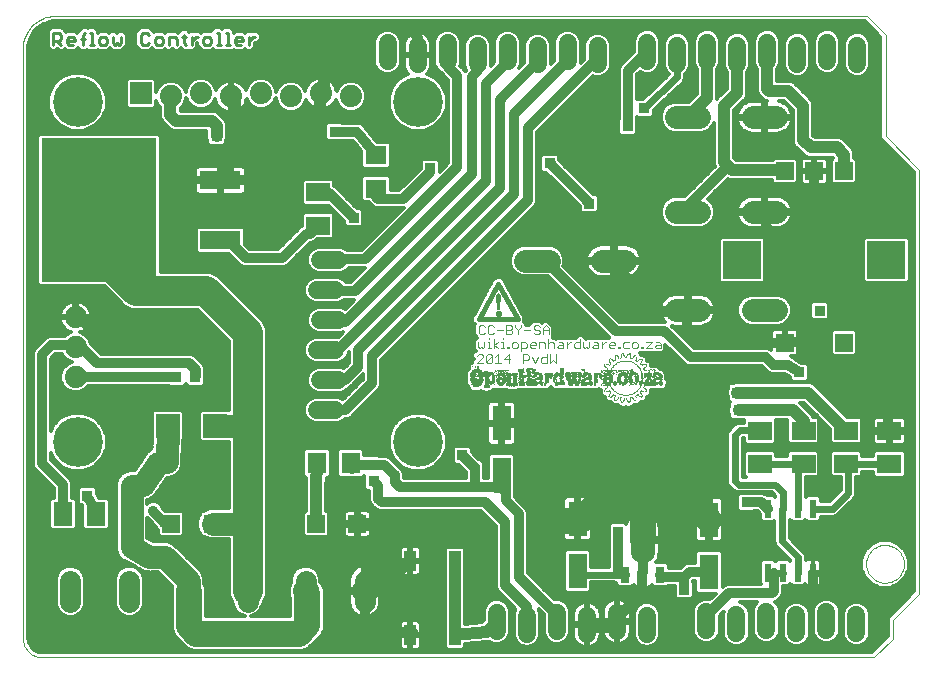
<source format=gtl>
G75*
G70*
%OFA0B0*%
%FSLAX24Y24*%
%IPPOS*%
%LPD*%
%AMOC8*
5,1,8,0,0,1.08239X$1,22.5*
%
%ADD10C,0.0000*%
%ADD11R,0.0014X0.0014*%
%ADD12R,0.0014X0.0014*%
%ADD13R,0.0015X0.0014*%
%ADD14R,0.0029X0.0014*%
%ADD15R,0.0014X0.0014*%
%ADD16R,0.0014X0.0014*%
%ADD17R,0.0043X0.0014*%
%ADD18R,0.0043X0.0014*%
%ADD19R,0.0029X0.0014*%
%ADD20R,0.0028X0.0014*%
%ADD21R,0.0200X0.0014*%
%ADD22R,0.0042X0.0014*%
%ADD23R,0.0015X0.0014*%
%ADD24R,0.0028X0.0014*%
%ADD25R,0.0058X0.0014*%
%ADD26R,0.0072X0.0014*%
%ADD27R,0.0171X0.0014*%
%ADD28R,0.0186X0.0014*%
%ADD29R,0.0129X0.0014*%
%ADD30R,0.0114X0.0014*%
%ADD31R,0.0214X0.0014*%
%ADD32R,0.0143X0.0014*%
%ADD33R,0.0243X0.0014*%
%ADD34R,0.0143X0.0014*%
%ADD35R,0.0114X0.0014*%
%ADD36R,0.0172X0.0014*%
%ADD37R,0.0229X0.0014*%
%ADD38R,0.0142X0.0014*%
%ADD39R,0.0186X0.0014*%
%ADD40R,0.0071X0.0014*%
%ADD41R,0.0057X0.0014*%
%ADD42R,0.0100X0.0014*%
%ADD43R,0.0072X0.0014*%
%ADD44R,0.0057X0.0014*%
%ADD45R,0.0428X0.0014*%
%ADD46R,0.0271X0.0014*%
%ADD47R,0.0172X0.0014*%
%ADD48R,0.0229X0.0014*%
%ADD49R,0.0400X0.0014*%
%ADD50R,0.0057X0.0014*%
%ADD51R,0.0157X0.0014*%
%ADD52R,0.0128X0.0014*%
%ADD53R,0.0086X0.0014*%
%ADD54R,0.0100X0.0014*%
%ADD55R,0.0471X0.0014*%
%ADD56R,0.0315X0.0014*%
%ADD57R,0.0071X0.0014*%
%ADD58R,0.0215X0.0014*%
%ADD59R,0.0429X0.0014*%
%ADD60R,0.0343X0.0014*%
%ADD61R,0.0142X0.0014*%
%ADD62R,0.0243X0.0014*%
%ADD63R,0.0057X0.0014*%
%ADD64R,0.0486X0.0014*%
%ADD65R,0.0329X0.0014*%
%ADD66R,0.0415X0.0014*%
%ADD67R,0.0172X0.0014*%
%ADD68R,0.0085X0.0014*%
%ADD69R,0.0228X0.0014*%
%ADD70R,0.0115X0.0014*%
%ADD71R,0.0357X0.0014*%
%ADD72R,0.0286X0.0014*%
%ADD73R,0.0257X0.0014*%
%ADD74R,0.0357X0.0014*%
%ADD75R,0.0285X0.0014*%
%ADD76R,0.0428X0.0014*%
%ADD77R,0.0300X0.0014*%
%ADD78R,0.0500X0.0014*%
%ADD79R,0.0371X0.0014*%
%ADD80R,0.0385X0.0014*%
%ADD81R,0.0314X0.0014*%
%ADD82R,0.0157X0.0014*%
%ADD83R,0.0072X0.0014*%
%ADD84R,0.0157X0.0014*%
%ADD85R,0.0214X0.0014*%
%ADD86R,0.0314X0.0014*%
%ADD87R,0.0328X0.0014*%
%ADD88R,0.0128X0.0014*%
%ADD89R,0.0200X0.0014*%
%ADD90R,0.0129X0.0014*%
%ADD91R,0.0114X0.0014*%
%ADD92R,0.0058X0.0014*%
%ADD93R,0.0158X0.0014*%
%ADD94R,0.0114X0.0014*%
%ADD95R,0.0185X0.0014*%
%ADD96R,0.0272X0.0014*%
%ADD97R,0.0443X0.0014*%
%ADD98R,0.0314X0.0014*%
%ADD99R,0.0171X0.0014*%
%ADD100R,0.0086X0.0014*%
%ADD101R,0.0314X0.0014*%
%ADD102R,0.0342X0.0014*%
%ADD103R,0.0115X0.0014*%
%ADD104R,0.0157X0.0014*%
%ADD105R,0.0257X0.0014*%
%ADD106R,0.0457X0.0014*%
%ADD107R,0.0457X0.0014*%
%ADD108R,0.0414X0.0014*%
%ADD109R,0.0185X0.0014*%
%ADD110R,0.0085X0.0014*%
%ADD111R,0.0272X0.0014*%
%ADD112R,0.0242X0.0014*%
%ADD113R,0.0329X0.0014*%
%ADD114R,0.0172X0.0014*%
%ADD115R,0.0042X0.0014*%
%ADD116R,0.0072X0.0014*%
%ADD117R,0.0214X0.0014*%
%ADD118R,0.0271X0.0014*%
%ADD119C,0.0100*%
%ADD120C,0.0160*%
%ADD121C,0.0050*%
%ADD122C,0.0030*%
%ADD123C,0.0039*%
%ADD124R,0.0236X0.0610*%
%ADD125R,0.0787X0.0630*%
%ADD126C,0.0705*%
%ADD127R,0.0787X0.0787*%
%ADD128C,0.0740*%
%ADD129R,0.0630X0.1181*%
%ADD130R,0.0591X0.0591*%
%ADD131R,0.0630X0.0710*%
%ADD132R,0.0315X0.0551*%
%ADD133R,0.0315X0.0748*%
%ADD134C,0.0600*%
%ADD135R,0.3839X0.4803*%
%ADD136R,0.1378X0.0630*%
%ADD137R,0.0740X0.0740*%
%ADD138R,0.0394X0.0669*%
%ADD139R,0.0710X0.0630*%
%ADD140C,0.0768*%
%ADD141R,0.0630X0.0787*%
%ADD142R,0.0594X0.0594*%
%ADD143R,0.1266X0.1266*%
%ADD144C,0.0240*%
%ADD145C,0.0400*%
%ADD146R,0.0356X0.0356*%
%ADD147C,0.0500*%
%ADD148C,0.0320*%
%ADD149C,0.0860*%
%ADD150C,0.0120*%
%ADD151C,0.1000*%
%ADD152C,0.0760*%
%ADD153C,0.1660*%
%ADD154C,0.0356*%
D10*
X029989Y004402D02*
X029991Y004452D01*
X029997Y004502D01*
X030007Y004551D01*
X030021Y004599D01*
X030038Y004646D01*
X030059Y004691D01*
X030084Y004735D01*
X030112Y004776D01*
X030144Y004815D01*
X030178Y004852D01*
X030215Y004886D01*
X030255Y004916D01*
X030297Y004943D01*
X030341Y004967D01*
X030387Y004988D01*
X030434Y005004D01*
X030482Y005017D01*
X030532Y005026D01*
X030581Y005031D01*
X030632Y005032D01*
X030682Y005029D01*
X030731Y005022D01*
X030780Y005011D01*
X030828Y004996D01*
X030874Y004978D01*
X030919Y004956D01*
X030962Y004930D01*
X031003Y004901D01*
X031042Y004869D01*
X031078Y004834D01*
X031110Y004796D01*
X031140Y004756D01*
X031167Y004713D01*
X031190Y004669D01*
X031209Y004623D01*
X031225Y004575D01*
X031237Y004526D01*
X031245Y004477D01*
X031249Y004427D01*
X031249Y004377D01*
X031245Y004327D01*
X031237Y004278D01*
X031225Y004229D01*
X031209Y004181D01*
X031190Y004135D01*
X031167Y004091D01*
X031140Y004048D01*
X031110Y004008D01*
X031078Y003970D01*
X031042Y003935D01*
X031003Y003903D01*
X030962Y003874D01*
X030919Y003848D01*
X030874Y003826D01*
X030828Y003808D01*
X030780Y003793D01*
X030731Y003782D01*
X030682Y003775D01*
X030632Y003772D01*
X030581Y003773D01*
X030532Y003778D01*
X030482Y003787D01*
X030434Y003800D01*
X030387Y003816D01*
X030341Y003837D01*
X030297Y003861D01*
X030255Y003888D01*
X030215Y003918D01*
X030178Y003952D01*
X030144Y003989D01*
X030112Y004028D01*
X030084Y004069D01*
X030059Y004113D01*
X030038Y004158D01*
X030021Y004205D01*
X030007Y004253D01*
X029997Y004302D01*
X029991Y004352D01*
X029989Y004402D01*
D11*
X022685Y010159D03*
X022485Y010101D03*
X022485Y010087D03*
X022385Y010159D03*
X022485Y010287D03*
X022385Y010416D03*
X022585Y010559D03*
X022385Y010701D03*
X022485Y010859D03*
X022385Y010987D03*
X022485Y011059D03*
X022385Y011130D03*
X022485Y011201D03*
X022283Y011320D03*
X022685Y011016D03*
X022685Y011001D03*
X022685Y010987D03*
X022985Y010501D03*
X023185Y010459D03*
X022185Y010559D03*
X022185Y010573D03*
X022085Y010730D03*
X021585Y010973D03*
X021485Y011059D03*
X021594Y011141D03*
X021692Y011331D03*
X021285Y011001D03*
X021385Y010887D03*
X021485Y010330D03*
X021485Y010316D03*
X021385Y010259D03*
X021285Y010159D03*
X021485Y010116D03*
X021485Y010087D03*
X021585Y010173D03*
X021685Y009830D03*
X021885Y009759D03*
X022085Y009759D03*
X020785Y010359D03*
X020685Y010401D03*
X020785Y010487D03*
X020485Y010773D03*
X019785Y010659D03*
X019685Y010501D03*
X019685Y010487D03*
X019685Y010459D03*
X018685Y010616D03*
X018585Y010616D03*
X018585Y010587D03*
X017685Y010730D03*
X016985Y010959D03*
X016885Y010959D03*
D12*
X017128Y010859D03*
X017028Y010687D03*
X017299Y010673D03*
X017342Y010673D03*
X017299Y010630D03*
X017671Y010630D03*
X017671Y010659D03*
X017671Y010587D03*
X017742Y010773D03*
X017771Y010830D03*
X017928Y010787D03*
X017928Y010773D03*
X017999Y010801D03*
X018042Y010773D03*
X018028Y010759D03*
X018071Y010816D03*
X018028Y010473D03*
X017999Y010430D03*
X018199Y010301D03*
X018299Y010301D03*
X018571Y010459D03*
X018699Y010473D03*
X018742Y010601D03*
X018728Y010630D03*
X018771Y010630D03*
X018842Y010673D03*
X018842Y010759D03*
X018842Y010773D03*
X018599Y010887D03*
X018999Y010501D03*
X019171Y010459D03*
X019199Y010459D03*
X019228Y010416D03*
X019228Y010401D03*
X019142Y010359D03*
X019571Y010516D03*
X019571Y010530D03*
X019628Y010501D03*
X019628Y010487D03*
X019671Y010473D03*
X019799Y010559D03*
X019828Y010559D03*
X019899Y010573D03*
X019899Y010587D03*
X019899Y010630D03*
X020028Y010730D03*
X020028Y010759D03*
X020071Y010773D03*
X020128Y010773D03*
X020171Y010773D03*
X020271Y010730D03*
X020371Y010616D03*
X020342Y010587D03*
X020499Y010516D03*
X020499Y010487D03*
X020471Y010430D03*
X020471Y010416D03*
X020371Y010330D03*
X020142Y010573D03*
X020799Y010516D03*
X020842Y010473D03*
X020842Y010459D03*
X020871Y010416D03*
X020871Y010401D03*
X020842Y010401D03*
X021171Y010359D03*
X021199Y010359D03*
X021199Y010373D03*
X021199Y010330D03*
X021328Y010216D03*
X021342Y010230D03*
X021371Y010273D03*
X021371Y010287D03*
X021499Y010287D03*
X021499Y010301D03*
X021528Y010259D03*
X021542Y010230D03*
X021571Y010187D03*
X021599Y010159D03*
X021628Y010130D03*
X021671Y010101D03*
X021742Y010059D03*
X021642Y009987D03*
X021642Y009973D03*
X021642Y009959D03*
X021628Y009930D03*
X021628Y009916D03*
X021628Y009901D03*
X021628Y009887D03*
X021628Y009873D03*
X021628Y009859D03*
X021728Y009873D03*
X021742Y009901D03*
X021828Y009901D03*
X021828Y009887D03*
X021828Y009873D03*
X021828Y009859D03*
X021828Y009830D03*
X021842Y009801D03*
X021842Y009787D03*
X021842Y009773D03*
X021899Y009773D03*
X021928Y009816D03*
X021942Y009859D03*
X022028Y009859D03*
X022028Y009873D03*
X022028Y009887D03*
X022042Y009830D03*
X022042Y009816D03*
X022071Y009787D03*
X022071Y009773D03*
X022128Y009773D03*
X022128Y009787D03*
X022142Y009801D03*
X022142Y009816D03*
X022142Y009830D03*
X022142Y009859D03*
X022142Y009873D03*
X022142Y009887D03*
X022142Y009901D03*
X022228Y009901D03*
X022242Y009887D03*
X022299Y009830D03*
X022328Y009830D03*
X022342Y009930D03*
X022328Y009973D03*
X022399Y010001D03*
X022428Y009987D03*
X022442Y009973D03*
X022471Y009959D03*
X022528Y009959D03*
X022542Y009973D03*
X022542Y009987D03*
X022528Y010016D03*
X022528Y010030D03*
X022499Y010073D03*
X022499Y010130D03*
X022528Y010159D03*
X022442Y010216D03*
X022442Y010230D03*
X022428Y010201D03*
X022399Y010173D03*
X022342Y010116D03*
X022299Y010087D03*
X022271Y010073D03*
X022471Y010259D03*
X022471Y010273D03*
X022499Y010316D03*
X022499Y010330D03*
X022599Y010273D03*
X022599Y010259D03*
X022628Y010230D03*
X022642Y010216D03*
X022671Y010187D03*
X022671Y010173D03*
X022671Y010130D03*
X022328Y010401D03*
X022242Y010359D03*
X022171Y010359D03*
X022128Y010330D03*
X022071Y010616D03*
X022071Y010773D03*
X022071Y010787D03*
X022042Y010787D03*
X022042Y010773D03*
X022099Y010773D03*
X021971Y010773D03*
X021699Y010787D03*
X021671Y010816D03*
X021642Y010830D03*
X021628Y010816D03*
X021599Y010773D03*
X021599Y010687D03*
X021671Y010701D03*
X021528Y010887D03*
X021528Y010901D03*
X021542Y010916D03*
X021599Y010987D03*
X021642Y011016D03*
X021699Y011059D03*
X021637Y011170D03*
X021651Y011184D03*
X021651Y011199D03*
X021637Y011227D03*
X021637Y011241D03*
X021637Y011270D03*
X021635Y011288D03*
X021635Y011302D03*
X021635Y011317D03*
X021706Y011317D03*
X021735Y011288D03*
X021751Y011270D03*
X021837Y011270D03*
X021835Y011288D03*
X021835Y011302D03*
X021835Y011317D03*
X021835Y011331D03*
X021846Y011360D03*
X021846Y011374D03*
X021926Y011334D03*
X021940Y011320D03*
X021940Y011305D03*
X021940Y011291D03*
X022026Y011291D03*
X022028Y011273D03*
X022040Y011320D03*
X022040Y011334D03*
X022075Y011374D03*
X022132Y011374D03*
X022140Y011334D03*
X022140Y011320D03*
X022140Y011305D03*
X022140Y011291D03*
X022142Y011273D03*
X022142Y011259D03*
X022242Y011273D03*
X022269Y011305D03*
X022342Y011279D03*
X022342Y011265D03*
X022342Y011250D03*
X022342Y011230D03*
X022342Y011216D03*
X022342Y011201D03*
X022328Y011173D03*
X022342Y011159D03*
X022428Y011173D03*
X022528Y011130D03*
X022528Y011116D03*
X022499Y011073D03*
X022499Y011030D03*
X022399Y010973D03*
X022371Y011001D03*
X022442Y010916D03*
X022471Y010887D03*
X022471Y010873D03*
X022499Y010830D03*
X022528Y010773D03*
X022528Y010759D03*
X022528Y010687D03*
X022528Y010673D03*
X022528Y010659D03*
X022528Y010630D03*
X022528Y010601D03*
X022528Y010587D03*
X022528Y010559D03*
X022528Y010487D03*
X022671Y010630D03*
X022771Y010773D03*
X022771Y010801D03*
X022771Y010816D03*
X022899Y010830D03*
X022942Y010787D03*
X022842Y010516D03*
X022828Y010501D03*
X023128Y010359D03*
X022599Y010873D03*
X022599Y010887D03*
X022628Y010916D03*
X022642Y010930D03*
X022671Y010973D03*
X022671Y011030D03*
X022542Y011173D03*
X022271Y011073D03*
X022242Y011087D03*
X022371Y010716D03*
X022342Y010601D03*
X021771Y010459D03*
X021428Y010530D03*
X021228Y010659D03*
X021171Y010773D03*
X021199Y010787D03*
X021199Y010816D03*
X021299Y010773D03*
X021371Y010859D03*
X021371Y010873D03*
X021371Y010901D03*
X021328Y010930D03*
X021299Y010973D03*
X021299Y011016D03*
X021299Y011030D03*
X021471Y011016D03*
X021480Y011084D03*
X021480Y011099D03*
X021451Y011170D03*
X021451Y011199D03*
X021480Y011227D03*
X021551Y011184D03*
X021442Y010159D03*
X021471Y010130D03*
X021499Y010101D03*
X021471Y010073D03*
X021471Y010059D03*
X021442Y010016D03*
X021442Y010001D03*
X021442Y009987D03*
X021428Y009973D03*
X021442Y009959D03*
X021571Y010001D03*
X021299Y010130D03*
X021299Y010173D03*
X017599Y010387D03*
X017342Y010259D03*
D13*
X017613Y010359D03*
X017656Y010673D03*
X017613Y010773D03*
X017656Y010830D03*
X017713Y010830D03*
X017956Y010759D03*
X018013Y010687D03*
X018356Y010730D03*
X018413Y010573D03*
X018413Y010501D03*
X018513Y010587D03*
X018556Y010601D03*
X018556Y010616D03*
X018613Y010587D03*
X018656Y010601D03*
X018856Y010559D03*
X018956Y010787D03*
X019713Y010659D03*
X020056Y010759D03*
X020456Y010773D03*
X020456Y010730D03*
X020513Y010859D03*
X020556Y010830D03*
X020656Y010501D03*
X021213Y010387D03*
X021356Y010316D03*
X021313Y010201D03*
X021313Y010187D03*
X021456Y010030D03*
X021556Y009987D03*
X021656Y010116D03*
X021713Y010073D03*
X021756Y009916D03*
X021713Y009859D03*
X021913Y009801D03*
X021913Y009787D03*
X021956Y009887D03*
X022056Y009801D03*
X022256Y009873D03*
X022356Y010001D03*
X022313Y010101D03*
X022356Y010130D03*
X022413Y010187D03*
X022513Y010059D03*
X022656Y010201D03*
X022613Y010301D03*
X022613Y010316D03*
X022556Y010487D03*
X022556Y010501D03*
X022556Y010516D03*
X022556Y010530D03*
X022556Y010559D03*
X022556Y010573D03*
X022556Y010587D03*
X022556Y010601D03*
X022556Y010616D03*
X022556Y010630D03*
X022556Y010659D03*
X022513Y010787D03*
X022513Y010801D03*
X022613Y010859D03*
X022456Y010901D03*
X022413Y010959D03*
X022356Y011016D03*
X022413Y011159D03*
X022456Y011187D03*
X022513Y011201D03*
X022513Y011101D03*
X022513Y011016D03*
X022213Y011101D03*
X022213Y011216D03*
X022254Y011291D03*
X022061Y011360D03*
X021918Y011360D03*
X021765Y011241D03*
X021765Y011227D03*
X021721Y011302D03*
X021565Y011170D03*
X021465Y011127D03*
X021465Y011113D03*
X021465Y011213D03*
X021613Y011001D03*
X021656Y011030D03*
X021722Y011084D03*
X021556Y010930D03*
X021513Y010873D03*
X021556Y010801D03*
X021513Y010759D03*
X021456Y010759D03*
X021356Y010916D03*
X021313Y010959D03*
X021213Y010673D03*
X021456Y010573D03*
X021513Y010273D03*
X021556Y010216D03*
X021556Y010201D03*
X021813Y010373D03*
X022056Y010730D03*
X021913Y010801D03*
X022756Y010759D03*
X022813Y010859D03*
X022856Y010859D03*
X022813Y010516D03*
X023156Y010459D03*
X023213Y010416D03*
X023213Y010401D03*
X018113Y010301D03*
X017013Y010559D03*
X016856Y010359D03*
D14*
X017706Y010816D03*
X017749Y010816D03*
X017963Y010830D03*
X018606Y010416D03*
X018706Y010459D03*
X018706Y010516D03*
X018963Y010773D03*
X018963Y010801D03*
X018963Y010816D03*
X019149Y010516D03*
X019220Y010387D03*
X019220Y010373D03*
X019606Y010473D03*
X019763Y010673D03*
X020349Y010601D03*
X020506Y010473D03*
X020463Y010401D03*
X020663Y010516D03*
X020720Y010401D03*
X020820Y010487D03*
X020863Y010373D03*
X021349Y010330D03*
X021720Y010459D03*
X021606Y010730D03*
X021549Y010716D03*
X021520Y010830D03*
X021449Y011001D03*
X021406Y011016D03*
X021529Y011199D03*
X021671Y011345D03*
X021815Y011127D03*
X021758Y011099D03*
X021306Y010816D03*
X021263Y010816D03*
X021206Y010773D03*
X021220Y010759D03*
X020606Y010773D03*
X020606Y010801D03*
X020606Y010816D03*
X020549Y010859D03*
X021620Y010001D03*
X021506Y009959D03*
X021649Y009830D03*
X021763Y009930D03*
X021806Y010030D03*
X022206Y009930D03*
X022263Y009859D03*
X022249Y010059D03*
X022220Y010373D03*
X022263Y010430D03*
X022306Y010601D03*
X022306Y010630D03*
X022306Y010659D03*
X022306Y010673D03*
X022263Y010687D03*
X022306Y010759D03*
X022349Y010630D03*
X022606Y010587D03*
X022763Y010330D03*
X023206Y010387D03*
X023220Y010430D03*
X022949Y010773D03*
X022949Y010801D03*
X022949Y010816D03*
X022606Y010901D03*
X022563Y011016D03*
X022304Y011334D03*
D15*
X022228Y011244D03*
X022142Y011244D03*
X022140Y011348D03*
X021926Y011348D03*
X021837Y011256D03*
X021637Y011256D03*
X021580Y011156D03*
X021451Y011156D03*
X021571Y010944D03*
X021499Y010844D03*
X021742Y010844D03*
X021671Y011044D03*
X021242Y010744D03*
X021199Y010344D03*
X021471Y010344D03*
X021528Y010244D03*
X021428Y010144D03*
X021628Y009844D03*
X021699Y009844D03*
X021828Y009844D03*
X021942Y009844D03*
X022142Y009844D03*
X022342Y009944D03*
X022371Y010144D03*
X022128Y010344D03*
X021828Y010444D03*
X021728Y010444D03*
X022299Y010744D03*
X022528Y010744D03*
X022528Y010644D03*
X022671Y010644D03*
X022728Y010744D03*
X022428Y010944D03*
X022399Y011144D03*
X022528Y011144D03*
X023228Y010444D03*
X020571Y010744D03*
X019571Y010544D03*
X019242Y010444D03*
X017999Y010744D03*
X017671Y010644D03*
X017328Y010644D03*
X017299Y010644D03*
D16*
X018585Y010444D03*
X020085Y010744D03*
X020885Y010444D03*
X020985Y010544D03*
X021185Y010544D03*
X021685Y010844D03*
X021485Y011044D03*
X022085Y010744D03*
X022485Y011044D03*
X022685Y010144D03*
X022285Y009844D03*
X021285Y010144D03*
D17*
X021813Y009916D03*
X021856Y010016D03*
X022127Y010016D03*
X022156Y009916D03*
X022313Y010359D03*
X022399Y010573D03*
X022399Y010587D03*
X022399Y010601D03*
X022399Y010630D03*
X022527Y010716D03*
X022527Y010730D03*
X022642Y010830D03*
X022600Y011025D03*
X022637Y011030D03*
X022942Y010830D03*
X022999Y010516D03*
X023042Y010401D03*
X023113Y010459D03*
X022127Y011130D03*
X021856Y011130D03*
X021956Y010816D03*
X021699Y010759D03*
X021570Y010830D03*
X021413Y010573D03*
X021227Y010530D03*
X021027Y010487D03*
X020956Y010601D03*
X020770Y010459D03*
X020599Y010830D03*
X020599Y010859D03*
X020313Y010730D03*
X019827Y010573D03*
X019813Y010530D03*
X019642Y010530D03*
X019599Y010459D03*
X019699Y010759D03*
X019127Y010459D03*
X019056Y010401D03*
X019013Y010516D03*
X018956Y010830D03*
X018956Y010859D03*
X018642Y010630D03*
X018599Y010601D03*
X018456Y010601D03*
X018456Y010559D03*
X018456Y010459D03*
X018542Y010430D03*
X018670Y010401D03*
X018256Y010430D03*
X018256Y010301D03*
X017927Y010687D03*
X017856Y010573D03*
X017642Y010801D03*
X017056Y010901D03*
X017056Y010916D03*
X021199Y010801D03*
X021827Y010430D03*
D18*
X022170Y010544D03*
X022299Y010644D03*
X022942Y010844D03*
X021470Y009944D03*
X021127Y010744D03*
X020599Y010844D03*
X019370Y010544D03*
X018956Y010844D03*
D19*
X019306Y010544D03*
X018049Y010744D03*
X020949Y010544D03*
X021020Y010544D03*
X021563Y010744D03*
X022363Y011144D03*
X022549Y010144D03*
X022506Y009944D03*
X022220Y010044D03*
D20*
X022178Y010030D03*
X022335Y009987D03*
X022578Y010130D03*
X022635Y010330D03*
X022378Y010430D03*
X022335Y010430D03*
X022335Y010416D03*
X022292Y010401D03*
X022278Y010416D03*
X022535Y010701D03*
X022535Y011001D03*
X022535Y011187D03*
X022333Y011320D03*
X022178Y011116D03*
X022292Y011059D03*
X022335Y011030D03*
X021787Y011113D03*
X021801Y011241D03*
X021642Y011331D03*
X021501Y011213D03*
X021678Y010830D03*
X021578Y010759D03*
X021592Y010716D03*
X021592Y010701D03*
X021678Y010687D03*
X021478Y010773D03*
X021778Y010373D03*
X021692Y010087D03*
X021592Y010016D03*
X021535Y009973D03*
X021392Y010130D03*
X020878Y010387D03*
X020878Y010430D03*
X019835Y010516D03*
X019635Y010573D03*
X019592Y010487D03*
X019492Y010559D03*
X019235Y010430D03*
X018835Y010659D03*
X018792Y010601D03*
X018635Y010616D03*
X018535Y010459D03*
X018892Y010787D03*
X017392Y010787D03*
X017392Y010759D03*
X017292Y010687D03*
X016978Y010930D03*
X023135Y010516D03*
D21*
X021906Y010416D03*
X021992Y010001D03*
X021349Y010673D03*
X021092Y010701D03*
X020349Y010473D03*
X020349Y010459D03*
X020135Y010459D03*
X020135Y010473D03*
X019449Y010687D03*
X017821Y010730D03*
X017792Y010673D03*
X017821Y010801D03*
X017149Y010701D03*
X017149Y010687D03*
X017135Y010530D03*
X016892Y010673D03*
X017006Y010859D03*
D22*
X017285Y010701D03*
X018785Y010473D03*
X018885Y010759D03*
X018885Y010773D03*
X018885Y010801D03*
X019585Y010573D03*
X021485Y010687D03*
X021485Y010787D03*
X022185Y011230D03*
X022385Y010016D03*
D23*
X022513Y010044D03*
X022513Y010144D03*
X022456Y010244D03*
X022613Y010244D03*
X022556Y010544D03*
X022556Y010644D03*
X022613Y010844D03*
X022656Y010944D03*
X022313Y011044D03*
X022056Y010744D03*
X021656Y010844D03*
X021613Y010744D03*
X021356Y010844D03*
X021622Y011156D03*
X022054Y011348D03*
X021356Y010244D03*
X021456Y010144D03*
X021456Y010044D03*
X021613Y010144D03*
X020056Y010744D03*
X018556Y010444D03*
D24*
X020335Y010744D03*
X021792Y010844D03*
X022392Y010444D03*
X021778Y010044D03*
D25*
X021335Y010116D03*
X021435Y010659D03*
X023135Y010401D03*
X018535Y010573D03*
X018035Y010730D03*
X017935Y010673D03*
D26*
X018542Y010559D03*
X019828Y010587D03*
X020842Y010359D03*
X020942Y010359D03*
X020942Y010373D03*
X020942Y010387D03*
X021142Y010573D03*
X021128Y010730D03*
X021242Y010830D03*
X020942Y010701D03*
X022328Y010573D03*
X022328Y010387D03*
X022642Y010116D03*
X017042Y010930D03*
D27*
X017020Y010873D03*
X016906Y010773D03*
X017149Y010730D03*
X017149Y010716D03*
X017349Y010330D03*
X017349Y010316D03*
X017349Y010301D03*
X017349Y010287D03*
X017349Y010273D03*
X017820Y010359D03*
X017863Y010816D03*
X018506Y010773D03*
X018906Y010473D03*
X019849Y010430D03*
X019820Y010716D03*
X019820Y010730D03*
X020263Y010516D03*
X020349Y010430D03*
X020349Y010416D03*
X020349Y010401D03*
X020349Y010387D03*
X021420Y010816D03*
X022206Y010773D03*
X022663Y010416D03*
D28*
X023099Y010587D03*
X022171Y010716D03*
X021385Y010359D03*
X020042Y010659D03*
X020042Y010673D03*
X020042Y010687D03*
X020042Y010701D03*
X020042Y010716D03*
X018085Y010659D03*
X018085Y010387D03*
X017799Y010687D03*
X017128Y010773D03*
X016885Y010559D03*
X016885Y010501D03*
X016985Y010316D03*
X016985Y010301D03*
X016985Y010287D03*
D29*
X017499Y010387D03*
X017713Y010487D03*
X017713Y010501D03*
X017713Y010516D03*
X017756Y010573D03*
X017899Y010430D03*
X017570Y010673D03*
X018299Y010587D03*
X018299Y010516D03*
X018299Y010487D03*
X018499Y010516D03*
X018970Y010687D03*
X019356Y010630D03*
X020256Y010630D03*
X020256Y010601D03*
X020256Y010587D03*
X020256Y010573D03*
X020270Y010773D03*
X020613Y010687D03*
X020556Y010330D03*
X020999Y010430D03*
X020999Y010616D03*
X020999Y010630D03*
X021156Y010616D03*
X021270Y010516D03*
X021270Y010501D03*
X021270Y010487D03*
X021313Y010573D03*
X021270Y010316D03*
X021613Y010430D03*
X021770Y010473D03*
X021770Y010616D03*
X021770Y010630D03*
X021970Y010616D03*
X021970Y010601D03*
X021956Y010430D03*
X022356Y010501D03*
X022356Y010516D03*
X022356Y010530D03*
X022356Y010559D03*
X022356Y010616D03*
X022499Y010416D03*
X022499Y010401D03*
X022699Y010501D03*
X022713Y010530D03*
X022956Y010687D03*
X023156Y010373D03*
D30*
X023121Y010673D03*
X022692Y010316D03*
X021978Y010459D03*
X021978Y010473D03*
X021978Y010487D03*
X021978Y010501D03*
X021978Y010516D03*
X021892Y010773D03*
X021792Y010801D03*
X021478Y010630D03*
X021478Y010616D03*
X021492Y010487D03*
X021492Y010473D03*
X021478Y010459D03*
X021621Y010416D03*
X021621Y010401D03*
X021621Y010387D03*
X021621Y010373D03*
X020992Y010459D03*
X020992Y010473D03*
X020992Y010501D03*
X020992Y010530D03*
X020992Y010587D03*
X020792Y010601D03*
X020792Y010616D03*
X020792Y010630D03*
X020792Y010659D03*
X020592Y010630D03*
X020592Y010616D03*
X020578Y010487D03*
X020449Y010630D03*
X020078Y010516D03*
X020078Y010501D03*
X019849Y010487D03*
X019849Y010473D03*
X019849Y010601D03*
X019849Y010759D03*
X019849Y010773D03*
X019849Y010787D03*
X019849Y010801D03*
X019649Y010687D03*
X019492Y010673D03*
X019492Y010659D03*
X019478Y010716D03*
X019349Y010616D03*
X019349Y010601D03*
X019349Y010587D03*
X019349Y010559D03*
X019349Y010530D03*
X019349Y010501D03*
X019349Y010487D03*
X019349Y010473D03*
X019349Y010459D03*
X019349Y010430D03*
X019149Y010601D03*
X019149Y010616D03*
X019149Y010630D03*
X019149Y010659D03*
X018949Y010616D03*
X018749Y010673D03*
X018749Y010687D03*
X018749Y010701D03*
X018749Y010716D03*
X018749Y010730D03*
X018749Y010759D03*
X018292Y010630D03*
X018292Y010601D03*
X018292Y010573D03*
X018292Y010559D03*
X018292Y010530D03*
X018292Y010501D03*
X018292Y010473D03*
X018292Y010459D03*
X018092Y010516D03*
X018092Y010530D03*
X018092Y010573D03*
X018092Y010601D03*
X018092Y010616D03*
X017921Y010616D03*
X017921Y010630D03*
X017921Y010459D03*
X017492Y010759D03*
X017392Y010630D03*
X017349Y010387D03*
X017349Y010373D03*
X017349Y010359D03*
D31*
X016999Y010330D03*
X016899Y010659D03*
X016899Y010687D03*
X018271Y010716D03*
X018499Y010787D03*
X018499Y010801D03*
X018499Y010816D03*
X018499Y010830D03*
X018499Y010859D03*
X018499Y010873D03*
X018771Y010887D03*
X018899Y010630D03*
X020599Y010387D03*
X020599Y010359D03*
X021371Y010373D03*
X022899Y010430D03*
D32*
X022892Y010330D03*
X022663Y010430D03*
X022677Y010459D03*
X022692Y010487D03*
X022706Y010516D03*
X022749Y010587D03*
X022749Y010601D03*
X022763Y010616D03*
X022763Y010630D03*
X023006Y010759D03*
X023106Y010687D03*
X022192Y010759D03*
X022192Y010787D03*
X021977Y010659D03*
X021977Y010630D03*
X021763Y010601D03*
X021763Y010587D03*
X021763Y010573D03*
X021763Y010559D03*
X021763Y010530D03*
X021763Y010516D03*
X021763Y010501D03*
X021763Y010487D03*
X021906Y010373D03*
X021306Y010430D03*
X020992Y010416D03*
X020992Y010659D03*
X020977Y010716D03*
X020977Y010730D03*
X020763Y010687D03*
X020663Y010759D03*
X020449Y010716D03*
X020449Y010673D03*
X020449Y010659D03*
X020549Y010459D03*
X020349Y010373D03*
X020349Y010359D03*
X020049Y010630D03*
X020163Y010730D03*
X019663Y010673D03*
X019349Y010659D03*
X019120Y010687D03*
X019020Y010759D03*
X018763Y010559D03*
X018506Y010501D03*
X018506Y010487D03*
X018506Y010473D03*
X018292Y010416D03*
X018092Y010416D03*
X018106Y010559D03*
X018306Y010616D03*
X017749Y010430D03*
X017377Y010487D03*
X017363Y010530D03*
X017363Y010559D03*
X017363Y010573D03*
X017363Y010587D03*
X017363Y010601D03*
X017363Y010616D03*
X018906Y010330D03*
X019349Y010416D03*
D33*
X017013Y010344D03*
D34*
X017349Y010344D03*
X018092Y010644D03*
X018506Y010544D03*
X019849Y010444D03*
X020349Y010344D03*
X020449Y010644D03*
X021292Y010444D03*
X021763Y010544D03*
X021777Y010644D03*
X022192Y010744D03*
D35*
X021478Y010644D03*
X021478Y010444D03*
X021378Y010344D03*
X020992Y010444D03*
X020792Y010444D03*
X020792Y010644D03*
X019492Y010644D03*
X019349Y010444D03*
X019149Y010444D03*
X019149Y010644D03*
X018749Y010744D03*
X018292Y010544D03*
X018292Y010444D03*
X018092Y010544D03*
X017921Y010444D03*
X017821Y010344D03*
X017921Y010644D03*
D36*
X018092Y010344D03*
X018292Y010344D03*
X016892Y010744D03*
X020578Y010444D03*
X021392Y010744D03*
D37*
X018506Y010344D03*
X016906Y010544D03*
D38*
X017735Y010444D03*
X018735Y010344D03*
X018935Y010644D03*
X019835Y010844D03*
X020135Y010344D03*
D39*
X020142Y010444D03*
X020042Y010644D03*
X020585Y010344D03*
X020685Y010744D03*
X021999Y011144D03*
X023028Y010744D03*
X022899Y010444D03*
X019042Y010744D03*
X018928Y010344D03*
X017142Y010744D03*
D40*
X017399Y010544D03*
X018470Y010444D03*
X019170Y010344D03*
X020270Y010744D03*
X020813Y010344D03*
X021899Y010344D03*
X022499Y010344D03*
X022613Y010644D03*
X023156Y010344D03*
D41*
X022106Y010544D03*
X019292Y010344D03*
D42*
X019699Y010344D03*
X020599Y010644D03*
X021142Y010644D03*
X022499Y010444D03*
X018242Y010744D03*
X017571Y010644D03*
X017399Y010644D03*
D43*
X020428Y010544D03*
X020942Y010344D03*
D44*
X021620Y010344D03*
X019820Y010544D03*
X019620Y010544D03*
X017320Y010544D03*
X017049Y010944D03*
D45*
X022792Y010344D03*
D46*
X022713Y010659D03*
X023056Y010559D03*
X021870Y010401D03*
X021370Y010416D03*
X021399Y010601D03*
X020713Y010559D03*
X019399Y010701D03*
X019070Y010559D03*
X017813Y010416D03*
X017013Y010359D03*
D47*
X016892Y010487D03*
X016878Y010701D03*
X016892Y010730D03*
X017378Y010659D03*
X017378Y010473D03*
X018092Y010401D03*
X018092Y010373D03*
X018092Y010359D03*
X018292Y010359D03*
X018292Y010373D03*
X018292Y010387D03*
X018292Y010401D03*
X020578Y010401D03*
X020578Y010430D03*
X022178Y010701D03*
X022192Y010730D03*
X022892Y010487D03*
X022892Y010473D03*
D48*
X021863Y010830D03*
X020249Y010759D03*
X018506Y010401D03*
X018506Y010387D03*
X018506Y010373D03*
X018506Y010359D03*
X017820Y010716D03*
X016906Y010530D03*
D49*
X018864Y010359D03*
X019006Y010530D03*
D50*
X019163Y010487D03*
X019192Y010359D03*
X019292Y010359D03*
X019292Y010373D03*
X019492Y010573D03*
X018892Y010830D03*
X018577Y010630D03*
X018463Y010587D03*
X018463Y010573D03*
X017992Y010816D03*
X017892Y010830D03*
X017877Y010659D03*
X017492Y010773D03*
X020792Y010401D03*
X020963Y010487D03*
X021492Y010673D03*
X021363Y011030D03*
X021882Y011389D03*
X022111Y011389D03*
X022063Y010759D03*
X022377Y010673D03*
X022606Y010630D03*
X022606Y010616D03*
X022606Y010601D03*
X022506Y010473D03*
X023177Y010359D03*
D51*
X020070Y010601D03*
X019870Y010359D03*
X019699Y010359D03*
X018499Y010673D03*
X018499Y010687D03*
X018499Y010701D03*
X018499Y010716D03*
X018499Y010730D03*
X018499Y010759D03*
X018070Y010459D03*
X017370Y010516D03*
X016870Y010573D03*
X016870Y010587D03*
X016870Y010601D03*
X016870Y010616D03*
X016899Y010759D03*
D52*
X017728Y010530D03*
X017728Y010473D03*
X017728Y010459D03*
X018085Y010430D03*
X018085Y010501D03*
X018085Y010630D03*
X018742Y010773D03*
X018942Y010673D03*
X019628Y010601D03*
X019842Y010459D03*
X020085Y010487D03*
X020128Y010359D03*
X019842Y010816D03*
X019842Y010873D03*
X020785Y010673D03*
X021285Y010630D03*
X021285Y010473D03*
X021285Y010459D03*
X021785Y010659D03*
X022128Y010630D03*
X022128Y010601D03*
X022128Y010587D03*
X022128Y010530D03*
X022142Y010659D03*
X022142Y010673D03*
X022185Y010801D03*
X022685Y010473D03*
D53*
X022921Y010516D03*
X022921Y010859D03*
X022178Y010859D03*
X022135Y010430D03*
X022149Y010401D03*
X021621Y010359D03*
X021621Y010459D03*
X021521Y010659D03*
X021449Y010801D03*
X021378Y010759D03*
X021135Y010587D03*
X020949Y010401D03*
X020792Y010373D03*
X020578Y010516D03*
X020435Y010559D03*
X020435Y010573D03*
X020435Y010587D03*
X020421Y010530D03*
X020421Y010516D03*
X020421Y010501D03*
X020392Y010773D03*
X020092Y010430D03*
X019492Y010587D03*
X019149Y010373D03*
X019121Y010387D03*
X017849Y010787D03*
X017821Y010759D03*
X017749Y010630D03*
X017749Y010616D03*
X017578Y010630D03*
X017578Y010516D03*
X017035Y010887D03*
X021992Y011259D03*
D54*
X022171Y010816D03*
X022142Y010616D03*
X022128Y010459D03*
X022142Y010416D03*
X022356Y010459D03*
X022499Y010459D03*
X022499Y010373D03*
X022499Y010359D03*
X022342Y010687D03*
X021971Y010587D03*
X021914Y010359D03*
X021485Y010501D03*
X021299Y010659D03*
X021142Y010630D03*
X021142Y010601D03*
X021128Y010716D03*
X020985Y010573D03*
X020985Y010559D03*
X020985Y010516D03*
X020771Y010430D03*
X020585Y010473D03*
X020585Y010601D03*
X020599Y010659D03*
X020442Y010616D03*
X020442Y010601D03*
X020071Y010616D03*
X020071Y010530D03*
X019842Y010616D03*
X019828Y010630D03*
X019856Y010659D03*
X019856Y010673D03*
X019656Y010701D03*
X019628Y010659D03*
X019614Y010587D03*
X019499Y010601D03*
X019499Y010616D03*
X019499Y010630D03*
X019342Y010573D03*
X019342Y010516D03*
X019128Y010430D03*
X018928Y010601D03*
X018742Y010530D03*
X018485Y010630D03*
X018442Y010416D03*
X018099Y010473D03*
X018099Y010487D03*
X018099Y010587D03*
X017942Y010573D03*
X017942Y010601D03*
X017928Y010501D03*
X017742Y010659D03*
X017585Y010616D03*
X017585Y010601D03*
X017585Y010587D03*
X017585Y010573D03*
X017585Y010559D03*
X017585Y010530D03*
X017571Y010501D03*
X017571Y010487D03*
X017571Y010659D03*
X017414Y010673D03*
X017314Y010759D03*
X017314Y010787D03*
X021356Y010830D03*
X022914Y010601D03*
X022928Y010616D03*
X022942Y010659D03*
X022942Y010673D03*
X022914Y010501D03*
X023114Y010430D03*
D55*
X022813Y010387D03*
X022813Y010359D03*
D56*
X018863Y010401D03*
X017006Y010373D03*
D57*
X017499Y010373D03*
X017756Y010787D03*
X018013Y010716D03*
X018470Y010616D03*
X018470Y010530D03*
X018770Y010573D03*
X019299Y010687D03*
X019299Y010387D03*
X021313Y010787D03*
X021456Y010830D03*
X021513Y010573D03*
X021756Y010430D03*
X021970Y010573D03*
X022099Y010559D03*
X022156Y010387D03*
X022370Y010659D03*
X021799Y010816D03*
D58*
X017813Y010373D03*
D59*
X018863Y010373D03*
D60*
X018849Y010430D03*
X018206Y010687D03*
X018177Y010673D03*
X018177Y010701D03*
X017420Y010716D03*
X019777Y010387D03*
X019777Y010373D03*
X021877Y010673D03*
X021892Y010687D03*
D61*
X022735Y010573D03*
X022735Y010559D03*
X020135Y010373D03*
X019635Y010616D03*
X019835Y010830D03*
X019835Y010859D03*
X019835Y010887D03*
X019835Y010901D03*
X019335Y010730D03*
X019335Y010716D03*
X019335Y010673D03*
X018935Y010659D03*
X018735Y010787D03*
X017335Y010773D03*
D62*
X017142Y010673D03*
X017142Y010659D03*
X017113Y010501D03*
X017813Y010387D03*
X017827Y010701D03*
X018856Y010516D03*
X018856Y010459D03*
X019042Y010716D03*
X020613Y010373D03*
X021356Y010730D03*
X021870Y010387D03*
X023013Y010730D03*
X023027Y010716D03*
D63*
X023149Y010487D03*
X022749Y010830D03*
X022320Y010730D03*
X022320Y010716D03*
X022320Y010701D03*
X022320Y010587D03*
X022320Y010373D03*
X022149Y010373D03*
X021749Y010416D03*
X021620Y010473D03*
X021549Y010816D03*
X021149Y010559D03*
X021020Y010601D03*
X019820Y010501D03*
X019149Y010401D03*
X018549Y010416D03*
X018549Y010530D03*
X018320Y010430D03*
X017949Y010659D03*
X018020Y010830D03*
X018120Y010730D03*
X017820Y010830D03*
X017320Y010501D03*
X017020Y010487D03*
X017049Y010959D03*
D64*
X022821Y010373D03*
D65*
X017456Y010459D03*
X017013Y010387D03*
X017013Y010816D03*
D66*
X017013Y010473D03*
X017013Y010459D03*
X018856Y010387D03*
D67*
X020135Y010387D03*
X020135Y010401D03*
X020135Y010416D03*
X017135Y010759D03*
D68*
X017406Y010501D03*
X018106Y010716D03*
X018463Y010430D03*
X019306Y010401D03*
X019606Y010559D03*
X019663Y010716D03*
X019663Y010730D03*
X020406Y010487D03*
X020763Y010387D03*
X021306Y010530D03*
X021306Y010616D03*
X021406Y010787D03*
X022106Y010573D03*
X022163Y010830D03*
X023106Y010387D03*
D69*
X021378Y010387D03*
X021378Y010716D03*
D70*
X021463Y010430D03*
X020606Y010673D03*
X020563Y010501D03*
X020063Y010559D03*
X020063Y010573D03*
X020063Y010587D03*
X022363Y010487D03*
X022363Y010473D03*
X022506Y010430D03*
X022506Y010387D03*
X017563Y010473D03*
D71*
X017013Y010416D03*
X017013Y010401D03*
X017013Y010787D03*
X017013Y010801D03*
X020342Y010701D03*
X020342Y010687D03*
D72*
X020635Y010416D03*
X021049Y010687D03*
X022721Y010687D03*
X022721Y010673D03*
X022721Y010701D03*
X022721Y010716D03*
X017435Y010401D03*
X017021Y010830D03*
D73*
X017820Y010401D03*
X019020Y010730D03*
X020720Y010573D03*
X022720Y010730D03*
D74*
X019770Y010416D03*
X019770Y010401D03*
D75*
X021363Y010401D03*
X021406Y010587D03*
X017463Y010687D03*
X017463Y010701D03*
D76*
X022792Y010401D03*
D77*
X021885Y010701D03*
X018842Y010487D03*
X017442Y010416D03*
D78*
X018899Y010416D03*
D79*
X022949Y010416D03*
D80*
X018613Y010659D03*
X017013Y010430D03*
D81*
X017449Y010430D03*
X017421Y010730D03*
X020692Y010530D03*
X021392Y010559D03*
D82*
X022156Y010687D03*
X020256Y010616D03*
X020256Y010559D03*
X020256Y010530D03*
X019656Y010430D03*
X018727Y010801D03*
X018727Y010816D03*
X018727Y010830D03*
X018256Y010730D03*
X017156Y010616D03*
X017156Y010601D03*
X017156Y010587D03*
X017156Y010573D03*
X017156Y010559D03*
X017142Y010487D03*
D83*
X019485Y010730D03*
X020185Y010430D03*
X021885Y010816D03*
D84*
X021970Y010644D03*
X022770Y010644D03*
X018770Y010544D03*
X018499Y010744D03*
X018070Y010444D03*
X016899Y010444D03*
D85*
X017099Y010444D03*
X018499Y010844D03*
D86*
X017449Y010444D03*
X020692Y010544D03*
X021392Y010544D03*
D87*
X018842Y010444D03*
D88*
X018285Y010644D03*
X019642Y010644D03*
X019842Y010644D03*
X019642Y010444D03*
X021885Y010844D03*
X022128Y010644D03*
D89*
X020349Y010444D03*
D90*
X020999Y010644D03*
X021613Y010444D03*
X021970Y010444D03*
X022356Y010544D03*
X022670Y010444D03*
X019356Y010644D03*
D91*
X022135Y010444D03*
X022935Y010644D03*
X023135Y010644D03*
X023135Y010444D03*
D92*
X022335Y010444D03*
X018335Y010744D03*
D93*
X018285Y010659D03*
X017785Y010601D03*
X017785Y010587D03*
X016885Y010716D03*
X020985Y010673D03*
X021885Y010759D03*
X022885Y010459D03*
D94*
X022935Y010630D03*
X023135Y010630D03*
X023135Y010616D03*
X023135Y010601D03*
X023135Y010659D03*
X022135Y010516D03*
X022135Y010501D03*
X022135Y010487D03*
X022135Y010473D03*
X021335Y010801D03*
X021135Y010673D03*
X021135Y010659D03*
X019635Y010630D03*
X019135Y010673D03*
X017935Y010587D03*
X017935Y010487D03*
X017935Y010473D03*
D95*
X019113Y010587D03*
X019813Y010687D03*
X019813Y010701D03*
X020256Y010716D03*
X020256Y010673D03*
X020256Y010659D03*
X020256Y010501D03*
X020256Y010487D03*
X020756Y010587D03*
X021356Y010687D03*
D96*
X023028Y010701D03*
X019042Y010701D03*
X018842Y010501D03*
D97*
X017013Y010516D03*
D98*
X017835Y010559D03*
X023035Y010530D03*
D99*
X019820Y010744D03*
X017149Y010544D03*
D100*
X017578Y010544D03*
X017749Y010644D03*
X022378Y010644D03*
D101*
X023035Y010544D03*
X017835Y010544D03*
D102*
X019035Y010544D03*
D103*
X020063Y010544D03*
X022163Y010844D03*
D104*
X022727Y010544D03*
X020256Y010544D03*
X018727Y010844D03*
D105*
X018777Y010873D03*
X019077Y010573D03*
X020692Y010716D03*
X023063Y010573D03*
D106*
X017020Y010630D03*
D107*
X017020Y010644D03*
D108*
X018642Y010644D03*
D109*
X020256Y010644D03*
D110*
X021306Y010644D03*
X022006Y010844D03*
D111*
X021885Y010716D03*
X020685Y010701D03*
X018785Y010859D03*
D112*
X020685Y010730D03*
X021385Y010701D03*
X021885Y010730D03*
D113*
X017413Y010744D03*
D114*
X017835Y010744D03*
D115*
X018885Y010744D03*
X018885Y010844D03*
X019485Y010744D03*
D116*
X019685Y010744D03*
X020185Y010744D03*
D117*
X021885Y010744D03*
D118*
X017013Y010844D03*
D119*
X009421Y021695D02*
X009421Y021962D01*
X009554Y021962D02*
X009421Y021828D01*
X009554Y021962D02*
X009621Y021962D01*
X009227Y021895D02*
X009227Y021828D01*
X008961Y021828D01*
X008961Y021761D02*
X008961Y021895D01*
X009027Y021962D01*
X009161Y021962D01*
X009227Y021895D01*
X009161Y021695D02*
X009027Y021695D01*
X008961Y021761D01*
X008787Y021695D02*
X008654Y021695D01*
X008720Y021695D02*
X008720Y022095D01*
X008654Y022095D01*
X008413Y022095D02*
X008413Y021695D01*
X008347Y021695D02*
X008480Y021695D01*
X008153Y021761D02*
X008153Y021895D01*
X008087Y021962D01*
X007953Y021962D01*
X007886Y021895D01*
X007886Y021761D01*
X007953Y021695D01*
X008087Y021695D01*
X008153Y021761D01*
X008347Y022095D02*
X008413Y022095D01*
X007703Y021962D02*
X007636Y021962D01*
X007503Y021828D01*
X007503Y021695D02*
X007503Y021962D01*
X007329Y021962D02*
X007196Y021962D01*
X007262Y022028D02*
X007262Y021761D01*
X007329Y021695D01*
X007002Y021695D02*
X007002Y021895D01*
X006936Y021962D01*
X006735Y021962D01*
X006735Y021695D01*
X006542Y021761D02*
X006542Y021895D01*
X006475Y021962D01*
X006342Y021962D01*
X006275Y021895D01*
X006275Y021761D01*
X006342Y021695D01*
X006475Y021695D01*
X006542Y021761D01*
X006081Y021761D02*
X006015Y021695D01*
X005881Y021695D01*
X005815Y021761D01*
X005815Y022028D01*
X005881Y022095D01*
X006015Y022095D01*
X006081Y022028D01*
X005161Y021962D02*
X005161Y021761D01*
X005094Y021695D01*
X005027Y021761D01*
X004961Y021695D01*
X004894Y021761D01*
X004894Y021962D01*
X004700Y021895D02*
X004700Y021761D01*
X004634Y021695D01*
X004500Y021695D01*
X004433Y021761D01*
X004433Y021895D01*
X004500Y021962D01*
X004634Y021962D01*
X004700Y021895D01*
X004260Y021695D02*
X004126Y021695D01*
X004193Y021695D02*
X004193Y022095D01*
X004126Y022095D01*
X003953Y022095D02*
X003886Y022028D01*
X003886Y021695D01*
X003820Y021895D02*
X003953Y021895D01*
X003626Y021895D02*
X003626Y021828D01*
X003359Y021828D01*
X003359Y021761D02*
X003359Y021895D01*
X003426Y021962D01*
X003559Y021962D01*
X003626Y021895D01*
X003559Y021695D02*
X003426Y021695D01*
X003359Y021761D01*
X003166Y021695D02*
X003032Y021828D01*
X003099Y021828D02*
X002899Y021828D01*
X002899Y021695D02*
X002899Y022095D01*
X003099Y022095D01*
X003166Y022028D01*
X003166Y021895D01*
X003099Y021828D01*
D120*
X017725Y013738D02*
X017079Y012558D01*
X018372Y012566D01*
X017733Y013744D01*
X017720Y012751D02*
X017722Y012758D01*
X017727Y012763D01*
X017734Y012765D01*
X017741Y012763D01*
X017746Y012758D01*
X017748Y012751D01*
X017746Y012744D01*
X017741Y012739D01*
X017734Y012737D01*
X017727Y012739D01*
X017722Y012744D01*
X017720Y012751D01*
X030622Y009702D02*
X030616Y008833D01*
X030767Y008833D01*
D121*
X017735Y012894D02*
X017783Y013341D01*
X017685Y013340D01*
X017732Y012895D01*
X017715Y013305D01*
X017745Y013305D01*
X017737Y013046D01*
X017685Y013336D02*
X017687Y013349D01*
X017692Y013362D01*
X017701Y013373D01*
X017712Y013380D01*
X017725Y013385D01*
X017738Y013386D01*
X017752Y013383D01*
X017764Y013377D01*
X017774Y013368D01*
X017781Y013356D01*
X017785Y013343D01*
X017785Y013329D01*
X017781Y013316D01*
X017774Y013304D01*
X017764Y013295D01*
X017752Y013289D01*
X017738Y013286D01*
X017725Y013287D01*
X017712Y013292D01*
X017701Y013299D01*
X017692Y013310D01*
X017687Y013323D01*
X017685Y013336D01*
X017716Y013341D02*
X017718Y013348D01*
X017723Y013353D01*
X017730Y013355D01*
X017737Y013353D01*
X017742Y013348D01*
X017744Y013341D01*
X017742Y013334D01*
X017737Y013329D01*
X017730Y013327D01*
X017723Y013329D01*
X017718Y013334D01*
X017716Y013341D01*
D122*
X017531Y012349D02*
X017431Y012349D01*
X017381Y012299D01*
X017381Y012099D01*
X017431Y012049D01*
X017531Y012049D01*
X017581Y012099D01*
X017685Y012199D02*
X017885Y012199D01*
X017989Y012199D02*
X018139Y012199D01*
X018189Y012149D01*
X018189Y012099D01*
X018139Y012049D01*
X017989Y012049D01*
X017989Y012349D01*
X018139Y012349D01*
X018189Y012299D01*
X018189Y012249D01*
X018139Y012199D01*
X018293Y012299D02*
X018393Y012199D01*
X018393Y012049D01*
X018393Y012199D02*
X018493Y012299D01*
X018493Y012349D01*
X018597Y012199D02*
X018797Y012199D01*
X018901Y012249D02*
X018951Y012199D01*
X019051Y012199D01*
X019101Y012149D01*
X019101Y012099D01*
X019051Y012049D01*
X018951Y012049D01*
X018901Y012099D01*
X018901Y012249D02*
X018901Y012299D01*
X018951Y012349D01*
X019051Y012349D01*
X019101Y012299D01*
X019204Y012249D02*
X019304Y012349D01*
X019405Y012249D01*
X019405Y012049D01*
X019405Y012199D02*
X019204Y012199D01*
X019204Y012249D02*
X019204Y012049D01*
X019395Y011882D02*
X019395Y011581D01*
X019292Y011581D02*
X019292Y011731D01*
X019242Y011781D01*
X019092Y011781D01*
X019092Y011581D01*
X018988Y011681D02*
X018788Y011681D01*
X018788Y011631D02*
X018788Y011731D01*
X018838Y011781D01*
X018938Y011781D01*
X018988Y011731D01*
X018988Y011681D01*
X018938Y011581D02*
X018838Y011581D01*
X018788Y011631D01*
X018684Y011631D02*
X018634Y011581D01*
X018484Y011581D01*
X018484Y011481D02*
X018484Y011781D01*
X018634Y011781D01*
X018684Y011731D01*
X018684Y011631D01*
X018692Y011390D02*
X018541Y011390D01*
X018541Y011090D01*
X018541Y011190D02*
X018692Y011190D01*
X018742Y011240D01*
X018742Y011340D01*
X018692Y011390D01*
X018845Y011290D02*
X018945Y011090D01*
X019045Y011290D01*
X019149Y011240D02*
X019199Y011290D01*
X019349Y011290D01*
X019349Y011390D02*
X019349Y011090D01*
X019199Y011090D01*
X019149Y011140D01*
X019149Y011240D01*
X019453Y011090D02*
X019553Y011190D01*
X019653Y011090D01*
X019653Y011390D01*
X019596Y011581D02*
X019596Y011731D01*
X019546Y011781D01*
X019446Y011781D01*
X019395Y011731D01*
X019699Y011631D02*
X019749Y011681D01*
X019900Y011681D01*
X019900Y011731D02*
X019900Y011581D01*
X019749Y011581D01*
X019699Y011631D01*
X019749Y011781D02*
X019849Y011781D01*
X019900Y011731D01*
X020003Y011681D02*
X020103Y011781D01*
X020153Y011781D01*
X020256Y011731D02*
X020256Y011631D01*
X020306Y011581D01*
X020457Y011581D01*
X020457Y011882D01*
X020457Y011781D02*
X020306Y011781D01*
X020256Y011731D01*
X020003Y011781D02*
X020003Y011581D01*
X020560Y011631D02*
X020610Y011581D01*
X020660Y011631D01*
X020710Y011581D01*
X020760Y011631D01*
X020760Y011781D01*
X020914Y011781D02*
X021014Y011781D01*
X021064Y011731D01*
X021064Y011581D01*
X020914Y011581D01*
X020864Y011631D01*
X020914Y011681D01*
X021064Y011681D01*
X021168Y011681D02*
X021268Y011781D01*
X021318Y011781D01*
X021421Y011731D02*
X021471Y011781D01*
X021571Y011781D01*
X021621Y011731D01*
X021621Y011681D01*
X021421Y011681D01*
X021421Y011631D02*
X021421Y011731D01*
X021421Y011631D02*
X021471Y011581D01*
X021571Y011581D01*
X021725Y011581D02*
X021775Y011581D01*
X021775Y011631D01*
X021725Y011631D01*
X021725Y011581D01*
X021877Y011631D02*
X021877Y011731D01*
X021927Y011781D01*
X022077Y011781D01*
X022181Y011731D02*
X022181Y011631D01*
X022231Y011581D01*
X022331Y011581D01*
X022381Y011631D01*
X022381Y011731D01*
X022331Y011781D01*
X022231Y011781D01*
X022181Y011731D01*
X022077Y011581D02*
X021927Y011581D01*
X021877Y011631D01*
X022485Y011631D02*
X022535Y011631D01*
X022535Y011581D01*
X022485Y011581D01*
X022485Y011631D01*
X022637Y011581D02*
X022837Y011581D01*
X022941Y011631D02*
X022991Y011681D01*
X023141Y011681D01*
X023141Y011731D02*
X023141Y011581D01*
X022991Y011581D01*
X022941Y011631D01*
X022991Y011781D02*
X023091Y011781D01*
X023141Y011731D01*
X022837Y011781D02*
X022637Y011581D01*
X022637Y011781D02*
X022837Y011781D01*
X021168Y011781D02*
X021168Y011581D01*
X020560Y011631D02*
X020560Y011781D01*
X019453Y011390D02*
X019453Y011090D01*
X018380Y011631D02*
X018380Y011731D01*
X018330Y011781D01*
X018230Y011781D01*
X018180Y011731D01*
X018180Y011631D01*
X018230Y011581D01*
X018330Y011581D01*
X018380Y011631D01*
X018078Y011631D02*
X018078Y011581D01*
X018028Y011581D01*
X018028Y011631D01*
X018078Y011631D01*
X017926Y011581D02*
X017826Y011581D01*
X017876Y011581D02*
X017876Y011781D01*
X017826Y011781D01*
X017722Y011781D02*
X017572Y011681D01*
X017722Y011581D01*
X017572Y011581D02*
X017572Y011882D01*
X017420Y011882D02*
X017420Y011932D01*
X017420Y011781D02*
X017420Y011581D01*
X017370Y011581D02*
X017470Y011581D01*
X017476Y011390D02*
X017526Y011340D01*
X017326Y011140D01*
X017376Y011090D01*
X017476Y011090D01*
X017526Y011140D01*
X017526Y011340D01*
X017476Y011390D02*
X017376Y011390D01*
X017326Y011340D01*
X017326Y011140D01*
X017222Y011090D02*
X017022Y011090D01*
X017222Y011290D01*
X017222Y011340D01*
X017172Y011390D01*
X017072Y011390D01*
X017022Y011340D01*
X017116Y011581D02*
X017166Y011631D01*
X017216Y011581D01*
X017266Y011631D01*
X017266Y011781D01*
X017370Y011781D02*
X017420Y011781D01*
X017227Y012049D02*
X017278Y012099D01*
X017227Y012049D02*
X017127Y012049D01*
X017077Y012099D01*
X017077Y012299D01*
X017127Y012349D01*
X017227Y012349D01*
X017278Y012299D01*
X017531Y012349D02*
X017581Y012299D01*
X017876Y011932D02*
X017876Y011882D01*
X017730Y011390D02*
X017730Y011090D01*
X017630Y011090D02*
X017830Y011090D01*
X017934Y011240D02*
X018134Y011240D01*
X018084Y011090D02*
X018084Y011390D01*
X017934Y011240D01*
X017730Y011390D02*
X017630Y011290D01*
X017116Y011581D02*
X017066Y011631D01*
X017066Y011781D01*
X018293Y012299D02*
X018293Y012349D01*
D123*
X030635Y018660D02*
X031760Y017535D01*
X031760Y003410D01*
X030885Y002535D01*
X030885Y001910D01*
X030260Y001285D01*
X002510Y001285D01*
X002461Y001287D01*
X002412Y001293D01*
X002364Y001302D01*
X002317Y001316D01*
X002271Y001333D01*
X002226Y001353D01*
X002183Y001377D01*
X002143Y001404D01*
X002104Y001435D01*
X002068Y001468D01*
X002035Y001504D01*
X002004Y001543D01*
X001977Y001583D01*
X001953Y001626D01*
X001933Y001671D01*
X001916Y001717D01*
X001902Y001764D01*
X001893Y001812D01*
X001887Y001861D01*
X001885Y001910D01*
X001885Y021660D01*
X001891Y021725D01*
X001900Y021788D01*
X001914Y021851D01*
X001931Y021913D01*
X001952Y021974D01*
X001976Y022034D01*
X002005Y022092D01*
X002036Y022148D01*
X002071Y022202D01*
X002109Y022254D01*
X002150Y022303D01*
X002195Y022350D01*
X002242Y022395D01*
X002291Y022436D01*
X002343Y022474D01*
X002397Y022509D01*
X002453Y022540D01*
X002511Y022569D01*
X002571Y022593D01*
X002632Y022614D01*
X002694Y022631D01*
X002757Y022645D01*
X002820Y022654D01*
X002885Y022660D01*
X030010Y022660D01*
X030635Y022035D01*
X030635Y018660D01*
D124*
X028214Y006235D03*
X027714Y006235D03*
X027214Y006235D03*
X026714Y006235D03*
X026714Y004109D03*
X027214Y004109D03*
X027714Y004109D03*
X028214Y004109D03*
D125*
X027901Y007739D03*
X026444Y007731D03*
X026444Y008833D03*
X027901Y008841D03*
X029326Y008841D03*
X030767Y008833D03*
X030767Y007731D03*
X029326Y007739D03*
X011729Y015678D03*
X011729Y016781D03*
D126*
X011306Y003842D02*
X011306Y003137D01*
X009377Y003137D02*
X009377Y003842D01*
X007409Y003842D02*
X007409Y003137D01*
X005432Y003137D02*
X005432Y003842D01*
X003464Y003842D02*
X003464Y003137D01*
X013275Y003137D02*
X013275Y003842D01*
D127*
X008287Y008999D03*
X006712Y008999D03*
D128*
X003640Y010626D03*
X003640Y011626D03*
X003640Y012626D03*
X006816Y019982D03*
X007816Y020082D03*
X008816Y019982D03*
X009816Y020082D03*
X010816Y019982D03*
X011816Y020082D03*
X012816Y019982D03*
D129*
X017838Y009086D03*
X017838Y007354D03*
X020368Y005897D03*
X020368Y004165D03*
X024749Y004143D03*
X024749Y005876D03*
D130*
X013034Y005727D03*
X011656Y005727D03*
X008207Y005738D03*
X006829Y005738D03*
D131*
X011689Y007764D03*
X012809Y007764D03*
D132*
X021952Y004042D03*
X023132Y004042D03*
D133*
X022542Y004142D03*
D134*
X022642Y004774D02*
X022442Y004774D01*
X022442Y005610D01*
X022642Y005610D01*
X022642Y004774D01*
X022642Y005373D02*
X022442Y005373D01*
X021680Y002778D02*
X021680Y002178D01*
X022680Y002078D02*
X022680Y002678D01*
X024666Y002795D02*
X024666Y002195D01*
X025666Y002095D02*
X025666Y002695D01*
X026666Y002795D02*
X026666Y002195D01*
X027666Y002095D02*
X027666Y002695D01*
X028666Y002795D02*
X028666Y002195D01*
X029666Y002095D02*
X029666Y002695D01*
X020680Y002678D02*
X020680Y002078D01*
X019680Y002178D02*
X019680Y002778D01*
X018680Y002678D02*
X018680Y002078D01*
X017680Y002178D02*
X017680Y002778D01*
X012295Y009530D02*
X011695Y009530D01*
X011795Y010530D02*
X012395Y010530D01*
X012295Y011530D02*
X011695Y011530D01*
X011795Y012530D02*
X012395Y012530D01*
X012295Y013530D02*
X011695Y013530D01*
X011795Y014530D02*
X012395Y014530D01*
X014039Y021156D02*
X014039Y021756D01*
X015039Y021656D02*
X015039Y021056D01*
X016039Y021156D02*
X016039Y021756D01*
X017039Y021656D02*
X017039Y021056D01*
X018039Y021156D02*
X018039Y021756D01*
X019039Y021656D02*
X019039Y021056D01*
X020039Y021156D02*
X020039Y021756D01*
X021039Y021656D02*
X021039Y021056D01*
X022693Y021176D02*
X022693Y021776D01*
X023693Y021676D02*
X023693Y021076D01*
X024693Y021176D02*
X024693Y021776D01*
X025693Y021676D02*
X025693Y021076D01*
X026693Y021176D02*
X026693Y021776D01*
X027693Y021676D02*
X027693Y021076D01*
X028693Y021176D02*
X028693Y021776D01*
X029693Y021676D02*
X029693Y021076D01*
D135*
X004420Y016188D03*
D136*
X008467Y015188D03*
X008467Y017188D03*
D137*
X005816Y020082D03*
D138*
X014792Y004501D03*
X016289Y004501D03*
X016289Y002020D03*
X014792Y002020D03*
D139*
X013661Y016903D03*
X013661Y018022D03*
D140*
X018634Y014504D02*
X019402Y014504D01*
X021193Y014504D02*
X021961Y014504D01*
X023660Y016129D02*
X024427Y016129D01*
X026219Y016129D02*
X026986Y016129D01*
X026986Y019286D02*
X026219Y019286D01*
X024427Y019286D02*
X023660Y019286D01*
X023659Y012854D02*
X024426Y012854D01*
X026218Y012854D02*
X026985Y012854D01*
D141*
X004320Y006056D03*
X003218Y006056D03*
D142*
X027276Y011779D03*
X029244Y011779D03*
X029244Y017488D03*
X028260Y017488D03*
X027276Y017488D03*
D143*
X025858Y014535D03*
X030662Y014535D03*
D144*
X030737Y008863D02*
X030767Y008833D01*
X030767Y007731D02*
X029334Y007731D01*
X029326Y007739D01*
X029399Y007666D01*
X029399Y006764D01*
X028869Y006235D01*
X028214Y006235D01*
X027714Y006235D02*
X027714Y007552D01*
X027535Y007731D01*
X026444Y007731D01*
X026958Y007040D02*
X025737Y007040D01*
X025619Y007158D01*
X025619Y008693D01*
X025777Y008851D01*
X026426Y008851D01*
X026444Y008833D01*
X027714Y007552D02*
X027901Y007739D01*
X026958Y007040D02*
X027214Y006784D01*
X027214Y006235D01*
X027194Y006215D01*
X027194Y005150D01*
X027714Y004630D01*
X027714Y004109D01*
X028214Y004109D02*
X029342Y004109D01*
X029596Y004363D01*
X029596Y005426D01*
X029871Y005701D01*
X027214Y004109D02*
X026918Y004109D01*
X026714Y004109D01*
X021952Y004042D02*
X020491Y004042D01*
X022585Y019585D02*
X023693Y020618D01*
X023693Y021376D01*
D145*
X024693Y021476D02*
X024693Y019935D01*
X024043Y019286D01*
X025260Y019660D02*
X025260Y017785D01*
X025385Y017660D01*
X025510Y017535D01*
X027229Y017535D01*
X027276Y017488D01*
X028135Y018285D02*
X029010Y018285D01*
X029260Y018035D01*
X029260Y017504D01*
X029244Y017488D01*
X028135Y018285D02*
X027885Y018535D01*
X027885Y019660D01*
X027385Y020160D01*
X026760Y020160D01*
X026693Y020227D01*
X026693Y021476D01*
X025693Y021376D02*
X025693Y020093D01*
X025260Y019660D01*
X025698Y010111D02*
X028056Y010111D01*
X029326Y008841D01*
X027901Y008841D02*
X027901Y009168D01*
X027548Y009520D01*
X025737Y009520D01*
X020368Y004165D02*
X020491Y004042D01*
X017680Y002478D02*
X017340Y002138D01*
X016289Y002020D01*
X016289Y004501D01*
X014517Y005701D02*
X013178Y005701D01*
X013100Y005780D01*
X013100Y005819D01*
X013139Y005859D01*
X013034Y005727D02*
X014334Y005727D01*
X014517Y005701D01*
X011656Y005727D02*
X011656Y006983D01*
X011689Y007764D01*
X008563Y017188D02*
X008467Y017188D01*
X008563Y017188D02*
X008729Y017355D01*
X008729Y017827D01*
X008966Y018064D01*
X008966Y019127D01*
X009281Y018812D01*
X011604Y018812D01*
X011800Y019008D01*
X011800Y020066D01*
X011816Y020082D01*
X008966Y019832D02*
X008966Y019127D01*
X008336Y019008D02*
X008336Y018654D01*
X008336Y019008D02*
X008178Y019166D01*
X006997Y019166D01*
X006800Y019363D01*
X006800Y019966D01*
X006816Y019982D01*
X008816Y019982D02*
X008966Y019832D01*
D146*
X008336Y018654D03*
X009714Y017197D03*
X010460Y015960D03*
X012910Y015935D03*
X015462Y017591D03*
X012273Y018812D03*
X019438Y017749D03*
X020760Y016410D03*
X022035Y018985D03*
X022585Y019585D03*
X028441Y012841D03*
X027760Y010785D03*
X025737Y009520D03*
X025698Y010111D03*
X026013Y006449D03*
X025659Y005426D03*
X023926Y003536D03*
X021722Y005465D03*
X019163Y004441D03*
X017115Y004441D03*
X013572Y007158D03*
X013493Y007709D03*
X016525Y008024D03*
X007627Y010623D03*
X006997Y010623D03*
X007706Y011843D03*
X004033Y006668D03*
X028218Y003379D03*
X029871Y005701D03*
X030776Y009699D03*
D147*
X021680Y002478D02*
X021580Y002378D01*
X020680Y002378D01*
D148*
X020659Y002400D01*
X019680Y002478D02*
X019680Y002704D01*
X018415Y003969D01*
X018415Y006056D01*
X017981Y006528D01*
X017981Y006804D01*
X017824Y006961D01*
X016959Y006960D01*
X016958Y007630D01*
X016918Y007630D01*
X016525Y008024D01*
X017430Y006961D02*
X017784Y006921D01*
X017838Y007354D01*
X017838Y006975D01*
X017824Y006961D01*
X017430Y006961D01*
X014438Y006961D01*
X014281Y007119D01*
X014281Y007355D01*
X013926Y007709D01*
X013493Y007709D01*
X012981Y007709D01*
X012848Y007576D01*
X012809Y007764D01*
X013572Y007158D02*
X013729Y007001D01*
X013729Y006567D01*
X013848Y006449D01*
X017273Y006449D01*
X017942Y005780D01*
X017942Y003693D01*
X018680Y002956D01*
X018680Y002378D01*
X021680Y002478D02*
X021680Y002589D01*
X022509Y003418D01*
X022509Y004109D01*
X022542Y004142D01*
X022542Y005192D01*
X021722Y005465D02*
X021715Y004054D01*
X021952Y004042D01*
X023132Y004042D02*
X023205Y003969D01*
X023926Y003969D01*
X024101Y004143D01*
X024749Y004143D01*
X023926Y003969D02*
X023926Y003536D01*
X024666Y002661D02*
X025422Y003418D01*
X026840Y003418D01*
X026918Y003497D01*
X026918Y004109D01*
X028214Y004109D02*
X028218Y004105D01*
X028218Y003379D01*
X025659Y005426D02*
X025209Y005876D01*
X024749Y005876D01*
X026013Y006449D02*
X026499Y006449D01*
X026714Y006235D01*
X029596Y009717D02*
X029241Y010111D01*
X028046Y011338D01*
X027921Y011624D01*
X027885Y011785D01*
X027282Y011785D01*
X027276Y011779D01*
X024391Y011779D01*
X024010Y012160D01*
X024010Y012821D01*
X024042Y012854D01*
X023974Y012785D01*
X023010Y012785D01*
X022577Y013218D01*
X021577Y014504D01*
X019268Y014527D02*
X021635Y012160D01*
X023260Y012160D01*
X024135Y011285D01*
X026635Y011285D01*
X026885Y011035D01*
X027385Y011035D01*
X027760Y010785D01*
X029596Y009717D02*
X030622Y009702D01*
X030776Y009699D01*
X027921Y015078D02*
X027824Y015504D01*
X026791Y015504D01*
X026635Y015660D01*
X026635Y016097D01*
X026603Y016129D01*
X027824Y015504D02*
X028260Y015941D01*
X028260Y017488D01*
X025385Y017660D02*
X024043Y016318D01*
X024043Y016129D01*
X020760Y016410D02*
X020760Y016427D01*
X019438Y017749D01*
X018257Y016725D02*
X013060Y011528D01*
X013060Y010977D01*
X012627Y010544D01*
X012021Y010544D01*
X012095Y010530D01*
X012105Y011528D02*
X011995Y011530D01*
X012105Y011528D02*
X012391Y011528D01*
X017785Y016922D01*
X017785Y019875D01*
X019067Y021157D01*
X019039Y021356D01*
X020039Y021456D02*
X020067Y021212D01*
X018257Y019402D01*
X018257Y016725D01*
X018729Y016528D02*
X013533Y011331D01*
X013533Y010426D01*
X012627Y009520D01*
X011995Y009530D01*
X012044Y012473D02*
X012095Y012530D01*
X012044Y012473D02*
X012627Y012473D01*
X017312Y017158D01*
X017312Y020386D01*
X018027Y021141D01*
X018039Y021456D01*
X017039Y021356D02*
X017067Y020849D01*
X016840Y020623D01*
X016840Y017394D01*
X012942Y013497D01*
X012121Y013497D01*
X011995Y013530D01*
X012095Y014530D02*
X012037Y014560D01*
X013296Y014560D01*
X016367Y017630D01*
X016367Y020662D01*
X016067Y020963D01*
X016039Y021456D01*
X015039Y021356D02*
X015067Y021923D01*
X014714Y022326D01*
X012391Y022326D01*
X011958Y021843D01*
X011958Y020224D01*
X011816Y020082D01*
X012273Y018812D02*
X013021Y018812D01*
X013661Y018022D01*
X013651Y016913D02*
X013661Y016903D01*
X013651Y016913D02*
X013651Y016646D01*
X013729Y016567D01*
X014556Y016567D01*
X015462Y017473D01*
X015462Y017591D01*
X012910Y015935D02*
X012089Y016756D01*
X011729Y016781D01*
X010460Y015960D02*
X009705Y016715D01*
X009705Y017188D01*
X009714Y017197D01*
X009705Y017188D02*
X008563Y017188D01*
X008467Y015188D02*
X008707Y015188D01*
X009310Y014585D01*
X010510Y014585D01*
X011335Y015410D01*
X011461Y015410D01*
X011729Y015678D01*
X007706Y011843D02*
X007548Y011686D01*
X004674Y011686D01*
X003734Y012626D01*
X003640Y012626D01*
X003580Y011686D02*
X002824Y011686D01*
X002509Y011371D01*
X002509Y007749D01*
X003218Y007040D01*
X003218Y006056D01*
X004033Y006668D02*
X004359Y006095D01*
X004320Y006056D01*
X006233Y006166D02*
X006606Y005738D01*
X006829Y005738D01*
X006997Y010623D02*
X003643Y010623D01*
X003640Y010626D01*
X004359Y011095D02*
X007430Y011095D01*
X007666Y010859D01*
X007666Y010662D01*
X007627Y010623D01*
X004359Y011095D02*
X003829Y011626D01*
X003640Y011626D01*
X003580Y011686D01*
X013034Y005727D02*
X014098Y005727D01*
X014281Y005544D01*
X014792Y004501D02*
X014473Y004181D01*
X013966Y004181D01*
X013275Y003490D02*
X013275Y002416D01*
X013572Y002119D01*
X014891Y002119D01*
X014792Y002020D01*
X018808Y006686D02*
X019733Y005760D01*
X018808Y006686D02*
X018808Y008851D01*
X018573Y009086D01*
X017838Y009086D01*
X019018Y014504D02*
X019268Y014527D01*
X018729Y016528D02*
X018729Y018930D01*
X021067Y021267D01*
X021039Y021356D01*
X022035Y020819D02*
X022693Y021476D01*
X022035Y020819D02*
X022035Y018985D01*
X024666Y002661D02*
X024666Y002495D01*
D149*
X022542Y005192D02*
X022542Y006285D01*
X022548Y006292D01*
X024333Y006292D01*
X024749Y005876D01*
X022548Y006292D02*
X020934Y006292D01*
X020462Y005819D01*
X020383Y005819D01*
X020368Y005834D01*
X019807Y005834D01*
X019733Y005760D01*
X019556Y005583D01*
X019556Y005504D01*
X019399Y005347D01*
X019399Y004796D01*
X019163Y004441D01*
X020368Y005834D02*
X020368Y005897D01*
X017115Y005544D02*
X017115Y004441D01*
X017115Y005544D02*
X014281Y005544D01*
X014241Y005544D01*
X013966Y005268D01*
X013966Y004181D01*
X013275Y003490D01*
X011367Y003429D02*
X011367Y002355D01*
X011092Y002079D01*
X007666Y002079D01*
X007409Y002337D01*
X007409Y003490D01*
X011306Y003490D02*
X011367Y003429D01*
D150*
X002140Y001663D02*
X002073Y001823D01*
X002065Y001910D01*
X002065Y021652D01*
X002081Y021777D01*
X002169Y022018D01*
X002322Y022223D01*
X002527Y022376D01*
X002768Y022464D01*
X002893Y022480D01*
X029936Y022480D01*
X030455Y021961D01*
X030455Y018586D01*
X030561Y018480D01*
X031580Y017461D01*
X031580Y003484D01*
X030705Y002609D01*
X030705Y001984D01*
X030186Y001465D01*
X002510Y001465D01*
X002423Y001473D01*
X002263Y001540D01*
X002140Y001663D01*
X002154Y001648D02*
X007292Y001648D01*
X007344Y001596D02*
X007553Y001509D01*
X011205Y001509D01*
X011415Y001596D01*
X011690Y001872D01*
X011851Y002032D01*
X011937Y002242D01*
X011937Y003542D01*
X011851Y003752D01*
X011799Y003803D01*
X011799Y003940D01*
X011724Y004121D01*
X011585Y004260D01*
X011404Y004335D01*
X011208Y004335D01*
X011027Y004260D01*
X010889Y004121D01*
X010814Y003940D01*
X010814Y003790D01*
X010736Y003603D01*
X010736Y003376D01*
X010797Y003229D01*
X010797Y002649D01*
X009486Y002649D01*
X009656Y002720D01*
X009795Y002858D01*
X009870Y003039D01*
X009870Y003077D01*
X009920Y003127D01*
X010017Y003362D01*
X010017Y012228D01*
X009920Y012463D01*
X008524Y013859D01*
X008344Y014039D01*
X008109Y014137D01*
X006479Y014137D01*
X006479Y018648D01*
X006397Y018730D01*
X002443Y018730D01*
X002361Y018648D01*
X002361Y013729D01*
X002443Y013647D01*
X004604Y013647D01*
X005296Y012954D01*
X005531Y012857D01*
X007716Y012857D01*
X008737Y011836D01*
X008737Y009532D01*
X007835Y009532D01*
X007753Y009450D01*
X007753Y008547D01*
X007835Y008465D01*
X008737Y008465D01*
X008737Y006258D01*
X008103Y006258D01*
X007912Y006179D01*
X007907Y006173D01*
X007854Y006173D01*
X007772Y006091D01*
X007772Y006038D01*
X007766Y006032D01*
X007687Y005841D01*
X007687Y005634D01*
X007766Y005443D01*
X007772Y005438D01*
X007772Y005384D01*
X007854Y005302D01*
X007907Y005302D01*
X007912Y005297D01*
X008103Y005218D01*
X008737Y005218D01*
X008737Y003362D01*
X008835Y003127D01*
X008885Y003077D01*
X008885Y003039D01*
X008960Y002858D01*
X009098Y002720D01*
X009268Y002649D01*
X007979Y002649D01*
X007979Y003603D01*
X007929Y003724D01*
X007929Y003937D01*
X007849Y004128D01*
X007044Y004933D01*
X006898Y005079D01*
X006707Y005158D01*
X006222Y005158D01*
X006021Y005265D01*
X006021Y005928D01*
X006053Y005896D01*
X006080Y005885D01*
X006348Y005578D01*
X006352Y005568D01*
X006387Y005533D01*
X006394Y005525D01*
X006394Y005384D01*
X006476Y005302D01*
X007182Y005302D01*
X007264Y005384D01*
X007264Y006091D01*
X007182Y006173D01*
X006625Y006173D01*
X006529Y006283D01*
X006503Y006346D01*
X006413Y006436D01*
X006296Y006484D01*
X006170Y006484D01*
X006053Y006436D01*
X006021Y006404D01*
X006021Y006530D01*
X006050Y006533D01*
X006066Y006542D01*
X006084Y006545D01*
X006157Y006590D01*
X006232Y006631D01*
X006244Y006645D01*
X006259Y006655D01*
X006309Y006725D01*
X006363Y006791D01*
X006368Y006808D01*
X006689Y007261D01*
X006759Y007259D01*
X006953Y007332D01*
X007103Y007474D01*
X007189Y007662D01*
X007216Y008518D01*
X007245Y008547D01*
X007245Y009450D01*
X007163Y009532D01*
X006260Y009532D01*
X006178Y009450D01*
X006178Y008584D01*
X006166Y008218D01*
X006033Y008134D01*
X005607Y007534D01*
X005475Y007521D01*
X005398Y007521D01*
X005373Y007510D01*
X005346Y007508D01*
X005278Y007471D01*
X005207Y007441D01*
X005188Y007423D01*
X005164Y007410D01*
X005115Y007350D01*
X005060Y007295D01*
X005050Y007270D01*
X005033Y007250D01*
X005011Y007176D01*
X004981Y007104D01*
X004981Y007077D01*
X004973Y007052D01*
X004981Y006975D01*
X004981Y004979D01*
X004974Y004901D01*
X004981Y004876D01*
X004981Y004850D01*
X005011Y004778D01*
X005034Y004703D01*
X005050Y004683D01*
X005060Y004659D01*
X005116Y004604D01*
X005165Y004543D01*
X005188Y004531D01*
X005207Y004512D01*
X005279Y004483D01*
X005646Y004287D01*
X005530Y004335D01*
X005334Y004335D01*
X005153Y004260D01*
X005015Y004121D01*
X004940Y003940D01*
X004940Y003039D01*
X005015Y002858D01*
X005153Y002720D01*
X005334Y002645D01*
X005530Y002645D01*
X005711Y002720D01*
X005850Y002858D01*
X005925Y003039D01*
X005925Y003940D01*
X005850Y004121D01*
X005728Y004243D01*
X005779Y004216D01*
X005797Y004198D01*
X005869Y004168D01*
X005938Y004131D01*
X005964Y004128D01*
X005988Y004118D01*
X006066Y004118D01*
X006144Y004111D01*
X006169Y004118D01*
X006388Y004118D01*
X006858Y003649D01*
X006839Y003603D01*
X006839Y002224D01*
X006925Y002014D01*
X007183Y001756D01*
X007344Y001596D01*
X007504Y001529D02*
X002287Y001529D01*
X002097Y001766D02*
X007173Y001766D01*
X007055Y001885D02*
X002067Y001885D01*
X002065Y002003D02*
X006936Y002003D01*
X006881Y002122D02*
X002065Y002122D01*
X002065Y002240D02*
X006839Y002240D01*
X006839Y002359D02*
X002065Y002359D01*
X002065Y002477D02*
X006839Y002477D01*
X006839Y002596D02*
X002065Y002596D01*
X002065Y002714D02*
X003197Y002714D01*
X003185Y002720D02*
X003366Y002645D01*
X003562Y002645D01*
X003743Y002720D01*
X003881Y002858D01*
X003956Y003039D01*
X003956Y003940D01*
X003881Y004121D01*
X003743Y004260D01*
X003562Y004335D01*
X003366Y004335D01*
X003185Y004260D01*
X003046Y004121D01*
X002971Y003940D01*
X002971Y003039D01*
X003046Y002858D01*
X003185Y002720D01*
X003071Y002833D02*
X002065Y002833D01*
X002065Y002951D02*
X003008Y002951D01*
X002971Y003070D02*
X002065Y003070D01*
X002065Y003188D02*
X002971Y003188D01*
X002971Y003307D02*
X002065Y003307D01*
X002065Y003425D02*
X002971Y003425D01*
X002971Y003544D02*
X002065Y003544D01*
X002065Y003662D02*
X002971Y003662D01*
X002971Y003781D02*
X002065Y003781D01*
X002065Y003899D02*
X002971Y003899D01*
X003003Y004018D02*
X002065Y004018D01*
X002065Y004136D02*
X003061Y004136D01*
X003180Y004255D02*
X002065Y004255D01*
X002065Y004373D02*
X005483Y004373D01*
X005256Y004492D02*
X002065Y004492D01*
X002065Y004610D02*
X005109Y004610D01*
X005026Y004729D02*
X002065Y004729D01*
X002065Y004847D02*
X004982Y004847D01*
X004980Y004966D02*
X002065Y004966D01*
X002065Y005084D02*
X004981Y005084D01*
X004981Y005203D02*
X002065Y005203D01*
X002065Y005321D02*
X004981Y005321D01*
X004981Y005440D02*
X002065Y005440D01*
X002065Y005558D02*
X002808Y005558D01*
X002845Y005522D02*
X003591Y005522D01*
X003673Y005604D01*
X003673Y006507D01*
X003591Y006589D01*
X003518Y006589D01*
X003518Y007100D01*
X003472Y007210D01*
X002809Y007873D01*
X002809Y008091D01*
X002882Y007915D01*
X003155Y007643D01*
X003511Y007495D01*
X003897Y007495D01*
X004253Y007643D01*
X004526Y007915D01*
X004674Y008272D01*
X004674Y008658D01*
X004526Y009014D01*
X004253Y009287D01*
X003897Y009435D01*
X003511Y009435D01*
X003155Y009287D01*
X002882Y009014D01*
X002809Y008839D01*
X002809Y011246D01*
X002948Y011386D01*
X003187Y011386D01*
X003208Y011337D01*
X003351Y011193D01*
X003514Y011126D01*
X003351Y011058D01*
X003208Y010914D01*
X003130Y010727D01*
X003130Y010524D01*
X003208Y010337D01*
X003351Y010193D01*
X003538Y010116D01*
X003741Y010116D01*
X003929Y010193D01*
X004058Y010323D01*
X006743Y010323D01*
X006761Y010304D01*
X007233Y010304D01*
X007312Y010383D01*
X007391Y010304D01*
X007863Y010304D01*
X007945Y010386D01*
X007945Y010551D01*
X007966Y010602D01*
X007966Y010918D01*
X007921Y011029D01*
X007836Y011113D01*
X007600Y011349D01*
X007490Y011395D01*
X004484Y011395D01*
X004149Y011730D01*
X004072Y011914D01*
X003929Y012058D01*
X003788Y012116D01*
X003843Y012134D01*
X003918Y012172D01*
X003985Y012221D01*
X004044Y012280D01*
X004093Y012348D01*
X004131Y012422D01*
X004157Y012501D01*
X004170Y012584D01*
X004170Y012586D01*
X003680Y012586D01*
X003680Y012666D01*
X003600Y012666D01*
X003600Y013156D01*
X003598Y013156D01*
X003516Y013143D01*
X003436Y013117D01*
X003362Y013079D01*
X003295Y013030D01*
X003236Y012971D01*
X003187Y012903D01*
X003149Y012829D01*
X003123Y012750D01*
X003110Y012667D01*
X003110Y012666D01*
X003600Y012666D01*
X003600Y012586D01*
X003110Y012586D01*
X003110Y012584D01*
X003123Y012501D01*
X003149Y012422D01*
X003187Y012348D01*
X003236Y012280D01*
X003295Y012221D01*
X003362Y012172D01*
X003436Y012134D01*
X003492Y012116D01*
X003351Y012058D01*
X003279Y011986D01*
X002764Y011986D01*
X002654Y011940D01*
X002570Y011856D01*
X002255Y011541D01*
X002209Y011430D01*
X002209Y007689D01*
X002255Y007579D01*
X002339Y007494D01*
X002918Y006916D01*
X002918Y006589D01*
X002845Y006589D01*
X002763Y006507D01*
X002763Y005604D01*
X002845Y005522D01*
X002763Y005677D02*
X002065Y005677D01*
X002065Y005795D02*
X002763Y005795D01*
X002763Y005914D02*
X002065Y005914D01*
X002065Y006032D02*
X002763Y006032D01*
X002763Y006151D02*
X002065Y006151D01*
X002065Y006269D02*
X002763Y006269D01*
X002763Y006388D02*
X002065Y006388D01*
X002065Y006506D02*
X002763Y006506D01*
X002918Y006625D02*
X002065Y006625D01*
X002065Y006743D02*
X002918Y006743D01*
X002918Y006862D02*
X002065Y006862D01*
X002065Y006980D02*
X002853Y006980D01*
X002734Y007099D02*
X002065Y007099D01*
X002065Y007217D02*
X002616Y007217D01*
X002497Y007336D02*
X002065Y007336D01*
X002065Y007454D02*
X002379Y007454D01*
X002260Y007573D02*
X002065Y007573D01*
X002065Y007691D02*
X002209Y007691D01*
X002209Y007810D02*
X002065Y007810D01*
X002065Y007928D02*
X002209Y007928D01*
X002209Y008047D02*
X002065Y008047D01*
X002065Y008165D02*
X002209Y008165D01*
X002209Y008284D02*
X002065Y008284D01*
X002065Y008402D02*
X002209Y008402D01*
X002209Y008521D02*
X002065Y008521D01*
X002065Y008639D02*
X002209Y008639D01*
X002209Y008758D02*
X002065Y008758D01*
X002065Y008876D02*
X002209Y008876D01*
X002209Y008995D02*
X002065Y008995D01*
X002065Y009113D02*
X002209Y009113D01*
X002209Y009232D02*
X002065Y009232D01*
X002065Y009350D02*
X002209Y009350D01*
X002209Y009469D02*
X002065Y009469D01*
X002065Y009587D02*
X002209Y009587D01*
X002209Y009706D02*
X002065Y009706D01*
X002065Y009824D02*
X002209Y009824D01*
X002209Y009943D02*
X002065Y009943D01*
X002065Y010061D02*
X002209Y010061D01*
X002209Y010180D02*
X002065Y010180D01*
X002065Y010298D02*
X002209Y010298D01*
X002209Y010417D02*
X002065Y010417D01*
X002065Y010535D02*
X002209Y010535D01*
X002209Y010654D02*
X002065Y010654D01*
X002065Y010772D02*
X002209Y010772D01*
X002209Y010891D02*
X002065Y010891D01*
X002065Y011009D02*
X002209Y011009D01*
X002209Y011128D02*
X002065Y011128D01*
X002065Y011246D02*
X002209Y011246D01*
X002209Y011365D02*
X002065Y011365D01*
X002065Y011483D02*
X002231Y011483D01*
X002316Y011602D02*
X002065Y011602D01*
X002065Y011720D02*
X002435Y011720D01*
X002553Y011839D02*
X002065Y011839D01*
X002065Y011957D02*
X002696Y011957D01*
X003212Y012313D02*
X002065Y012313D01*
X002065Y012431D02*
X003146Y012431D01*
X003115Y012550D02*
X002065Y012550D01*
X002065Y012668D02*
X003110Y012668D01*
X003135Y012787D02*
X002065Y012787D01*
X002065Y012905D02*
X003188Y012905D01*
X003289Y013024D02*
X002065Y013024D01*
X002065Y013142D02*
X003516Y013142D01*
X003600Y013142D02*
X003680Y013142D01*
X003680Y013156D02*
X003680Y012666D01*
X004170Y012666D01*
X004170Y012667D01*
X004157Y012750D01*
X004131Y012829D01*
X004093Y012903D01*
X004044Y012971D01*
X003985Y013030D01*
X003918Y013079D01*
X003843Y013117D01*
X003764Y013143D01*
X003682Y013156D01*
X003680Y013156D01*
X003764Y013142D02*
X005108Y013142D01*
X005226Y013024D02*
X003991Y013024D01*
X004092Y012905D02*
X005413Y012905D01*
X004989Y013261D02*
X002065Y013261D01*
X002065Y013379D02*
X004871Y013379D01*
X004752Y013498D02*
X002065Y013498D01*
X002065Y013616D02*
X004634Y013616D01*
X004145Y012787D02*
X007786Y012787D01*
X007904Y012668D02*
X004170Y012668D01*
X004165Y012550D02*
X008023Y012550D01*
X008141Y012431D02*
X004134Y012431D01*
X004068Y012313D02*
X008260Y012313D01*
X008378Y012194D02*
X003948Y012194D01*
X003885Y012076D02*
X008497Y012076D01*
X008615Y011957D02*
X004029Y011957D01*
X004104Y011839D02*
X008734Y011839D01*
X008737Y011720D02*
X004158Y011720D01*
X004277Y011602D02*
X008737Y011602D01*
X008737Y011483D02*
X004395Y011483D01*
X003508Y011128D02*
X002809Y011128D01*
X002809Y011246D02*
X003298Y011246D01*
X003196Y011365D02*
X002928Y011365D01*
X002809Y011009D02*
X003303Y011009D01*
X003198Y010891D02*
X002809Y010891D01*
X002809Y010772D02*
X003149Y010772D01*
X003130Y010654D02*
X002809Y010654D01*
X002809Y010535D02*
X003130Y010535D01*
X003174Y010417D02*
X002809Y010417D01*
X002809Y010298D02*
X003246Y010298D01*
X003383Y010180D02*
X002809Y010180D01*
X002809Y010061D02*
X008737Y010061D01*
X008737Y009943D02*
X002809Y009943D01*
X002809Y009824D02*
X008737Y009824D01*
X008737Y009706D02*
X002809Y009706D01*
X002809Y009587D02*
X008737Y009587D01*
X008737Y010180D02*
X003897Y010180D01*
X004034Y010298D02*
X008737Y010298D01*
X008737Y010417D02*
X007945Y010417D01*
X007945Y010535D02*
X008737Y010535D01*
X008737Y010654D02*
X007966Y010654D01*
X007966Y010772D02*
X008737Y010772D01*
X008737Y010891D02*
X007966Y010891D01*
X007929Y011009D02*
X008737Y011009D01*
X008737Y011128D02*
X007822Y011128D01*
X007703Y011246D02*
X008737Y011246D01*
X008737Y011365D02*
X007563Y011365D01*
X009596Y012787D02*
X011430Y012787D01*
X011422Y012779D02*
X011355Y012617D01*
X011355Y012442D01*
X011422Y012281D01*
X011546Y012157D01*
X011707Y012090D01*
X012482Y012090D01*
X012561Y012122D01*
X012401Y011962D01*
X012382Y011970D01*
X011607Y011970D01*
X011446Y011903D01*
X011322Y011779D01*
X011255Y011617D01*
X011255Y011442D01*
X011322Y011281D01*
X011446Y011157D01*
X011607Y011090D01*
X012382Y011090D01*
X012544Y011157D01*
X012668Y011281D01*
X012735Y011442D01*
X012735Y011448D01*
X012760Y011473D01*
X012760Y011101D01*
X012586Y010927D01*
X012482Y010970D01*
X011707Y010970D01*
X011546Y010903D01*
X011422Y010779D01*
X011355Y010617D01*
X011355Y010442D01*
X011422Y010281D01*
X011546Y010157D01*
X011707Y010090D01*
X012482Y010090D01*
X012644Y010157D01*
X012763Y010275D01*
X012797Y010290D01*
X012881Y010374D01*
X013233Y010725D01*
X013233Y010550D01*
X012565Y009882D01*
X012544Y009903D01*
X012382Y009970D01*
X011607Y009970D01*
X011446Y009903D01*
X011322Y009779D01*
X011255Y009617D01*
X011255Y009442D01*
X011322Y009281D01*
X011446Y009157D01*
X011607Y009090D01*
X012382Y009090D01*
X012544Y009157D01*
X012608Y009220D01*
X012625Y009220D01*
X012682Y009219D01*
X012684Y009220D01*
X012687Y009220D01*
X012740Y009242D01*
X012793Y009263D01*
X012795Y009265D01*
X012797Y009266D01*
X012838Y009307D01*
X012879Y009346D01*
X012880Y009349D01*
X013787Y010256D01*
X013833Y010366D01*
X013833Y011207D01*
X018984Y016358D01*
X019029Y016468D01*
X019029Y018805D01*
X020873Y020649D01*
X020951Y020616D01*
X021126Y020616D01*
X021288Y020683D01*
X021412Y020807D01*
X021479Y020969D01*
X021479Y021744D01*
X021412Y021906D01*
X021288Y022029D01*
X021126Y022096D01*
X020951Y022096D01*
X020789Y022029D01*
X020666Y021906D01*
X020599Y021744D01*
X020599Y021223D01*
X020479Y021103D01*
X020479Y021844D01*
X020412Y022006D01*
X020288Y022129D01*
X020126Y022196D01*
X019951Y022196D01*
X019789Y022129D01*
X019666Y022006D01*
X019599Y021844D01*
X019599Y021168D01*
X019479Y021048D01*
X019479Y021744D01*
X019412Y021906D01*
X019288Y022029D01*
X019126Y022096D01*
X018951Y022096D01*
X018789Y022029D01*
X018666Y021906D01*
X018599Y021744D01*
X018599Y021113D01*
X018425Y020939D01*
X018479Y021069D01*
X018479Y021844D01*
X018412Y022006D01*
X018288Y022129D01*
X018126Y022196D01*
X017951Y022196D01*
X017789Y022129D01*
X017666Y022006D01*
X017599Y021844D01*
X017599Y021125D01*
X017479Y020998D01*
X017479Y021744D01*
X017412Y021906D01*
X017288Y022029D01*
X017126Y022096D01*
X016951Y022096D01*
X016789Y022029D01*
X016666Y021906D01*
X016599Y021744D01*
X016599Y020969D01*
X016646Y020854D01*
X016623Y020830D01*
X016622Y020832D01*
X016537Y020916D01*
X016451Y021002D01*
X016479Y021069D01*
X016479Y021844D01*
X016412Y022006D01*
X016288Y022129D01*
X016126Y022196D01*
X015951Y022196D01*
X015789Y022129D01*
X015666Y022006D01*
X015599Y021844D01*
X015599Y021069D01*
X015666Y020907D01*
X015789Y020783D01*
X015841Y020762D01*
X015860Y020745D01*
X016067Y020538D01*
X016067Y017755D01*
X015780Y017467D01*
X015780Y017827D01*
X015698Y017909D01*
X015226Y017909D01*
X015144Y017827D01*
X015144Y017579D01*
X014432Y016867D01*
X014156Y016867D01*
X014156Y017275D01*
X014074Y017357D01*
X013248Y017357D01*
X013166Y017275D01*
X013166Y016530D01*
X013248Y016448D01*
X013425Y016448D01*
X013481Y016392D01*
X013560Y016313D01*
X013670Y016267D01*
X014580Y016267D01*
X013172Y014860D01*
X012687Y014860D01*
X012644Y014903D01*
X012482Y014970D01*
X011707Y014970D01*
X011546Y014903D01*
X011422Y014779D01*
X011355Y014617D01*
X011355Y014442D01*
X011422Y014281D01*
X011546Y014157D01*
X011707Y014090D01*
X012482Y014090D01*
X012644Y014157D01*
X012747Y014260D01*
X013281Y014260D01*
X012818Y013797D01*
X012650Y013797D01*
X012544Y013903D01*
X012382Y013970D01*
X011607Y013970D01*
X011446Y013903D01*
X011322Y013779D01*
X011255Y013617D01*
X011255Y013442D01*
X011322Y013281D01*
X011446Y013157D01*
X011607Y013090D01*
X012382Y013090D01*
X012544Y013157D01*
X012584Y013197D01*
X012926Y013197D01*
X012636Y012906D01*
X012482Y012970D01*
X011707Y012970D01*
X011546Y012903D01*
X011422Y012779D01*
X011376Y012668D02*
X009715Y012668D01*
X009833Y012550D02*
X011355Y012550D01*
X011359Y012431D02*
X009933Y012431D01*
X009982Y012313D02*
X011409Y012313D01*
X011508Y012194D02*
X010017Y012194D01*
X010017Y012076D02*
X012515Y012076D01*
X012703Y011365D02*
X012760Y011365D01*
X012760Y011246D02*
X012634Y011246D01*
X012760Y011128D02*
X012475Y011128D01*
X012668Y011009D02*
X010017Y011009D01*
X010017Y010891D02*
X011534Y010891D01*
X011419Y010772D02*
X010017Y010772D01*
X010017Y010654D02*
X011370Y010654D01*
X011355Y010535D02*
X010017Y010535D01*
X010017Y010417D02*
X011365Y010417D01*
X011415Y010298D02*
X010017Y010298D01*
X010017Y010180D02*
X011523Y010180D01*
X011543Y009943D02*
X010017Y009943D01*
X010017Y010061D02*
X012744Y010061D01*
X012667Y010180D02*
X012863Y010180D01*
X012806Y010298D02*
X012981Y010298D01*
X012925Y010417D02*
X013100Y010417D01*
X013043Y010535D02*
X013218Y010535D01*
X013233Y010654D02*
X013162Y010654D01*
X013833Y010654D02*
X016652Y010654D01*
X016652Y010767D02*
X016652Y010436D01*
X016666Y010422D01*
X016666Y010393D01*
X016681Y010378D01*
X016681Y010365D01*
X016695Y010351D01*
X016695Y010336D01*
X016709Y010322D01*
X016709Y010293D01*
X016752Y010250D01*
X016752Y010222D01*
X016834Y010140D01*
X017136Y010140D01*
X017163Y010168D01*
X017206Y010126D01*
X017262Y010126D01*
X017277Y010111D01*
X017407Y010111D01*
X017421Y010126D01*
X017493Y010126D01*
X017575Y010208D01*
X017575Y010211D01*
X017691Y010211D01*
X017706Y010197D01*
X017936Y010197D01*
X017942Y010203D01*
X017948Y010197D01*
X018005Y010197D01*
X018048Y010154D01*
X018364Y010154D01*
X018406Y010197D01*
X018762Y010197D01*
X018777Y010183D01*
X019036Y010183D01*
X019050Y010197D01*
X019379Y010197D01*
X019450Y010269D01*
X019479Y010269D01*
X019492Y010282D01*
X019548Y010226D01*
X019563Y010211D01*
X019576Y010211D01*
X019591Y010197D01*
X019807Y010197D01*
X019821Y010211D01*
X019991Y010211D01*
X020006Y010197D01*
X020291Y010197D01*
X020306Y010183D01*
X020679Y010183D01*
X020693Y010197D01*
X021036Y010197D01*
X021077Y010239D01*
X021138Y010179D01*
X021138Y010079D01*
X021152Y010065D01*
X021166Y010051D01*
X021166Y010051D01*
X021248Y009969D01*
X021281Y009969D01*
X021281Y009908D01*
X021295Y009894D01*
X021295Y009893D01*
X021309Y009879D01*
X021391Y009797D01*
X021481Y009797D01*
X021481Y009779D01*
X021495Y009765D01*
X021577Y009683D01*
X021719Y009683D01*
X021777Y009626D01*
X021805Y009626D01*
X021820Y009611D01*
X021950Y009611D01*
X021978Y009640D01*
X021979Y009640D01*
X021985Y009646D01*
X022020Y009611D01*
X022150Y009611D01*
X022164Y009626D01*
X022193Y009626D01*
X022250Y009683D01*
X022393Y009683D01*
X022475Y009765D01*
X022475Y009797D01*
X022579Y009797D01*
X022661Y009879D01*
X022661Y009879D01*
X022675Y009893D01*
X022675Y009894D01*
X022689Y009908D01*
X022689Y009969D01*
X022736Y009969D01*
X022818Y010051D01*
X022818Y010065D01*
X022832Y010079D01*
X022832Y010183D01*
X023022Y010183D01*
X023036Y010197D01*
X023250Y010197D01*
X023278Y010226D01*
X023279Y010226D01*
X023361Y010308D01*
X023361Y010336D01*
X023361Y010351D01*
X023375Y010365D01*
X023375Y010509D01*
X023332Y010552D01*
X023332Y010724D01*
X023318Y010738D01*
X023318Y010752D01*
X023304Y010766D01*
X023304Y010767D01*
X023222Y010849D01*
X023221Y010849D01*
X023179Y010891D01*
X026605Y010891D01*
X026631Y010865D02*
X026715Y010781D01*
X026825Y010735D01*
X027294Y010735D01*
X027442Y010637D01*
X027442Y010549D01*
X027524Y010467D01*
X027996Y010467D01*
X028078Y010549D01*
X028078Y011021D01*
X027996Y011103D01*
X027824Y011103D01*
X027576Y011268D01*
X027555Y011289D01*
X027527Y011301D01*
X027502Y011318D01*
X027479Y011322D01*
X027594Y011322D01*
X027634Y011333D01*
X027671Y011354D01*
X027701Y011384D01*
X027722Y011420D01*
X027733Y011461D01*
X027733Y011741D01*
X027314Y011741D01*
X027314Y011818D01*
X027237Y011818D01*
X027237Y012236D01*
X026958Y012236D01*
X026917Y012225D01*
X026881Y012204D01*
X026851Y012174D01*
X026830Y012138D01*
X026819Y012097D01*
X026819Y011818D01*
X027237Y011818D01*
X027237Y011741D01*
X026819Y011741D01*
X026819Y011525D01*
X026805Y011539D01*
X026695Y011585D01*
X024259Y011585D01*
X023516Y012328D01*
X023531Y012323D01*
X023616Y012310D01*
X023982Y012310D01*
X023982Y012794D01*
X023117Y012794D01*
X023128Y012727D01*
X023155Y012645D01*
X023193Y012569D01*
X023244Y012500D01*
X023283Y012460D01*
X021759Y012460D01*
X019894Y014325D01*
X019926Y014400D01*
X019926Y014609D01*
X019846Y014801D01*
X019698Y014949D01*
X019506Y015028D01*
X018530Y015028D01*
X018337Y014949D01*
X018190Y014801D01*
X018110Y014609D01*
X018110Y014400D01*
X018190Y014208D01*
X018337Y014060D01*
X018530Y013981D01*
X019390Y013981D01*
X021381Y011990D01*
X021434Y011936D01*
X021407Y011936D01*
X021395Y011924D01*
X021382Y011936D01*
X021104Y011936D01*
X021091Y011924D01*
X021078Y011936D01*
X020850Y011936D01*
X020837Y011924D01*
X020825Y011936D01*
X020696Y011936D01*
X020660Y011901D01*
X020624Y011936D01*
X020612Y011936D01*
X020612Y011946D01*
X020521Y012037D01*
X020392Y012037D01*
X020302Y011946D01*
X020302Y011936D01*
X020242Y011936D01*
X020230Y011924D01*
X020218Y011936D01*
X019939Y011936D01*
X019926Y011924D01*
X019914Y011936D01*
X019685Y011936D01*
X019647Y011899D01*
X019610Y011936D01*
X019550Y011936D01*
X019550Y011946D01*
X019536Y011961D01*
X019560Y011984D01*
X019560Y012313D01*
X021058Y012313D01*
X021176Y012194D02*
X019560Y012194D01*
X019560Y012076D02*
X021295Y012076D01*
X021413Y011957D02*
X020600Y011957D01*
X020313Y011957D02*
X019539Y011957D01*
X019560Y012313D02*
X019497Y012376D01*
X019469Y012404D01*
X019469Y012404D01*
X019431Y012441D01*
X019369Y012504D01*
X019240Y012504D01*
X019194Y012458D01*
X019178Y012441D01*
X019115Y012504D01*
X019015Y012504D01*
X018950Y012504D01*
X018886Y012504D01*
X018885Y012503D01*
X018796Y012413D01*
X018746Y012363D01*
X018746Y012363D01*
X018746Y012363D01*
X018746Y012354D01*
X018648Y012354D01*
X018648Y012413D01*
X018589Y012472D01*
X018593Y012477D01*
X018593Y012535D01*
X018609Y012591D01*
X018592Y012623D01*
X018592Y012659D01*
X018550Y012700D01*
X017916Y013867D01*
X017910Y013887D01*
X017903Y013892D01*
X017882Y013929D01*
X017778Y013959D01*
X017750Y013975D01*
X017738Y013971D01*
X017708Y013980D01*
X017636Y013942D01*
X017575Y013924D01*
X017563Y013902D01*
X017547Y013893D01*
X017534Y013849D01*
X016901Y012691D01*
X016859Y012648D01*
X016859Y012614D01*
X016843Y012584D01*
X016859Y012526D01*
X016860Y012466D01*
X016884Y012442D01*
X016894Y012409D01*
X016942Y012383D01*
X016922Y012363D01*
X016922Y012300D01*
X016922Y012034D01*
X016972Y011984D01*
X017020Y011936D01*
X017002Y011936D01*
X016911Y011846D01*
X016911Y011567D01*
X016970Y011508D01*
X016917Y011455D01*
X016917Y011455D01*
X016867Y011405D01*
X016867Y011276D01*
X016928Y011215D01*
X016867Y011154D01*
X016867Y011106D01*
X016820Y011106D01*
X016738Y011024D01*
X016738Y010910D01*
X016709Y010881D01*
X016709Y010881D01*
X016695Y010867D01*
X016695Y010852D01*
X016681Y010838D01*
X016681Y010824D01*
X016666Y010809D01*
X016666Y010781D01*
X016652Y010767D01*
X016657Y010772D02*
X013833Y010772D01*
X013833Y010891D02*
X016719Y010891D01*
X016738Y011009D02*
X013833Y011009D01*
X013833Y011128D02*
X016867Y011128D01*
X016897Y011246D02*
X013872Y011246D01*
X013991Y011365D02*
X016867Y011365D01*
X016946Y011483D02*
X014109Y011483D01*
X014228Y011602D02*
X016911Y011602D01*
X016911Y011720D02*
X014346Y011720D01*
X014465Y011839D02*
X016911Y011839D01*
X016999Y011957D02*
X014583Y011957D01*
X014702Y012076D02*
X016922Y012076D01*
X016922Y012194D02*
X014820Y012194D01*
X014939Y012313D02*
X016922Y012313D01*
X016922Y012363D02*
X016922Y012363D01*
X016922Y012363D01*
X016887Y012431D02*
X015057Y012431D01*
X015176Y012550D02*
X016852Y012550D01*
X016879Y012668D02*
X015294Y012668D01*
X015413Y012787D02*
X016954Y012787D01*
X017018Y012905D02*
X015531Y012905D01*
X015650Y013024D02*
X017083Y013024D01*
X017148Y013142D02*
X015768Y013142D01*
X015887Y013261D02*
X017213Y013261D01*
X017278Y013379D02*
X016005Y013379D01*
X016124Y013498D02*
X017342Y013498D01*
X017407Y013616D02*
X016242Y013616D01*
X016361Y013735D02*
X017472Y013735D01*
X017536Y013853D02*
X016479Y013853D01*
X016598Y013972D02*
X017692Y013972D01*
X017736Y013972D02*
X017740Y013972D01*
X017755Y013972D02*
X019399Y013972D01*
X019517Y013853D02*
X017923Y013853D01*
X017988Y013735D02*
X019636Y013735D01*
X019754Y013616D02*
X018052Y013616D01*
X018116Y013498D02*
X019873Y013498D01*
X019991Y013379D02*
X018181Y013379D01*
X018245Y013261D02*
X020110Y013261D01*
X020228Y013142D02*
X018310Y013142D01*
X018374Y013024D02*
X020347Y013024D01*
X020465Y012905D02*
X018438Y012905D01*
X018503Y012787D02*
X020584Y012787D01*
X020702Y012668D02*
X018582Y012668D01*
X018597Y012550D02*
X020821Y012550D01*
X020939Y012431D02*
X019441Y012431D01*
X019015Y012504D02*
X019015Y012504D01*
X018886Y012504D02*
X018886Y012504D01*
X018814Y012431D02*
X018630Y012431D01*
X018796Y012413D02*
X018796Y012413D01*
X020366Y013853D02*
X025085Y013853D01*
X025085Y013844D02*
X025167Y013762D01*
X026549Y013762D01*
X026631Y013844D01*
X026631Y015226D01*
X026549Y015308D01*
X025167Y015308D01*
X025085Y015226D01*
X025085Y013844D01*
X025085Y013972D02*
X022075Y013972D01*
X022088Y013974D02*
X022170Y014000D01*
X022246Y014039D01*
X022315Y014090D01*
X022376Y014150D01*
X022426Y014219D01*
X022465Y014296D01*
X022491Y014377D01*
X022502Y014444D01*
X021637Y014444D01*
X021637Y013961D01*
X022004Y013961D01*
X022088Y013974D01*
X022316Y014090D02*
X025085Y014090D01*
X025085Y014209D02*
X022418Y014209D01*
X022475Y014327D02*
X025085Y014327D01*
X025085Y014446D02*
X021637Y014446D01*
X021637Y014444D02*
X021637Y014564D01*
X022502Y014564D01*
X022491Y014632D01*
X022465Y014713D01*
X022426Y014790D01*
X022376Y014859D01*
X022315Y014919D01*
X022246Y014970D01*
X022170Y015009D01*
X022088Y015035D01*
X022004Y015048D01*
X021637Y015048D01*
X021637Y014564D01*
X021517Y014564D01*
X021517Y014444D01*
X021637Y014444D01*
X021637Y014327D02*
X021517Y014327D01*
X021517Y014444D02*
X021517Y013961D01*
X021150Y013961D01*
X021066Y013974D01*
X020984Y014000D01*
X020908Y014039D01*
X020839Y014090D01*
X020778Y014150D01*
X020728Y014219D01*
X020689Y014296D01*
X020663Y014377D01*
X020652Y014444D01*
X021517Y014444D01*
X021517Y014446D02*
X019926Y014446D01*
X019926Y014564D02*
X020652Y014564D01*
X021517Y014564D01*
X021517Y015048D01*
X021150Y015048D01*
X021066Y015035D01*
X020984Y015009D01*
X020908Y014970D01*
X020839Y014919D01*
X020778Y014859D01*
X020728Y014790D01*
X020689Y014713D01*
X020663Y014632D01*
X020652Y014564D01*
X020679Y014683D02*
X019895Y014683D01*
X019846Y014801D02*
X020737Y014801D01*
X020840Y014920D02*
X019727Y014920D01*
X019895Y014327D02*
X020679Y014327D01*
X020736Y014209D02*
X020010Y014209D01*
X020129Y014090D02*
X020838Y014090D01*
X021079Y013972D02*
X020247Y013972D01*
X020484Y013735D02*
X031580Y013735D01*
X031580Y013853D02*
X031435Y013853D01*
X031435Y013844D02*
X031353Y013762D01*
X029971Y013762D01*
X029889Y013844D01*
X029889Y015226D01*
X029971Y015308D01*
X031353Y015308D01*
X031435Y015226D01*
X031435Y013844D01*
X031435Y013972D02*
X031580Y013972D01*
X031580Y014090D02*
X031435Y014090D01*
X031435Y014209D02*
X031580Y014209D01*
X031580Y014327D02*
X031435Y014327D01*
X031435Y014446D02*
X031580Y014446D01*
X031580Y014564D02*
X031435Y014564D01*
X031435Y014683D02*
X031580Y014683D01*
X031580Y014801D02*
X031435Y014801D01*
X031435Y014920D02*
X031580Y014920D01*
X031580Y015038D02*
X031435Y015038D01*
X031435Y015157D02*
X031580Y015157D01*
X031580Y015275D02*
X031385Y015275D01*
X031580Y015394D02*
X018020Y015394D01*
X018138Y015512D02*
X031580Y015512D01*
X031580Y015631D02*
X027206Y015631D01*
X027195Y015625D02*
X027271Y015664D01*
X027341Y015715D01*
X027401Y015775D01*
X027452Y015844D01*
X027490Y015921D01*
X027517Y016002D01*
X027528Y016069D01*
X026663Y016069D01*
X026663Y016189D01*
X027528Y016189D01*
X027517Y016257D01*
X027490Y016338D01*
X027452Y016415D01*
X027401Y016484D01*
X027341Y016544D01*
X027271Y016595D01*
X027195Y016634D01*
X027114Y016660D01*
X027029Y016673D01*
X026663Y016673D01*
X026663Y016189D01*
X026543Y016189D01*
X026543Y016069D01*
X026663Y016069D01*
X026663Y015586D01*
X027029Y015586D01*
X027114Y015599D01*
X027195Y015625D01*
X027376Y015749D02*
X031580Y015749D01*
X031580Y015868D02*
X027464Y015868D01*
X027512Y015986D02*
X031580Y015986D01*
X031580Y016105D02*
X026663Y016105D01*
X026663Y016223D02*
X026543Y016223D01*
X026543Y016189D02*
X026543Y016673D01*
X026176Y016673D01*
X026091Y016660D01*
X026010Y016634D01*
X025934Y016595D01*
X025864Y016544D01*
X025804Y016484D01*
X025754Y016415D01*
X025715Y016338D01*
X025688Y016257D01*
X025678Y016189D01*
X026543Y016189D01*
X026543Y016105D02*
X024951Y016105D01*
X024951Y016025D02*
X024951Y016234D01*
X024871Y016426D01*
X024724Y016574D01*
X024723Y016574D01*
X025373Y017224D01*
X025442Y017195D01*
X026839Y017195D01*
X026839Y017133D01*
X026921Y017051D01*
X027631Y017051D01*
X027713Y017133D01*
X027713Y017843D01*
X027631Y017925D01*
X026921Y017925D01*
X026871Y017875D01*
X025651Y017875D01*
X025600Y017926D01*
X025600Y019519D01*
X025981Y019900D01*
X026033Y020025D01*
X026033Y020794D01*
X026066Y020827D01*
X026133Y020989D01*
X026133Y021764D01*
X026066Y021925D01*
X025942Y022049D01*
X025780Y022116D01*
X025605Y022116D01*
X025443Y022049D01*
X025320Y021925D01*
X025253Y021764D01*
X025253Y020989D01*
X025320Y020827D01*
X025353Y020794D01*
X025353Y020233D01*
X025067Y019948D01*
X025033Y019913D01*
X025033Y020894D01*
X025066Y020927D01*
X025133Y021089D01*
X025133Y021864D01*
X025066Y022025D01*
X024942Y022149D01*
X024780Y022216D01*
X024605Y022216D01*
X024443Y022149D01*
X024320Y022025D01*
X024253Y021864D01*
X024253Y021089D01*
X024320Y020927D01*
X024353Y020894D01*
X024353Y020076D01*
X024086Y019810D01*
X023555Y019810D01*
X023363Y019730D01*
X023216Y019583D01*
X023136Y019390D01*
X023136Y019182D01*
X023216Y018989D01*
X023363Y018842D01*
X023555Y018762D01*
X024532Y018762D01*
X024724Y018842D01*
X024871Y018989D01*
X024920Y019107D01*
X024920Y017717D01*
X024949Y017648D01*
X023954Y016653D01*
X023555Y016653D01*
X023363Y016574D01*
X023216Y016426D01*
X023136Y016234D01*
X023136Y016025D01*
X023216Y015833D01*
X023363Y015685D01*
X023555Y015606D01*
X024532Y015606D01*
X024724Y015685D01*
X024871Y015833D01*
X024951Y016025D01*
X024935Y015986D02*
X025693Y015986D01*
X025688Y016002D02*
X025715Y015921D01*
X025754Y015844D01*
X025804Y015775D01*
X025864Y015715D01*
X025934Y015664D01*
X026010Y015625D01*
X026091Y015599D01*
X026176Y015586D01*
X026543Y015586D01*
X026543Y016069D01*
X025678Y016069D01*
X025688Y016002D01*
X025742Y015868D02*
X024886Y015868D01*
X024788Y015749D02*
X025830Y015749D01*
X025999Y015631D02*
X024593Y015631D01*
X025135Y015275D02*
X017901Y015275D01*
X017783Y015157D02*
X025085Y015157D01*
X025085Y015038D02*
X022066Y015038D01*
X022314Y014920D02*
X025085Y014920D01*
X025085Y014801D02*
X022417Y014801D01*
X022475Y014683D02*
X025085Y014683D01*
X025085Y014564D02*
X022502Y014564D01*
X021637Y014683D02*
X021517Y014683D01*
X021517Y014801D02*
X021637Y014801D01*
X021637Y014920D02*
X021517Y014920D01*
X021517Y015038D02*
X021637Y015038D01*
X021088Y015038D02*
X017664Y015038D01*
X017546Y014920D02*
X018309Y014920D01*
X018190Y014801D02*
X017427Y014801D01*
X017309Y014683D02*
X018141Y014683D01*
X018110Y014564D02*
X017190Y014564D01*
X017072Y014446D02*
X018110Y014446D01*
X018140Y014327D02*
X016953Y014327D01*
X016835Y014209D02*
X018189Y014209D01*
X018307Y014090D02*
X016716Y014090D01*
X018257Y015631D02*
X023494Y015631D01*
X023299Y015749D02*
X018375Y015749D01*
X018494Y015868D02*
X023201Y015868D01*
X023152Y015986D02*
X018612Y015986D01*
X018731Y016105D02*
X020511Y016105D01*
X020524Y016092D02*
X020442Y016174D01*
X020442Y016321D01*
X019332Y017430D01*
X019202Y017430D01*
X019120Y017512D01*
X019120Y017985D01*
X019202Y018067D01*
X019674Y018067D01*
X019756Y017985D01*
X019756Y017855D01*
X020883Y016728D01*
X020996Y016728D01*
X021078Y016646D01*
X021078Y016174D01*
X020996Y016092D01*
X020524Y016092D01*
X020442Y016223D02*
X018849Y016223D01*
X018968Y016342D02*
X020420Y016342D01*
X020302Y016460D02*
X019026Y016460D01*
X019029Y016579D02*
X020183Y016579D01*
X020065Y016697D02*
X019029Y016697D01*
X019029Y016816D02*
X019946Y016816D01*
X019828Y016934D02*
X019029Y016934D01*
X019029Y017053D02*
X019709Y017053D01*
X019591Y017171D02*
X019029Y017171D01*
X019029Y017290D02*
X019472Y017290D01*
X019354Y017408D02*
X019029Y017408D01*
X019029Y017527D02*
X019120Y017527D01*
X019120Y017645D02*
X019029Y017645D01*
X019029Y017764D02*
X019120Y017764D01*
X019120Y017882D02*
X019029Y017882D01*
X019029Y018001D02*
X019136Y018001D01*
X019029Y018119D02*
X024920Y018119D01*
X024920Y018001D02*
X019740Y018001D01*
X019756Y017882D02*
X024920Y017882D01*
X024920Y017764D02*
X019847Y017764D01*
X019965Y017645D02*
X024946Y017645D01*
X024828Y017527D02*
X020084Y017527D01*
X020203Y017408D02*
X024709Y017408D01*
X024591Y017290D02*
X020321Y017290D01*
X020440Y017171D02*
X024472Y017171D01*
X024354Y017053D02*
X020558Y017053D01*
X020677Y016934D02*
X024235Y016934D01*
X024117Y016816D02*
X020795Y016816D01*
X021027Y016697D02*
X023998Y016697D01*
X023376Y016579D02*
X021078Y016579D01*
X021078Y016460D02*
X023250Y016460D01*
X023181Y016342D02*
X021078Y016342D01*
X021078Y016223D02*
X023136Y016223D01*
X023136Y016105D02*
X021009Y016105D01*
X021517Y014209D02*
X021637Y014209D01*
X021637Y014090D02*
X021517Y014090D01*
X021517Y013972D02*
X021637Y013972D01*
X020958Y013261D02*
X023297Y013261D01*
X023304Y013269D02*
X023244Y013208D01*
X023193Y013139D01*
X023155Y013063D01*
X023128Y012981D01*
X023117Y012914D01*
X023982Y012914D01*
X023982Y012794D01*
X024102Y012794D01*
X024102Y012310D01*
X024469Y012310D01*
X024554Y012323D01*
X024635Y012350D01*
X024711Y012389D01*
X024781Y012439D01*
X024841Y012500D01*
X024891Y012569D01*
X024930Y012645D01*
X024957Y012727D01*
X024967Y012794D01*
X024102Y012794D01*
X024102Y012914D01*
X023982Y012914D01*
X023982Y013398D01*
X023616Y013398D01*
X023531Y013384D01*
X023450Y013358D01*
X023374Y013319D01*
X023304Y013269D01*
X023196Y013142D02*
X021077Y013142D01*
X021195Y013024D02*
X023142Y013024D01*
X023119Y012787D02*
X021432Y012787D01*
X021314Y012905D02*
X023982Y012905D01*
X023982Y012787D02*
X024102Y012787D01*
X024102Y012905D02*
X025694Y012905D01*
X025694Y012958D02*
X025694Y012750D01*
X025774Y012557D01*
X025921Y012410D01*
X026113Y012330D01*
X027090Y012330D01*
X027282Y012410D01*
X027429Y012557D01*
X027509Y012750D01*
X027509Y012958D01*
X027429Y013151D01*
X027282Y013298D01*
X027090Y013378D01*
X026113Y013378D01*
X025921Y013298D01*
X025774Y013151D01*
X025694Y012958D01*
X025721Y013024D02*
X024943Y013024D01*
X024930Y013063D02*
X024891Y013139D01*
X024841Y013208D01*
X024781Y013269D01*
X024711Y013319D01*
X024635Y013358D01*
X024554Y013384D01*
X024469Y013398D01*
X024102Y013398D01*
X024102Y012914D01*
X024967Y012914D01*
X024957Y012981D01*
X024930Y013063D01*
X024889Y013142D02*
X025770Y013142D01*
X025884Y013261D02*
X024788Y013261D01*
X024569Y013379D02*
X031580Y013379D01*
X031580Y013261D02*
X027319Y013261D01*
X027433Y013142D02*
X028188Y013142D01*
X028205Y013159D02*
X028123Y013077D01*
X028123Y012605D01*
X028205Y012523D01*
X028677Y012523D01*
X028759Y012605D01*
X028759Y013077D01*
X028677Y013159D01*
X028205Y013159D01*
X028123Y013024D02*
X027482Y013024D01*
X027509Y012905D02*
X028123Y012905D01*
X028123Y012787D02*
X027509Y012787D01*
X027476Y012668D02*
X028123Y012668D01*
X028178Y012550D02*
X027422Y012550D01*
X027304Y012431D02*
X031580Y012431D01*
X031580Y012313D02*
X024488Y012313D01*
X024770Y012431D02*
X025899Y012431D01*
X025781Y012550D02*
X024878Y012550D01*
X024938Y012668D02*
X025727Y012668D01*
X025694Y012787D02*
X024966Y012787D01*
X024102Y012668D02*
X023982Y012668D01*
X023982Y012550D02*
X024102Y012550D01*
X024102Y012431D02*
X023982Y012431D01*
X023982Y012313D02*
X024102Y012313D01*
X023887Y011957D02*
X026819Y011957D01*
X026819Y011839D02*
X024005Y011839D01*
X024124Y011720D02*
X026819Y011720D01*
X026819Y011602D02*
X024242Y011602D01*
X023868Y011128D02*
X022785Y011128D01*
X022818Y011095D02*
X022736Y011177D01*
X022689Y011177D01*
X022689Y011252D01*
X022607Y011334D01*
X022593Y011334D01*
X022579Y011349D01*
X022487Y011349D01*
X022487Y011385D01*
X022445Y011426D01*
X022901Y011426D01*
X022914Y011439D01*
X022926Y011426D01*
X023205Y011426D01*
X023296Y011517D01*
X023296Y011700D01*
X023881Y011115D01*
X023965Y011031D01*
X024075Y010985D01*
X026511Y010985D01*
X026631Y010865D01*
X026735Y010772D02*
X023298Y010772D01*
X023332Y010654D02*
X027416Y010654D01*
X027455Y010535D02*
X023348Y010535D01*
X023375Y010417D02*
X025450Y010417D01*
X025462Y010429D02*
X025380Y010347D01*
X025380Y010231D01*
X025358Y010178D01*
X025358Y010043D01*
X025380Y009990D01*
X025380Y009875D01*
X025459Y009796D01*
X025419Y009756D01*
X025419Y009641D01*
X025397Y009588D01*
X025397Y009453D01*
X025419Y009400D01*
X025419Y009284D01*
X025501Y009202D01*
X025617Y009202D01*
X025670Y009180D01*
X025910Y009180D01*
X025910Y009111D01*
X025725Y009111D01*
X025629Y009071D01*
X025556Y008998D01*
X025399Y008841D01*
X025359Y008745D01*
X025359Y007106D01*
X025399Y007011D01*
X025472Y006938D01*
X025590Y006820D01*
X025686Y006780D01*
X026850Y006780D01*
X026954Y006676D01*
X026954Y006616D01*
X026890Y006680D01*
X026693Y006680D01*
X026669Y006704D01*
X026559Y006749D01*
X026267Y006749D01*
X026249Y006767D01*
X025777Y006767D01*
X025695Y006685D01*
X025695Y006213D01*
X025777Y006131D01*
X026249Y006131D01*
X026267Y006149D01*
X026375Y006149D01*
X026456Y006069D01*
X026456Y005872D01*
X026538Y005790D01*
X026890Y005790D01*
X026934Y005834D01*
X026934Y005098D01*
X026974Y005003D01*
X027047Y004930D01*
X027454Y004523D01*
X027454Y004490D01*
X027390Y004554D01*
X027038Y004554D01*
X026964Y004480D01*
X026890Y004554D01*
X026538Y004554D01*
X026456Y004472D01*
X026456Y004165D01*
X026454Y004161D01*
X026454Y004057D01*
X026456Y004053D01*
X026456Y003746D01*
X026483Y003718D01*
X025363Y003718D01*
X025252Y003672D01*
X025204Y003624D01*
X025204Y004792D01*
X025122Y004874D01*
X024376Y004874D01*
X024294Y004792D01*
X024294Y004443D01*
X024041Y004443D01*
X023931Y004398D01*
X023802Y004269D01*
X023429Y004269D01*
X023429Y004375D01*
X023347Y004457D01*
X022976Y004457D01*
X022993Y004474D01*
X023035Y004532D01*
X023068Y004597D01*
X023090Y004666D01*
X023102Y004737D01*
X023102Y005132D01*
X022602Y005132D01*
X022602Y005252D01*
X023102Y005252D01*
X023102Y005646D01*
X023090Y005718D01*
X023068Y005787D01*
X023035Y005851D01*
X022993Y005910D01*
X022941Y005961D01*
X022883Y006004D01*
X022818Y006037D01*
X022749Y006059D01*
X022678Y006070D01*
X022602Y006070D01*
X022602Y005252D01*
X022482Y005252D01*
X022482Y006070D01*
X022406Y006070D01*
X022334Y006059D01*
X022265Y006037D01*
X022201Y006004D01*
X022142Y005961D01*
X022091Y005910D01*
X022048Y005851D01*
X022015Y005787D01*
X022000Y005741D01*
X021958Y005783D01*
X021486Y005783D01*
X021404Y005701D01*
X021404Y005229D01*
X021420Y005212D01*
X021416Y004302D01*
X020823Y004302D01*
X020823Y004813D01*
X020741Y004895D01*
X019995Y004895D01*
X019913Y004813D01*
X019913Y003516D01*
X019995Y003434D01*
X020741Y003434D01*
X020823Y003516D01*
X020823Y003782D01*
X021589Y003782D01*
X021593Y003780D01*
X021640Y003758D01*
X021648Y003757D01*
X021654Y003754D01*
X021654Y003708D01*
X021736Y003626D01*
X022167Y003626D01*
X022239Y003699D01*
X022256Y003670D01*
X022286Y003640D01*
X022322Y003619D01*
X022363Y003608D01*
X022523Y003608D01*
X022523Y004123D01*
X022560Y004123D01*
X022560Y003608D01*
X022720Y003608D01*
X022761Y003619D01*
X022797Y003640D01*
X022827Y003670D01*
X022844Y003699D01*
X022916Y003626D01*
X023347Y003626D01*
X023390Y003669D01*
X023608Y003669D01*
X023608Y003300D01*
X023690Y003218D01*
X024162Y003218D01*
X024244Y003300D01*
X024244Y003772D01*
X024226Y003790D01*
X024226Y003843D01*
X024294Y003843D01*
X024294Y003495D01*
X024376Y003413D01*
X024993Y003413D01*
X024797Y003217D01*
X024753Y003235D01*
X024578Y003235D01*
X024416Y003168D01*
X024293Y003044D01*
X024226Y002882D01*
X024226Y002107D01*
X024293Y001945D01*
X024416Y001822D01*
X024578Y001755D01*
X024753Y001755D01*
X024915Y001822D01*
X025039Y001945D01*
X025106Y002107D01*
X025106Y002677D01*
X025236Y002807D01*
X025226Y002782D01*
X025226Y002007D01*
X025293Y001845D01*
X025416Y001722D01*
X025578Y001655D01*
X025753Y001655D01*
X025915Y001722D01*
X026039Y001845D01*
X026106Y002007D01*
X026106Y002782D01*
X026039Y002944D01*
X025915Y003068D01*
X025794Y003118D01*
X026366Y003118D01*
X026293Y003044D01*
X026226Y002882D01*
X026226Y002107D01*
X026293Y001945D01*
X026416Y001822D01*
X026578Y001755D01*
X026753Y001755D01*
X026915Y001822D01*
X027039Y001945D01*
X027106Y002107D01*
X027106Y002882D01*
X027039Y003044D01*
X026946Y003137D01*
X027010Y003164D01*
X027088Y003242D01*
X027173Y003327D01*
X027218Y003437D01*
X027218Y003664D01*
X027390Y003664D01*
X027464Y003738D01*
X027538Y003664D01*
X027890Y003664D01*
X027954Y003728D01*
X027968Y003705D01*
X027997Y003676D01*
X028034Y003655D01*
X028075Y003644D01*
X028214Y003644D01*
X028353Y003644D01*
X028394Y003655D01*
X028430Y003676D01*
X028460Y003705D01*
X028481Y003742D01*
X028492Y003783D01*
X028492Y004109D01*
X028492Y004435D01*
X028481Y004476D01*
X028460Y004512D01*
X028430Y004542D01*
X028394Y004563D01*
X028353Y004574D01*
X028214Y004574D01*
X028214Y004109D01*
X028492Y004109D01*
X028214Y004109D01*
X028214Y004109D01*
X028214Y004109D01*
X028214Y004574D01*
X028075Y004574D01*
X028034Y004563D01*
X027997Y004542D01*
X027974Y004518D01*
X027974Y004682D01*
X027934Y004778D01*
X027454Y005258D01*
X027454Y005854D01*
X027464Y005864D01*
X027538Y005790D01*
X027890Y005790D01*
X027964Y005864D01*
X028038Y005790D01*
X028390Y005790D01*
X028472Y005872D01*
X028472Y005975D01*
X028921Y005975D01*
X029017Y006014D01*
X029546Y006544D01*
X029619Y006617D01*
X029659Y006713D01*
X029659Y007284D01*
X029778Y007284D01*
X029860Y007366D01*
X029860Y007471D01*
X030233Y007471D01*
X030233Y007358D01*
X030315Y007276D01*
X031219Y007276D01*
X031301Y007358D01*
X031301Y008104D01*
X031219Y008186D01*
X030315Y008186D01*
X030233Y008104D01*
X030233Y007991D01*
X029860Y007991D01*
X029860Y008112D01*
X029778Y008194D01*
X028874Y008194D01*
X028792Y008112D01*
X028792Y007366D01*
X028874Y007284D01*
X029139Y007284D01*
X029139Y006872D01*
X028762Y006495D01*
X028472Y006495D01*
X028472Y006598D01*
X028390Y006680D01*
X028038Y006680D01*
X027974Y006616D01*
X027974Y007284D01*
X028352Y007284D01*
X028434Y007366D01*
X028434Y008112D01*
X028352Y008194D01*
X027449Y008194D01*
X027367Y008112D01*
X027367Y007991D01*
X026978Y007991D01*
X026978Y008104D01*
X026896Y008186D01*
X025992Y008186D01*
X025910Y008104D01*
X025910Y007358D01*
X025968Y007300D01*
X025879Y007300D01*
X025879Y008586D01*
X025884Y008591D01*
X025910Y008591D01*
X025910Y008460D01*
X025992Y008378D01*
X026896Y008378D01*
X026978Y008460D01*
X026978Y009180D01*
X027367Y009180D01*
X027367Y008468D01*
X027449Y008386D01*
X028352Y008386D01*
X028434Y008468D01*
X028434Y009214D01*
X028352Y009296D01*
X028216Y009296D01*
X028189Y009360D01*
X027837Y009713D01*
X027779Y009771D01*
X027915Y009771D01*
X028792Y008894D01*
X028792Y008468D01*
X028874Y008386D01*
X029778Y008386D01*
X029860Y008468D01*
X029860Y009214D01*
X029778Y009296D01*
X029352Y009296D01*
X028249Y010399D01*
X028124Y010451D01*
X025630Y010451D01*
X025578Y010429D01*
X025462Y010429D01*
X025380Y010298D02*
X023351Y010298D01*
X023361Y010336D02*
X023361Y010336D01*
X022832Y010180D02*
X025359Y010180D01*
X025358Y010061D02*
X022818Y010061D01*
X022689Y009943D02*
X025380Y009943D01*
X025430Y009824D02*
X022606Y009824D01*
X022416Y009706D02*
X025419Y009706D01*
X025397Y009587D02*
X018313Y009587D01*
X018313Y009698D02*
X018302Y009738D01*
X018281Y009775D01*
X018251Y009805D01*
X018214Y009826D01*
X018174Y009837D01*
X017898Y009837D01*
X017898Y009146D01*
X018313Y009146D01*
X018313Y009698D01*
X018311Y009706D02*
X021553Y009706D01*
X021495Y009765D02*
X021495Y009765D01*
X021363Y009824D02*
X018217Y009824D01*
X017898Y009824D02*
X017778Y009824D01*
X017778Y009837D02*
X017502Y009837D01*
X017461Y009826D01*
X017425Y009805D01*
X017395Y009775D01*
X017374Y009738D01*
X017363Y009698D01*
X017363Y009146D01*
X017778Y009146D01*
X017778Y009837D01*
X017778Y009706D02*
X017898Y009706D01*
X017898Y009587D02*
X017778Y009587D01*
X017778Y009469D02*
X017898Y009469D01*
X017898Y009350D02*
X017778Y009350D01*
X017778Y009232D02*
X017898Y009232D01*
X017898Y009146D02*
X017778Y009146D01*
X017778Y009026D01*
X017898Y009026D01*
X017898Y009146D01*
X017898Y009113D02*
X025910Y009113D01*
X025553Y008995D02*
X018313Y008995D01*
X018313Y009026D02*
X018313Y008475D01*
X018302Y008434D01*
X018281Y008397D01*
X018251Y008368D01*
X018214Y008347D01*
X018174Y008336D01*
X017898Y008336D01*
X017898Y009026D01*
X018313Y009026D01*
X018313Y008876D02*
X025435Y008876D01*
X025365Y008758D02*
X018313Y008758D01*
X018313Y008639D02*
X025359Y008639D01*
X025359Y008521D02*
X018313Y008521D01*
X018284Y008402D02*
X025359Y008402D01*
X025359Y008284D02*
X016819Y008284D01*
X016843Y008260D02*
X016761Y008342D01*
X016289Y008342D01*
X016207Y008260D01*
X016207Y007788D01*
X016289Y007706D01*
X016419Y007706D01*
X016658Y007467D01*
X016658Y007261D01*
X014581Y007261D01*
X014581Y007415D01*
X014535Y007525D01*
X014451Y007609D01*
X014096Y007964D01*
X013986Y008009D01*
X013747Y008009D01*
X013729Y008027D01*
X013264Y008027D01*
X013264Y008177D01*
X013182Y008259D01*
X012436Y008259D01*
X012354Y008177D01*
X012354Y007351D01*
X012436Y007269D01*
X013182Y007269D01*
X013254Y007341D01*
X013254Y006922D01*
X013336Y006840D01*
X013429Y006840D01*
X013429Y006508D01*
X013475Y006398D01*
X013560Y006313D01*
X013678Y006195D01*
X013788Y006149D01*
X017149Y006149D01*
X017642Y005656D01*
X017642Y003634D01*
X017688Y003524D01*
X017772Y003439D01*
X018300Y002911D01*
X018240Y002766D01*
X018240Y001991D01*
X018307Y001829D01*
X018431Y001705D01*
X018592Y001638D01*
X018767Y001638D01*
X018929Y001705D01*
X019053Y001829D01*
X019120Y001991D01*
X019120Y002766D01*
X019068Y002892D01*
X019240Y002720D01*
X019240Y002091D01*
X019307Y001929D01*
X019431Y001805D01*
X019592Y001738D01*
X019767Y001738D01*
X019929Y001805D01*
X020053Y001929D01*
X020120Y002091D01*
X020120Y002866D01*
X020053Y003028D01*
X019929Y003151D01*
X019767Y003218D01*
X019592Y003218D01*
X019590Y003218D01*
X018715Y004093D01*
X018715Y006049D01*
X018717Y006102D01*
X018715Y006109D01*
X018715Y006115D01*
X018694Y006164D01*
X018676Y006214D01*
X018671Y006219D01*
X018669Y006226D01*
X018631Y006263D01*
X018281Y006645D01*
X018281Y006694D01*
X018293Y006705D01*
X018293Y008002D01*
X018211Y008084D01*
X017465Y008084D01*
X017383Y008002D01*
X017383Y007261D01*
X017258Y007261D01*
X017258Y007631D01*
X017258Y007690D01*
X017258Y007690D01*
X017258Y007691D01*
X017235Y007746D01*
X017212Y007800D01*
X017212Y007801D01*
X017170Y007842D01*
X017128Y007885D01*
X017128Y007885D01*
X017127Y007885D01*
X017073Y007908D01*
X017061Y007913D01*
X016843Y008130D01*
X016843Y008260D01*
X016843Y008165D02*
X025359Y008165D01*
X025359Y008047D02*
X018248Y008047D01*
X018293Y007928D02*
X025359Y007928D01*
X025359Y007810D02*
X018293Y007810D01*
X018293Y007691D02*
X025359Y007691D01*
X025359Y007573D02*
X018293Y007573D01*
X018293Y007454D02*
X025359Y007454D01*
X025359Y007336D02*
X018293Y007336D01*
X018293Y007217D02*
X025359Y007217D01*
X025362Y007099D02*
X018293Y007099D01*
X018293Y006980D02*
X025429Y006980D01*
X025548Y006862D02*
X018293Y006862D01*
X018293Y006743D02*
X025753Y006743D01*
X025695Y006625D02*
X025089Y006625D01*
X025085Y006626D02*
X024809Y006626D01*
X024809Y005936D01*
X024689Y005936D01*
X024689Y006626D01*
X024413Y006626D01*
X024372Y006615D01*
X024336Y006594D01*
X024306Y006564D01*
X024285Y006528D01*
X024274Y006487D01*
X024274Y005936D01*
X024689Y005936D01*
X024689Y005816D01*
X024274Y005816D01*
X024274Y005264D01*
X024285Y005223D01*
X024306Y005187D01*
X024336Y005157D01*
X024372Y005136D01*
X024413Y005125D01*
X024689Y005125D01*
X024689Y005816D01*
X024809Y005816D01*
X024809Y005936D01*
X025224Y005936D01*
X025224Y006487D01*
X025213Y006528D01*
X025192Y006564D01*
X025162Y006594D01*
X025126Y006615D01*
X025085Y006626D01*
X025219Y006506D02*
X025695Y006506D01*
X025695Y006388D02*
X025224Y006388D01*
X025224Y006269D02*
X025695Y006269D01*
X025757Y006151D02*
X025224Y006151D01*
X025224Y006032D02*
X026456Y006032D01*
X026456Y005914D02*
X024809Y005914D01*
X024809Y005816D02*
X025224Y005816D01*
X025224Y005264D01*
X025213Y005223D01*
X025192Y005187D01*
X025162Y005157D01*
X025126Y005136D01*
X025085Y005125D01*
X024809Y005125D01*
X024809Y005816D01*
X024809Y005795D02*
X024689Y005795D01*
X024689Y005677D02*
X024809Y005677D01*
X024809Y005558D02*
X024689Y005558D01*
X024689Y005440D02*
X024809Y005440D01*
X024809Y005321D02*
X024689Y005321D01*
X024689Y005203D02*
X024809Y005203D01*
X025202Y005203D02*
X026934Y005203D01*
X026934Y005321D02*
X025224Y005321D01*
X025224Y005440D02*
X026934Y005440D01*
X026934Y005558D02*
X025224Y005558D01*
X025224Y005677D02*
X026934Y005677D01*
X026934Y005795D02*
X026896Y005795D01*
X026532Y005795D02*
X025224Y005795D01*
X024809Y006032D02*
X024689Y006032D01*
X024689Y005914D02*
X022989Y005914D01*
X023064Y005795D02*
X024274Y005795D01*
X024274Y005677D02*
X023097Y005677D01*
X023102Y005558D02*
X024274Y005558D01*
X024274Y005440D02*
X023102Y005440D01*
X023102Y005321D02*
X024274Y005321D01*
X024297Y005203D02*
X022602Y005203D01*
X022602Y005132D02*
X022602Y004676D01*
X022560Y004676D01*
X022560Y004161D01*
X022523Y004161D01*
X022523Y004676D01*
X022482Y004676D01*
X022482Y005132D01*
X022602Y005132D01*
X022602Y005084D02*
X022482Y005084D01*
X022482Y004966D02*
X022602Y004966D01*
X022602Y004847D02*
X022482Y004847D01*
X022482Y004729D02*
X022602Y004729D01*
X022560Y004610D02*
X022523Y004610D01*
X022523Y004492D02*
X022560Y004492D01*
X022560Y004373D02*
X022523Y004373D01*
X022523Y004255D02*
X022560Y004255D01*
X022560Y004018D02*
X022523Y004018D01*
X022523Y003899D02*
X022560Y003899D01*
X022560Y003781D02*
X022523Y003781D01*
X022523Y003662D02*
X022560Y003662D01*
X022820Y003662D02*
X022880Y003662D01*
X023384Y003662D02*
X023608Y003662D01*
X023608Y003544D02*
X020823Y003544D01*
X020823Y003662D02*
X021700Y003662D01*
X021591Y003781D02*
X020823Y003781D01*
X020823Y004373D02*
X021417Y004373D01*
X021417Y004492D02*
X020823Y004492D01*
X020823Y004610D02*
X021418Y004610D01*
X021418Y004729D02*
X020823Y004729D01*
X020789Y004847D02*
X021419Y004847D01*
X021419Y004966D02*
X018715Y004966D01*
X018715Y005084D02*
X021420Y005084D01*
X021420Y005203D02*
X020806Y005203D01*
X020811Y005208D02*
X020832Y005245D01*
X020843Y005286D01*
X020843Y005837D01*
X020428Y005837D01*
X020428Y005147D01*
X020704Y005147D01*
X020745Y005158D01*
X020781Y005179D01*
X020811Y005208D01*
X020843Y005321D02*
X021404Y005321D01*
X021404Y005440D02*
X020843Y005440D01*
X020843Y005558D02*
X021404Y005558D01*
X021404Y005677D02*
X020843Y005677D01*
X020843Y005795D02*
X022020Y005795D01*
X022095Y005914D02*
X020428Y005914D01*
X020428Y005957D02*
X020843Y005957D01*
X020843Y006509D01*
X020832Y006550D01*
X020811Y006586D01*
X020781Y006616D01*
X020745Y006637D01*
X020704Y006648D01*
X020428Y006648D01*
X020428Y005957D01*
X020308Y005957D01*
X020308Y005837D01*
X019893Y005837D01*
X019893Y005286D01*
X019904Y005245D01*
X019925Y005208D01*
X019955Y005179D01*
X019992Y005158D01*
X020032Y005147D01*
X020308Y005147D01*
X020308Y005837D01*
X020428Y005837D01*
X020428Y005957D01*
X020428Y006032D02*
X020308Y006032D01*
X020308Y005957D02*
X020308Y006648D01*
X020032Y006648D01*
X019992Y006637D01*
X019955Y006616D01*
X019925Y006586D01*
X019904Y006550D01*
X019893Y006509D01*
X019893Y005957D01*
X020308Y005957D01*
X020308Y005914D02*
X018715Y005914D01*
X018715Y006032D02*
X019893Y006032D01*
X019893Y006151D02*
X018700Y006151D01*
X018626Y006269D02*
X019893Y006269D01*
X019893Y006388D02*
X018517Y006388D01*
X018408Y006506D02*
X019893Y006506D01*
X019971Y006625D02*
X018300Y006625D01*
X017384Y005914D02*
X013489Y005914D01*
X013489Y006032D02*
X017265Y006032D01*
X017502Y005795D02*
X013489Y005795D01*
X013489Y005787D02*
X013489Y006043D01*
X013478Y006084D01*
X013457Y006120D01*
X013427Y006150D01*
X013391Y006171D01*
X013350Y006182D01*
X013094Y006182D01*
X013094Y005787D01*
X013489Y005787D01*
X013489Y005667D02*
X013489Y005411D01*
X013478Y005370D01*
X013457Y005333D01*
X013427Y005304D01*
X013391Y005283D01*
X013350Y005272D01*
X013094Y005272D01*
X013094Y005667D01*
X013094Y005787D01*
X012974Y005787D01*
X012974Y006182D01*
X012717Y006182D01*
X012676Y006171D01*
X012640Y006150D01*
X012610Y006120D01*
X012589Y006084D01*
X012578Y006043D01*
X012578Y005787D01*
X012974Y005787D01*
X012974Y005667D01*
X013094Y005667D01*
X013489Y005667D01*
X013489Y005558D02*
X017642Y005558D01*
X017642Y005440D02*
X013489Y005440D01*
X013445Y005321D02*
X017642Y005321D01*
X017642Y005203D02*
X010017Y005203D01*
X010017Y005321D02*
X011273Y005321D01*
X011302Y005292D02*
X011220Y005374D01*
X011220Y006080D01*
X011302Y006162D01*
X011316Y006162D01*
X011316Y006923D01*
X011313Y006930D01*
X011316Y006990D01*
X011316Y007050D01*
X011318Y007057D01*
X011328Y007269D01*
X011316Y007269D01*
X011234Y007351D01*
X011234Y008177D01*
X011316Y008259D01*
X012062Y008259D01*
X012144Y008177D01*
X012144Y007351D01*
X012062Y007269D01*
X012008Y007269D01*
X011996Y006975D01*
X011996Y006162D01*
X012009Y006162D01*
X012091Y006080D01*
X012091Y005374D01*
X012009Y005292D01*
X011302Y005292D01*
X011220Y005440D02*
X010017Y005440D01*
X010017Y005558D02*
X011220Y005558D01*
X011220Y005677D02*
X010017Y005677D01*
X010017Y005795D02*
X011220Y005795D01*
X011220Y005914D02*
X010017Y005914D01*
X010017Y006032D02*
X011220Y006032D01*
X011291Y006151D02*
X010017Y006151D01*
X010017Y006269D02*
X011316Y006269D01*
X011316Y006388D02*
X010017Y006388D01*
X010017Y006506D02*
X011316Y006506D01*
X011316Y006625D02*
X010017Y006625D01*
X010017Y006743D02*
X011316Y006743D01*
X011316Y006862D02*
X010017Y006862D01*
X010017Y006980D02*
X011315Y006980D01*
X011320Y007099D02*
X010017Y007099D01*
X010017Y007217D02*
X011325Y007217D01*
X011250Y007336D02*
X010017Y007336D01*
X010017Y007454D02*
X011234Y007454D01*
X011234Y007573D02*
X010017Y007573D01*
X010017Y007691D02*
X011234Y007691D01*
X011234Y007810D02*
X010017Y007810D01*
X010017Y007928D02*
X011234Y007928D01*
X011234Y008047D02*
X010017Y008047D01*
X010017Y008165D02*
X011234Y008165D01*
X012144Y008165D02*
X012354Y008165D01*
X012354Y008047D02*
X012144Y008047D01*
X012144Y007928D02*
X012354Y007928D01*
X012354Y007810D02*
X012144Y007810D01*
X012144Y007691D02*
X012354Y007691D01*
X012354Y007573D02*
X012144Y007573D01*
X012144Y007454D02*
X012354Y007454D01*
X012369Y007336D02*
X012129Y007336D01*
X012006Y007217D02*
X013254Y007217D01*
X013254Y007099D02*
X012001Y007099D01*
X011996Y006980D02*
X013254Y006980D01*
X013314Y006862D02*
X011996Y006862D01*
X011996Y006743D02*
X013429Y006743D01*
X013429Y006625D02*
X011996Y006625D01*
X011996Y006506D02*
X013430Y006506D01*
X013485Y006388D02*
X011996Y006388D01*
X011996Y006269D02*
X013603Y006269D01*
X013426Y006151D02*
X013784Y006151D01*
X013094Y006151D02*
X012974Y006151D01*
X012974Y006032D02*
X013094Y006032D01*
X013094Y005914D02*
X012974Y005914D01*
X012974Y005795D02*
X013094Y005795D01*
X013094Y005677D02*
X017621Y005677D01*
X017642Y005084D02*
X010017Y005084D01*
X010017Y004966D02*
X014502Y004966D01*
X014497Y004963D02*
X014468Y004933D01*
X014447Y004897D01*
X014436Y004856D01*
X014436Y004539D01*
X014754Y004539D01*
X014754Y004462D01*
X014831Y004462D01*
X014831Y004539D01*
X015149Y004539D01*
X015149Y004856D01*
X015138Y004897D01*
X015117Y004933D01*
X015088Y004963D01*
X015051Y004984D01*
X015010Y004995D01*
X014831Y004995D01*
X014831Y004539D01*
X014754Y004539D01*
X014754Y004995D01*
X014575Y004995D01*
X014534Y004984D01*
X014497Y004963D01*
X014436Y004847D02*
X010017Y004847D01*
X010017Y004729D02*
X014436Y004729D01*
X014436Y004610D02*
X010017Y004610D01*
X010017Y004492D02*
X014754Y004492D01*
X014754Y004462D02*
X014436Y004462D01*
X014436Y004145D01*
X014447Y004104D01*
X014468Y004068D01*
X014497Y004038D01*
X014534Y004017D01*
X014575Y004006D01*
X014754Y004006D01*
X014754Y004462D01*
X014831Y004462D02*
X014831Y004006D01*
X015010Y004006D01*
X015051Y004017D01*
X015088Y004038D01*
X015117Y004068D01*
X015138Y004104D01*
X015149Y004145D01*
X015149Y004462D01*
X014831Y004462D01*
X014831Y004492D02*
X015949Y004492D01*
X015949Y004568D02*
X015949Y002068D01*
X015943Y002049D01*
X015949Y002001D01*
X015949Y001953D01*
X015952Y001945D01*
X015952Y001628D01*
X016034Y001546D01*
X016543Y001546D01*
X016625Y001628D01*
X016625Y001716D01*
X017359Y001798D01*
X017407Y001798D01*
X017425Y001806D01*
X017430Y001806D01*
X017431Y001805D01*
X017592Y001738D01*
X017767Y001738D01*
X017929Y001805D01*
X018053Y001929D01*
X018120Y002091D01*
X018120Y002866D01*
X018053Y003028D01*
X017929Y003151D01*
X017767Y003218D01*
X017592Y003218D01*
X017431Y003151D01*
X017307Y003028D01*
X017240Y002866D01*
X017240Y002519D01*
X017183Y002463D01*
X016629Y002401D01*
X016629Y004568D01*
X016625Y004576D01*
X016625Y004893D01*
X016543Y004975D01*
X016034Y004975D01*
X015952Y004893D01*
X015952Y004576D01*
X015949Y004568D01*
X015952Y004610D02*
X015149Y004610D01*
X015149Y004729D02*
X015952Y004729D01*
X015952Y004847D02*
X015149Y004847D01*
X015083Y004966D02*
X016024Y004966D01*
X016553Y004966D02*
X017642Y004966D01*
X017642Y004847D02*
X016625Y004847D01*
X016625Y004729D02*
X017642Y004729D01*
X017642Y004610D02*
X016625Y004610D01*
X016629Y004492D02*
X017642Y004492D01*
X017642Y004373D02*
X016629Y004373D01*
X016629Y004255D02*
X017642Y004255D01*
X017642Y004136D02*
X016629Y004136D01*
X016629Y004018D02*
X017642Y004018D01*
X017642Y003899D02*
X016629Y003899D01*
X016629Y003781D02*
X017642Y003781D01*
X017642Y003662D02*
X016629Y003662D01*
X016629Y003544D02*
X017679Y003544D01*
X017786Y003425D02*
X016629Y003425D01*
X016629Y003307D02*
X017904Y003307D01*
X017840Y003188D02*
X018023Y003188D01*
X018010Y003070D02*
X018141Y003070D01*
X018084Y002951D02*
X018260Y002951D01*
X018268Y002833D02*
X018120Y002833D01*
X018120Y002714D02*
X018240Y002714D01*
X018240Y002596D02*
X018120Y002596D01*
X018120Y002477D02*
X018240Y002477D01*
X018240Y002359D02*
X018120Y002359D01*
X018120Y002240D02*
X018240Y002240D01*
X018240Y002122D02*
X018120Y002122D01*
X018084Y002003D02*
X018240Y002003D01*
X018284Y001885D02*
X018009Y001885D01*
X017835Y001766D02*
X018369Y001766D01*
X018569Y001648D02*
X016625Y001648D01*
X017075Y001766D02*
X017524Y001766D01*
X017198Y002477D02*
X016629Y002477D01*
X016629Y002596D02*
X017240Y002596D01*
X017240Y002714D02*
X016629Y002714D01*
X016629Y002833D02*
X017240Y002833D01*
X017275Y002951D02*
X016629Y002951D01*
X016629Y003070D02*
X017349Y003070D01*
X017520Y003188D02*
X016629Y003188D01*
X015949Y003188D02*
X013787Y003188D01*
X013787Y003097D02*
X013787Y003432D01*
X013332Y003432D01*
X013332Y002627D01*
X013395Y002637D01*
X013471Y002662D01*
X013543Y002699D01*
X013609Y002746D01*
X013666Y002803D01*
X013713Y002869D01*
X013750Y002940D01*
X013775Y003017D01*
X013787Y003097D01*
X013783Y003070D02*
X015949Y003070D01*
X015949Y002951D02*
X013753Y002951D01*
X013687Y002833D02*
X015949Y002833D01*
X015949Y002714D02*
X013565Y002714D01*
X013332Y002714D02*
X013217Y002714D01*
X013217Y002627D02*
X013217Y003432D01*
X012762Y003432D01*
X012762Y003097D01*
X012775Y003017D01*
X012800Y002940D01*
X012836Y002869D01*
X012884Y002803D01*
X012941Y002746D01*
X013006Y002699D01*
X013078Y002662D01*
X013155Y002637D01*
X013217Y002627D01*
X013217Y002833D02*
X013332Y002833D01*
X013332Y002951D02*
X013217Y002951D01*
X013217Y003070D02*
X013332Y003070D01*
X013332Y003188D02*
X013217Y003188D01*
X013217Y003307D02*
X013332Y003307D01*
X013332Y003425D02*
X013217Y003425D01*
X013217Y003432D02*
X013332Y003432D01*
X013332Y003547D01*
X013217Y003547D01*
X013217Y003432D01*
X013217Y003544D02*
X011937Y003544D01*
X011937Y003425D02*
X012762Y003425D01*
X012762Y003307D02*
X011937Y003307D01*
X011937Y003188D02*
X012762Y003188D01*
X012767Y003070D02*
X011937Y003070D01*
X011937Y002951D02*
X012796Y002951D01*
X012862Y002833D02*
X011937Y002833D01*
X011937Y002714D02*
X012985Y002714D01*
X012762Y003547D02*
X013217Y003547D01*
X013217Y004352D01*
X013155Y004342D01*
X013078Y004317D01*
X013006Y004281D01*
X012941Y004233D01*
X012884Y004176D01*
X012836Y004111D01*
X012800Y004039D01*
X012775Y003962D01*
X012762Y003883D01*
X012762Y003547D01*
X012762Y003662D02*
X011887Y003662D01*
X011821Y003781D02*
X012762Y003781D01*
X012765Y003899D02*
X011799Y003899D01*
X011767Y004018D02*
X012793Y004018D01*
X012855Y004136D02*
X011709Y004136D01*
X011590Y004255D02*
X012971Y004255D01*
X013217Y004255D02*
X013332Y004255D01*
X013332Y004352D02*
X013332Y003547D01*
X013787Y003547D01*
X013787Y003883D01*
X013775Y003962D01*
X013750Y004039D01*
X013713Y004111D01*
X013666Y004176D01*
X013609Y004233D01*
X013543Y004281D01*
X013471Y004317D01*
X013395Y004342D01*
X013332Y004352D01*
X013332Y004136D02*
X013217Y004136D01*
X013217Y004018D02*
X013332Y004018D01*
X013332Y003899D02*
X013217Y003899D01*
X013217Y003781D02*
X013332Y003781D01*
X013332Y003662D02*
X013217Y003662D01*
X013332Y003544D02*
X015949Y003544D01*
X015949Y003662D02*
X013787Y003662D01*
X013787Y003781D02*
X015949Y003781D01*
X015949Y003899D02*
X013785Y003899D01*
X013757Y004018D02*
X014532Y004018D01*
X014438Y004136D02*
X013694Y004136D01*
X013579Y004255D02*
X014436Y004255D01*
X014436Y004373D02*
X010017Y004373D01*
X010017Y004255D02*
X011023Y004255D01*
X010904Y004136D02*
X010017Y004136D01*
X010017Y004018D02*
X010846Y004018D01*
X010814Y003899D02*
X010017Y003899D01*
X010017Y003781D02*
X010810Y003781D01*
X010761Y003662D02*
X010017Y003662D01*
X010017Y003544D02*
X010736Y003544D01*
X010736Y003425D02*
X010017Y003425D01*
X009994Y003307D02*
X010765Y003307D01*
X010797Y003188D02*
X009945Y003188D01*
X009870Y003070D02*
X010797Y003070D01*
X010797Y002951D02*
X009833Y002951D01*
X009769Y002833D02*
X010797Y002833D01*
X010797Y002714D02*
X009643Y002714D01*
X009111Y002714D02*
X007979Y002714D01*
X007979Y002833D02*
X008985Y002833D01*
X008921Y002951D02*
X007979Y002951D01*
X007979Y003070D02*
X008885Y003070D01*
X008809Y003188D02*
X007979Y003188D01*
X007979Y003307D02*
X008760Y003307D01*
X008737Y003425D02*
X007979Y003425D01*
X007979Y003544D02*
X008737Y003544D01*
X008737Y003662D02*
X007954Y003662D01*
X007929Y003781D02*
X008737Y003781D01*
X008737Y003899D02*
X007929Y003899D01*
X007895Y004018D02*
X008737Y004018D01*
X008737Y004136D02*
X007841Y004136D01*
X007722Y004255D02*
X008737Y004255D01*
X008737Y004373D02*
X007604Y004373D01*
X007485Y004492D02*
X008737Y004492D01*
X008737Y004610D02*
X007367Y004610D01*
X007248Y004729D02*
X008737Y004729D01*
X008737Y004847D02*
X007130Y004847D01*
X007044Y004933D02*
X007044Y004933D01*
X007011Y004966D02*
X008737Y004966D01*
X008737Y005084D02*
X006885Y005084D01*
X007201Y005321D02*
X007835Y005321D01*
X007769Y005440D02*
X007264Y005440D01*
X007264Y005558D02*
X007718Y005558D01*
X007687Y005677D02*
X007264Y005677D01*
X007264Y005795D02*
X007687Y005795D01*
X007717Y005914D02*
X007264Y005914D01*
X007264Y006032D02*
X007766Y006032D01*
X007832Y006151D02*
X007204Y006151D01*
X006541Y006269D02*
X008737Y006269D01*
X008737Y006388D02*
X006461Y006388D01*
X006221Y006625D02*
X008737Y006625D01*
X008737Y006743D02*
X006324Y006743D01*
X006406Y006862D02*
X008737Y006862D01*
X008737Y006980D02*
X006490Y006980D01*
X006574Y007099D02*
X008737Y007099D01*
X008737Y007217D02*
X006658Y007217D01*
X006957Y007336D02*
X008737Y007336D01*
X008737Y007454D02*
X007083Y007454D01*
X007148Y007573D02*
X008737Y007573D01*
X008737Y007691D02*
X007190Y007691D01*
X007194Y007810D02*
X008737Y007810D01*
X008737Y007928D02*
X007197Y007928D01*
X007201Y008047D02*
X008737Y008047D01*
X008737Y008165D02*
X007205Y008165D01*
X007209Y008284D02*
X008737Y008284D01*
X008737Y008402D02*
X007213Y008402D01*
X007220Y008521D02*
X007779Y008521D01*
X007753Y008639D02*
X007245Y008639D01*
X007245Y008758D02*
X007753Y008758D01*
X007753Y008876D02*
X007245Y008876D01*
X007245Y008995D02*
X007753Y008995D01*
X007753Y009113D02*
X007245Y009113D01*
X007245Y009232D02*
X007753Y009232D01*
X007753Y009350D02*
X007245Y009350D01*
X007227Y009469D02*
X007772Y009469D01*
X006197Y009469D02*
X002809Y009469D01*
X002809Y009350D02*
X003308Y009350D01*
X003099Y009232D02*
X002809Y009232D01*
X002809Y009113D02*
X002981Y009113D01*
X002874Y008995D02*
X002809Y008995D01*
X002809Y008876D02*
X002825Y008876D01*
X002809Y008047D02*
X002827Y008047D01*
X002809Y007928D02*
X002876Y007928D01*
X002872Y007810D02*
X002987Y007810D01*
X002990Y007691D02*
X003106Y007691D01*
X003109Y007573D02*
X003323Y007573D01*
X003227Y007454D02*
X005238Y007454D01*
X005101Y007336D02*
X003346Y007336D01*
X003464Y007217D02*
X005023Y007217D01*
X004981Y007099D02*
X003518Y007099D01*
X003518Y006980D02*
X003791Y006980D01*
X003796Y006986D02*
X003714Y006904D01*
X003714Y006432D01*
X003796Y006350D01*
X003865Y006350D01*
X003865Y005604D01*
X003947Y005522D01*
X004693Y005522D01*
X004775Y005604D01*
X004775Y006507D01*
X004693Y006589D01*
X004423Y006589D01*
X004351Y006716D01*
X004351Y006904D01*
X004269Y006986D01*
X003796Y006986D01*
X003714Y006862D02*
X003518Y006862D01*
X003518Y006743D02*
X003714Y006743D01*
X003714Y006625D02*
X003518Y006625D01*
X003673Y006506D02*
X003714Y006506D01*
X003673Y006388D02*
X003758Y006388D01*
X003673Y006269D02*
X003865Y006269D01*
X003865Y006151D02*
X003673Y006151D01*
X003673Y006032D02*
X003865Y006032D01*
X003865Y005914D02*
X003673Y005914D01*
X003673Y005795D02*
X003865Y005795D01*
X003865Y005677D02*
X003673Y005677D01*
X003627Y005558D02*
X003911Y005558D01*
X004729Y005558D02*
X004981Y005558D01*
X004981Y005677D02*
X004775Y005677D01*
X004775Y005795D02*
X004981Y005795D01*
X004981Y005914D02*
X004775Y005914D01*
X004775Y006032D02*
X004981Y006032D01*
X004981Y006151D02*
X004775Y006151D01*
X004775Y006269D02*
X004981Y006269D01*
X004981Y006388D02*
X004775Y006388D01*
X004775Y006506D02*
X004981Y006506D01*
X004981Y006625D02*
X004402Y006625D01*
X004351Y006743D02*
X004981Y006743D01*
X004981Y006862D02*
X004351Y006862D01*
X004274Y006980D02*
X004981Y006980D01*
X005635Y007573D02*
X004085Y007573D01*
X004302Y007691D02*
X005719Y007691D01*
X005803Y007810D02*
X004421Y007810D01*
X004532Y007928D02*
X005887Y007928D01*
X005971Y008047D02*
X004581Y008047D01*
X004630Y008165D02*
X006083Y008165D01*
X006168Y008284D02*
X004674Y008284D01*
X004674Y008402D02*
X006172Y008402D01*
X006176Y008521D02*
X004674Y008521D01*
X004674Y008639D02*
X006178Y008639D01*
X006178Y008758D02*
X004632Y008758D01*
X004583Y008876D02*
X006178Y008876D01*
X006178Y008995D02*
X004534Y008995D01*
X004427Y009113D02*
X006178Y009113D01*
X006178Y009232D02*
X004308Y009232D01*
X004100Y009350D02*
X006178Y009350D01*
X003395Y012076D02*
X002065Y012076D01*
X002065Y012194D02*
X003332Y012194D01*
X003600Y012668D02*
X003680Y012668D01*
X003680Y012787D02*
X003600Y012787D01*
X003600Y012905D02*
X003680Y012905D01*
X003680Y013024D02*
X003600Y013024D01*
X002361Y013735D02*
X002065Y013735D01*
X002065Y013853D02*
X002361Y013853D01*
X002361Y013972D02*
X002065Y013972D01*
X002065Y014090D02*
X002361Y014090D01*
X002361Y014209D02*
X002065Y014209D01*
X002065Y014327D02*
X002361Y014327D01*
X002361Y014446D02*
X002065Y014446D01*
X002065Y014564D02*
X002361Y014564D01*
X002361Y014683D02*
X002065Y014683D01*
X002065Y014801D02*
X002361Y014801D01*
X002361Y014920D02*
X002065Y014920D01*
X002065Y015038D02*
X002361Y015038D01*
X002361Y015157D02*
X002065Y015157D01*
X002065Y015275D02*
X002361Y015275D01*
X002361Y015394D02*
X002065Y015394D01*
X002065Y015512D02*
X002361Y015512D01*
X002361Y015631D02*
X002065Y015631D01*
X002065Y015749D02*
X002361Y015749D01*
X002361Y015868D02*
X002065Y015868D01*
X002065Y015986D02*
X002361Y015986D01*
X002361Y016105D02*
X002065Y016105D01*
X002065Y016223D02*
X002361Y016223D01*
X002361Y016342D02*
X002065Y016342D01*
X002065Y016460D02*
X002361Y016460D01*
X002361Y016579D02*
X002065Y016579D01*
X002065Y016697D02*
X002361Y016697D01*
X002361Y016816D02*
X002065Y016816D01*
X002065Y016934D02*
X002361Y016934D01*
X002361Y017053D02*
X002065Y017053D01*
X002065Y017171D02*
X002361Y017171D01*
X002361Y017290D02*
X002065Y017290D01*
X002065Y017408D02*
X002361Y017408D01*
X002361Y017527D02*
X002065Y017527D01*
X002065Y017645D02*
X002361Y017645D01*
X002361Y017764D02*
X002065Y017764D01*
X002065Y017882D02*
X002361Y017882D01*
X002361Y018001D02*
X002065Y018001D01*
X002065Y018119D02*
X002361Y018119D01*
X002361Y018238D02*
X002065Y018238D01*
X002065Y018356D02*
X002361Y018356D01*
X002361Y018475D02*
X002065Y018475D01*
X002065Y018593D02*
X002361Y018593D01*
X002425Y018712D02*
X002065Y018712D01*
X002065Y018830D02*
X006918Y018830D01*
X006930Y018826D02*
X007996Y018826D01*
X007996Y018586D01*
X008018Y018534D01*
X008018Y018418D01*
X008100Y018336D01*
X008215Y018336D01*
X008268Y018314D01*
X008403Y018314D01*
X008456Y018336D01*
X008572Y018336D01*
X008654Y018418D01*
X008654Y018534D01*
X008676Y018586D01*
X008676Y019076D01*
X008624Y019201D01*
X008467Y019358D01*
X008371Y019454D01*
X008246Y019506D01*
X007140Y019506D01*
X007140Y019585D01*
X007248Y019693D01*
X007326Y019881D01*
X007326Y019932D01*
X007384Y019793D01*
X007527Y019650D01*
X007715Y019572D01*
X007918Y019572D01*
X008105Y019650D01*
X008248Y019793D01*
X008293Y019900D01*
X008299Y019858D01*
X008325Y019779D01*
X008363Y019704D01*
X008412Y019637D01*
X008471Y019578D01*
X008538Y019529D01*
X008613Y019491D01*
X008692Y019465D01*
X008774Y019452D01*
X008776Y019452D01*
X008776Y019942D01*
X008856Y019942D01*
X008856Y019452D01*
X008858Y019452D01*
X008940Y019465D01*
X009020Y019491D01*
X009094Y019529D01*
X009161Y019578D01*
X009220Y019637D01*
X009269Y019704D01*
X009307Y019779D01*
X009333Y019858D01*
X009340Y019900D01*
X009384Y019793D01*
X009527Y019650D01*
X009715Y019572D01*
X009918Y019572D01*
X010105Y019650D01*
X010248Y019793D01*
X010306Y019932D01*
X010306Y019881D01*
X010384Y019693D01*
X010527Y019550D01*
X010715Y019472D01*
X010918Y019472D01*
X011105Y019550D01*
X011248Y019693D01*
X011325Y019878D01*
X011363Y019804D01*
X011412Y019737D01*
X011471Y019678D01*
X011538Y019629D01*
X011613Y019591D01*
X011692Y019565D01*
X011774Y019552D01*
X011776Y019552D01*
X011776Y020042D01*
X011856Y020042D01*
X011856Y019552D01*
X011858Y019552D01*
X011940Y019565D01*
X012020Y019591D01*
X012094Y019629D01*
X012161Y019678D01*
X012220Y019737D01*
X012269Y019804D01*
X012307Y019878D01*
X012384Y019693D01*
X012527Y019550D01*
X012715Y019472D01*
X012918Y019472D01*
X013105Y019550D01*
X013248Y019693D01*
X013326Y019881D01*
X013326Y020083D01*
X013248Y020271D01*
X013105Y020414D01*
X012918Y020492D01*
X012715Y020492D01*
X012527Y020414D01*
X012384Y020271D01*
X012340Y020164D01*
X012333Y020206D01*
X012307Y020285D01*
X012269Y020360D01*
X012220Y020427D01*
X012161Y020486D01*
X012094Y020535D01*
X012020Y020573D01*
X011940Y020599D01*
X011858Y020612D01*
X011856Y020612D01*
X011856Y020122D01*
X011776Y020122D01*
X011776Y020612D01*
X011774Y020612D01*
X011692Y020599D01*
X011613Y020573D01*
X011538Y020535D01*
X011471Y020486D01*
X011412Y020427D01*
X011363Y020360D01*
X011325Y020285D01*
X011299Y020206D01*
X011293Y020164D01*
X011248Y020271D01*
X011105Y020414D01*
X010918Y020492D01*
X010715Y020492D01*
X010527Y020414D01*
X010384Y020271D01*
X010326Y020132D01*
X010326Y020183D01*
X010248Y020371D01*
X010484Y020371D01*
X010376Y020253D02*
X010298Y020253D01*
X010326Y020134D02*
X010327Y020134D01*
X010306Y019897D02*
X010291Y019897D01*
X010234Y019779D02*
X010348Y019779D01*
X010417Y019660D02*
X010115Y019660D01*
X010547Y019541D02*
X009111Y019541D01*
X009237Y019660D02*
X009517Y019660D01*
X009398Y019779D02*
X009307Y019779D01*
X009339Y019897D02*
X009341Y019897D01*
X008856Y019897D02*
X008776Y019897D01*
X008776Y019779D02*
X008856Y019779D01*
X008856Y019660D02*
X008776Y019660D01*
X008776Y019541D02*
X008856Y019541D01*
X008521Y019541D02*
X007140Y019541D01*
X007215Y019660D02*
X007517Y019660D01*
X007398Y019779D02*
X007284Y019779D01*
X007326Y019897D02*
X007341Y019897D01*
X007306Y020132D02*
X007248Y020271D01*
X007105Y020414D01*
X006918Y020492D01*
X006715Y020492D01*
X006527Y020414D01*
X006384Y020271D01*
X006326Y020132D01*
X006326Y020510D01*
X006244Y020592D01*
X005388Y020592D01*
X005306Y020510D01*
X005306Y019654D01*
X005388Y019572D01*
X006244Y019572D01*
X006326Y019654D01*
X006326Y019832D01*
X006384Y019693D01*
X006460Y019617D01*
X006460Y019295D01*
X006512Y019170D01*
X006608Y019075D01*
X006805Y018878D01*
X006930Y018826D01*
X006733Y018949D02*
X004176Y018949D01*
X004253Y018981D02*
X004526Y019254D01*
X004674Y019610D01*
X004674Y019996D01*
X004526Y020353D01*
X004253Y020626D01*
X003897Y020773D01*
X003511Y020773D01*
X003155Y020626D01*
X002882Y020353D01*
X002734Y019996D01*
X002734Y019610D01*
X002882Y019254D01*
X003155Y018981D01*
X003511Y018833D01*
X003897Y018833D01*
X004253Y018981D01*
X004340Y019067D02*
X006615Y019067D01*
X006506Y019186D02*
X004458Y019186D01*
X004547Y019304D02*
X006460Y019304D01*
X006460Y019423D02*
X004596Y019423D01*
X004645Y019541D02*
X006460Y019541D01*
X006417Y019660D02*
X006326Y019660D01*
X006326Y019779D02*
X006348Y019779D01*
X006326Y020134D02*
X006327Y020134D01*
X006326Y020253D02*
X006376Y020253D01*
X006326Y020371D02*
X006484Y020371D01*
X006326Y020490D02*
X006709Y020490D01*
X006924Y020490D02*
X007502Y020490D01*
X007527Y020514D02*
X007384Y020371D01*
X007148Y020371D01*
X007256Y020253D02*
X007335Y020253D01*
X007306Y020183D02*
X007384Y020371D01*
X007527Y020514D02*
X007715Y020592D01*
X007918Y020592D01*
X008105Y020514D01*
X008248Y020371D01*
X008456Y020371D01*
X008471Y020386D02*
X008412Y020327D01*
X008363Y020260D01*
X008325Y020186D01*
X008248Y020371D01*
X008298Y020253D02*
X008359Y020253D01*
X008471Y020386D02*
X008538Y020435D01*
X008613Y020473D01*
X008692Y020499D01*
X008774Y020512D01*
X008776Y020512D01*
X008776Y020022D01*
X008856Y020022D01*
X008856Y020512D01*
X008858Y020512D01*
X008940Y020499D01*
X009020Y020473D01*
X009094Y020435D01*
X009161Y020386D01*
X009220Y020327D01*
X009269Y020260D01*
X009307Y020186D01*
X009384Y020371D01*
X009177Y020371D01*
X009273Y020253D02*
X009335Y020253D01*
X009384Y020371D02*
X009527Y020514D01*
X009715Y020592D01*
X009918Y020592D01*
X010105Y020514D01*
X010248Y020371D01*
X010130Y020490D02*
X010709Y020490D01*
X010924Y020490D02*
X011475Y020490D01*
X011371Y020371D02*
X011148Y020371D01*
X011256Y020253D02*
X011314Y020253D01*
X011776Y020253D02*
X011856Y020253D01*
X011856Y020371D02*
X011776Y020371D01*
X011776Y020490D02*
X011856Y020490D01*
X011856Y020608D02*
X011776Y020608D01*
X011749Y020608D02*
X004271Y020608D01*
X004390Y020490D02*
X005306Y020490D01*
X005306Y020371D02*
X004508Y020371D01*
X004568Y020253D02*
X005306Y020253D01*
X005306Y020134D02*
X004617Y020134D01*
X004666Y020016D02*
X005306Y020016D01*
X005306Y019897D02*
X004674Y019897D01*
X004674Y019779D02*
X005306Y019779D01*
X005306Y019660D02*
X004674Y019660D01*
X004010Y020727D02*
X013927Y020727D01*
X013951Y020716D02*
X014126Y020716D01*
X014288Y020783D01*
X014412Y020907D01*
X014479Y021069D01*
X014479Y021844D01*
X014412Y022006D01*
X014288Y022129D01*
X014126Y022196D01*
X013951Y022196D01*
X013789Y022129D01*
X013666Y022006D01*
X013599Y021844D01*
X013599Y021069D01*
X013666Y020907D01*
X013789Y020783D01*
X013951Y020716D01*
X014151Y020727D02*
X014718Y020727D01*
X014723Y020721D02*
X014493Y020626D01*
X014220Y020353D01*
X014073Y019996D01*
X014073Y019610D01*
X014220Y019254D01*
X014493Y018981D01*
X014850Y018833D01*
X015235Y018833D01*
X015592Y018981D01*
X015865Y019254D01*
X016012Y019610D01*
X016012Y019996D01*
X015865Y020353D01*
X015592Y020626D01*
X015356Y020723D01*
X015390Y020757D01*
X015432Y020815D01*
X015465Y020880D01*
X015487Y020949D01*
X015499Y021020D01*
X015499Y021316D01*
X015079Y021316D01*
X015079Y021396D01*
X015499Y021396D01*
X015499Y021693D01*
X015487Y021764D01*
X015465Y021833D01*
X015432Y021897D01*
X015390Y021956D01*
X015338Y022007D01*
X015280Y022050D01*
X015215Y022083D01*
X015146Y022105D01*
X015079Y022116D01*
X015079Y021396D01*
X014999Y021396D01*
X014999Y021316D01*
X014579Y021316D01*
X014579Y021020D01*
X014590Y020949D01*
X014612Y020880D01*
X014645Y020815D01*
X014688Y020757D01*
X014723Y020721D01*
X014630Y020845D02*
X014350Y020845D01*
X014435Y020964D02*
X014588Y020964D01*
X014579Y021082D02*
X014479Y021082D01*
X014479Y021201D02*
X014579Y021201D01*
X014479Y021319D02*
X014999Y021319D01*
X014999Y021396D02*
X014579Y021396D01*
X014579Y021693D01*
X014590Y021764D01*
X014612Y021833D01*
X014645Y021897D01*
X014688Y021956D01*
X014739Y022007D01*
X014798Y022050D01*
X014862Y022083D01*
X014931Y022105D01*
X014999Y022116D01*
X014999Y021396D01*
X014999Y021438D02*
X015079Y021438D01*
X015079Y021556D02*
X014999Y021556D01*
X014999Y021675D02*
X015079Y021675D01*
X015079Y021793D02*
X014999Y021793D01*
X014999Y021912D02*
X015079Y021912D01*
X015079Y022030D02*
X014999Y022030D01*
X014770Y022030D02*
X014387Y022030D01*
X014451Y021912D02*
X014655Y021912D01*
X014599Y021793D02*
X014479Y021793D01*
X014479Y021675D02*
X014579Y021675D01*
X014579Y021556D02*
X014479Y021556D01*
X014479Y021438D02*
X014579Y021438D01*
X015079Y021319D02*
X015599Y021319D01*
X015599Y021201D02*
X015499Y021201D01*
X015499Y021082D02*
X015599Y021082D01*
X015642Y020964D02*
X015490Y020964D01*
X015447Y020845D02*
X015728Y020845D01*
X015878Y020727D02*
X015359Y020727D01*
X015610Y020608D02*
X015997Y020608D01*
X016067Y020490D02*
X015728Y020490D01*
X015847Y020371D02*
X016067Y020371D01*
X016067Y020253D02*
X015906Y020253D01*
X015955Y020134D02*
X016067Y020134D01*
X016067Y020016D02*
X016005Y020016D01*
X016012Y019897D02*
X016067Y019897D01*
X016067Y019779D02*
X016012Y019779D01*
X016012Y019660D02*
X016067Y019660D01*
X016067Y019541D02*
X015984Y019541D01*
X015935Y019423D02*
X016067Y019423D01*
X016067Y019304D02*
X015886Y019304D01*
X015797Y019186D02*
X016067Y019186D01*
X016067Y019067D02*
X015678Y019067D01*
X015514Y018949D02*
X016067Y018949D01*
X016067Y018830D02*
X013392Y018830D01*
X013488Y018712D02*
X016067Y018712D01*
X016067Y018593D02*
X013584Y018593D01*
X013679Y018477D02*
X013281Y018967D01*
X013275Y018982D01*
X013244Y019013D01*
X013216Y019047D01*
X013202Y019055D01*
X013191Y019066D01*
X013150Y019083D01*
X013111Y019104D01*
X013095Y019105D01*
X013081Y019112D01*
X013036Y019112D01*
X012993Y019116D01*
X012977Y019112D01*
X012527Y019112D01*
X012509Y019130D01*
X012037Y019130D01*
X011955Y019048D01*
X011955Y018575D01*
X012037Y018493D01*
X012509Y018493D01*
X012527Y018512D01*
X012878Y018512D01*
X013166Y018156D01*
X013166Y017649D01*
X013248Y017567D01*
X014074Y017567D01*
X014156Y017649D01*
X014156Y018395D01*
X014074Y018477D01*
X013679Y018477D01*
X013166Y018119D02*
X006479Y018119D01*
X006479Y018001D02*
X013166Y018001D01*
X013166Y017882D02*
X006479Y017882D01*
X006479Y017764D02*
X013166Y017764D01*
X013170Y017645D02*
X009230Y017645D01*
X009218Y017652D02*
X009177Y017663D01*
X008527Y017663D01*
X008527Y017248D01*
X008407Y017248D01*
X008407Y017128D01*
X008527Y017128D01*
X008527Y016713D01*
X009177Y016713D01*
X009218Y016724D01*
X009254Y016745D01*
X009284Y016775D01*
X009305Y016811D01*
X009316Y016852D01*
X009316Y017128D01*
X008527Y017128D01*
X008527Y017248D01*
X009316Y017248D01*
X009316Y017524D01*
X009305Y017565D01*
X009284Y017601D01*
X009254Y017631D01*
X009218Y017652D01*
X009315Y017527D02*
X015092Y017527D01*
X015144Y017645D02*
X014153Y017645D01*
X014156Y017764D02*
X015144Y017764D01*
X015199Y017882D02*
X014156Y017882D01*
X014156Y018001D02*
X016067Y018001D01*
X016067Y018119D02*
X014156Y018119D01*
X014156Y018238D02*
X016067Y018238D01*
X016067Y018356D02*
X014156Y018356D01*
X014076Y018475D02*
X016067Y018475D01*
X016067Y017882D02*
X015725Y017882D01*
X015780Y017764D02*
X016067Y017764D01*
X015958Y017645D02*
X015780Y017645D01*
X015780Y017527D02*
X015840Y017527D01*
X014973Y017408D02*
X009316Y017408D01*
X009316Y017290D02*
X013181Y017290D01*
X013166Y017171D02*
X012245Y017171D01*
X012263Y017154D02*
X012181Y017236D01*
X011277Y017236D01*
X011195Y017154D01*
X011195Y016408D01*
X011277Y016326D01*
X012095Y016326D01*
X012592Y015829D01*
X012592Y015699D01*
X012674Y015617D01*
X013146Y015617D01*
X013228Y015699D01*
X013228Y016171D01*
X013146Y016253D01*
X013016Y016253D01*
X012309Y016960D01*
X012276Y016998D01*
X012267Y017002D01*
X012263Y017006D01*
X012263Y017154D01*
X012263Y017053D02*
X013166Y017053D01*
X013166Y016934D02*
X012335Y016934D01*
X012453Y016816D02*
X013166Y016816D01*
X013166Y016697D02*
X012572Y016697D01*
X012690Y016579D02*
X013166Y016579D01*
X013236Y016460D02*
X012809Y016460D01*
X012927Y016342D02*
X013531Y016342D01*
X013176Y016223D02*
X014536Y016223D01*
X014418Y016105D02*
X013228Y016105D01*
X013228Y015986D02*
X014299Y015986D01*
X014181Y015868D02*
X013228Y015868D01*
X013228Y015749D02*
X014062Y015749D01*
X013944Y015631D02*
X013160Y015631D01*
X012660Y015631D02*
X012263Y015631D01*
X012263Y015749D02*
X012592Y015749D01*
X012553Y015868D02*
X012263Y015868D01*
X012263Y015986D02*
X012434Y015986D01*
X012316Y016105D02*
X012209Y016105D01*
X012181Y016133D02*
X011277Y016133D01*
X011195Y016051D01*
X011195Y015677D01*
X011165Y015664D01*
X011081Y015580D01*
X010386Y014885D01*
X009434Y014885D01*
X009296Y015023D01*
X009296Y015561D01*
X009214Y015643D01*
X007720Y015643D01*
X007638Y015561D01*
X007638Y014815D01*
X007720Y014733D01*
X008738Y014733D01*
X009056Y014415D01*
X009140Y014331D01*
X009250Y014285D01*
X010570Y014285D01*
X010680Y014331D01*
X011459Y015110D01*
X011520Y015110D01*
X011631Y015156D01*
X011698Y015223D01*
X012181Y015223D01*
X012263Y015305D01*
X012263Y016051D01*
X012181Y016133D01*
X012197Y016223D02*
X006479Y016223D01*
X006479Y016105D02*
X011249Y016105D01*
X011195Y015986D02*
X006479Y015986D01*
X006479Y015868D02*
X011195Y015868D01*
X011195Y015749D02*
X006479Y015749D01*
X006479Y015631D02*
X007708Y015631D01*
X007638Y015512D02*
X006479Y015512D01*
X006479Y015394D02*
X007638Y015394D01*
X007638Y015275D02*
X006479Y015275D01*
X006479Y015157D02*
X007638Y015157D01*
X007638Y015038D02*
X006479Y015038D01*
X006479Y014920D02*
X007638Y014920D01*
X007652Y014801D02*
X006479Y014801D01*
X006479Y014683D02*
X008788Y014683D01*
X008906Y014564D02*
X006479Y014564D01*
X006479Y014446D02*
X009025Y014446D01*
X009148Y014327D02*
X006479Y014327D01*
X006479Y014209D02*
X011494Y014209D01*
X011402Y014327D02*
X010672Y014327D01*
X010795Y014446D02*
X011355Y014446D01*
X011355Y014564D02*
X010914Y014564D01*
X011032Y014683D02*
X011382Y014683D01*
X011444Y014801D02*
X011151Y014801D01*
X011269Y014920D02*
X011587Y014920D01*
X011388Y015038D02*
X013351Y015038D01*
X013233Y014920D02*
X012603Y014920D01*
X012233Y015275D02*
X013588Y015275D01*
X013470Y015157D02*
X011632Y015157D01*
X012263Y015394D02*
X013707Y015394D01*
X013825Y015512D02*
X012263Y015512D01*
X011132Y015631D02*
X009226Y015631D01*
X009296Y015512D02*
X011013Y015512D01*
X010895Y015394D02*
X009296Y015394D01*
X009296Y015275D02*
X010776Y015275D01*
X010658Y015157D02*
X009296Y015157D01*
X009296Y015038D02*
X010539Y015038D01*
X010421Y014920D02*
X009399Y014920D01*
X008411Y013972D02*
X012993Y013972D01*
X012875Y013853D02*
X012594Y013853D01*
X012484Y014090D02*
X013112Y014090D01*
X013230Y014209D02*
X012696Y014209D01*
X011706Y014090D02*
X008220Y014090D01*
X008530Y013853D02*
X011396Y013853D01*
X011304Y013735D02*
X008648Y013735D01*
X008767Y013616D02*
X011255Y013616D01*
X011255Y013498D02*
X008885Y013498D01*
X009004Y013379D02*
X011281Y013379D01*
X011342Y013261D02*
X009122Y013261D01*
X009241Y013142D02*
X011480Y013142D01*
X011552Y012905D02*
X009478Y012905D01*
X009359Y013024D02*
X012754Y013024D01*
X012872Y013142D02*
X012510Y013142D01*
X011578Y011957D02*
X010017Y011957D01*
X010017Y011839D02*
X011382Y011839D01*
X011298Y011720D02*
X010017Y011720D01*
X010017Y011602D02*
X011255Y011602D01*
X011255Y011483D02*
X010017Y011483D01*
X010017Y011365D02*
X011287Y011365D01*
X011356Y011246D02*
X010017Y011246D01*
X010017Y011128D02*
X011515Y011128D01*
X011367Y009824D02*
X010017Y009824D01*
X010017Y009706D02*
X011292Y009706D01*
X011255Y009587D02*
X010017Y009587D01*
X010017Y009469D02*
X011255Y009469D01*
X011293Y009350D02*
X010017Y009350D01*
X010017Y009232D02*
X011371Y009232D01*
X011550Y009113D02*
X010017Y009113D01*
X010017Y008995D02*
X014212Y008995D01*
X014220Y009014D02*
X014073Y008658D01*
X014073Y008272D01*
X014220Y007915D01*
X014493Y007643D01*
X014850Y007495D01*
X015235Y007495D01*
X015592Y007643D01*
X015865Y007915D01*
X016012Y008272D01*
X016012Y008658D01*
X015865Y009014D01*
X015592Y009287D01*
X015235Y009435D01*
X014850Y009435D01*
X014493Y009287D01*
X014220Y009014D01*
X014320Y009113D02*
X012440Y009113D01*
X012715Y009232D02*
X014438Y009232D01*
X014646Y009350D02*
X012882Y009350D01*
X013000Y009469D02*
X017363Y009469D01*
X017363Y009587D02*
X013119Y009587D01*
X013237Y009706D02*
X017365Y009706D01*
X017459Y009824D02*
X013356Y009824D01*
X013474Y009943D02*
X021281Y009943D01*
X021309Y009879D02*
X021309Y009879D01*
X021155Y010061D02*
X013593Y010061D01*
X013711Y010180D02*
X016794Y010180D01*
X016709Y010298D02*
X013805Y010298D01*
X013833Y010417D02*
X016666Y010417D01*
X016652Y010535D02*
X013833Y010535D01*
X012626Y009943D02*
X012447Y009943D01*
X014163Y008876D02*
X010017Y008876D01*
X010017Y008758D02*
X014114Y008758D01*
X014073Y008639D02*
X010017Y008639D01*
X010017Y008521D02*
X014073Y008521D01*
X014073Y008402D02*
X010017Y008402D01*
X010017Y008284D02*
X014073Y008284D01*
X014117Y008165D02*
X013264Y008165D01*
X013264Y008047D02*
X014166Y008047D01*
X014131Y007928D02*
X014215Y007928D01*
X014250Y007810D02*
X014326Y007810D01*
X014368Y007691D02*
X014444Y007691D01*
X014487Y007573D02*
X014661Y007573D01*
X014564Y007454D02*
X016658Y007454D01*
X016658Y007336D02*
X014581Y007336D01*
X015424Y007573D02*
X016552Y007573D01*
X016433Y007691D02*
X015641Y007691D01*
X015759Y007810D02*
X016207Y007810D01*
X016207Y007928D02*
X015870Y007928D01*
X015919Y008047D02*
X016207Y008047D01*
X016207Y008165D02*
X015968Y008165D01*
X016012Y008284D02*
X016230Y008284D01*
X016012Y008402D02*
X017392Y008402D01*
X017395Y008397D02*
X017425Y008368D01*
X017461Y008347D01*
X017502Y008336D01*
X017778Y008336D01*
X017778Y009026D01*
X017363Y009026D01*
X017363Y008475D01*
X017374Y008434D01*
X017395Y008397D01*
X017363Y008521D02*
X016012Y008521D01*
X016012Y008639D02*
X017363Y008639D01*
X017363Y008758D02*
X015971Y008758D01*
X015922Y008876D02*
X017363Y008876D01*
X017363Y008995D02*
X015873Y008995D01*
X015766Y009113D02*
X017778Y009113D01*
X017778Y008995D02*
X017898Y008995D01*
X017898Y008876D02*
X017778Y008876D01*
X017778Y008758D02*
X017898Y008758D01*
X017898Y008639D02*
X017778Y008639D01*
X017778Y008521D02*
X017898Y008521D01*
X017898Y008402D02*
X017778Y008402D01*
X017427Y008047D02*
X016926Y008047D01*
X017045Y007928D02*
X017383Y007928D01*
X017383Y007810D02*
X017203Y007810D01*
X017212Y007801D02*
X017212Y007801D01*
X017257Y007691D02*
X017383Y007691D01*
X017383Y007573D02*
X017258Y007573D01*
X017258Y007454D02*
X017383Y007454D01*
X017383Y007336D02*
X017258Y007336D01*
X017363Y009232D02*
X015647Y009232D01*
X015439Y009350D02*
X017363Y009350D01*
X017547Y010180D02*
X018022Y010180D01*
X018389Y010180D02*
X021136Y010180D01*
X021152Y010065D02*
X021152Y010065D01*
X019548Y010226D02*
X019548Y010226D01*
X018313Y009469D02*
X025397Y009469D01*
X025419Y009350D02*
X018313Y009350D01*
X018313Y009232D02*
X025471Y009232D01*
X025879Y008521D02*
X025910Y008521D01*
X025879Y008402D02*
X025968Y008402D01*
X025879Y008284D02*
X031580Y008284D01*
X031580Y008402D02*
X031271Y008402D01*
X031259Y008390D02*
X031289Y008420D01*
X031310Y008457D01*
X031321Y008497D01*
X031321Y008773D01*
X030827Y008773D01*
X030827Y008358D01*
X031182Y008358D01*
X031222Y008369D01*
X031259Y008390D01*
X031321Y008521D02*
X031580Y008521D01*
X031580Y008639D02*
X031321Y008639D01*
X031321Y008758D02*
X031580Y008758D01*
X031580Y008876D02*
X030827Y008876D01*
X030827Y008893D02*
X031321Y008893D01*
X031321Y009169D01*
X031310Y009210D01*
X031289Y009246D01*
X031259Y009276D01*
X031222Y009297D01*
X031182Y009308D01*
X030827Y009308D01*
X030827Y008893D01*
X030827Y008773D01*
X030707Y008773D01*
X030707Y008358D01*
X030352Y008358D01*
X030311Y008369D01*
X030275Y008390D01*
X030245Y008420D01*
X030224Y008457D01*
X030213Y008497D01*
X030213Y008773D01*
X030707Y008773D01*
X030707Y008893D01*
X030213Y008893D01*
X030213Y009169D01*
X030224Y009210D01*
X030245Y009246D01*
X030275Y009276D01*
X030311Y009297D01*
X030352Y009308D01*
X030707Y009308D01*
X030707Y008893D01*
X030827Y008893D01*
X030827Y008995D02*
X030707Y008995D01*
X030707Y009113D02*
X030827Y009113D01*
X030827Y009232D02*
X030707Y009232D01*
X030707Y008876D02*
X029860Y008876D01*
X029860Y008758D02*
X030213Y008758D01*
X030213Y008639D02*
X029860Y008639D01*
X029860Y008521D02*
X030213Y008521D01*
X030263Y008402D02*
X029794Y008402D01*
X029806Y008165D02*
X030295Y008165D01*
X030233Y008047D02*
X029860Y008047D01*
X029860Y007454D02*
X030233Y007454D01*
X030255Y007336D02*
X029830Y007336D01*
X029659Y007217D02*
X031580Y007217D01*
X031580Y007099D02*
X029659Y007099D01*
X029659Y006980D02*
X031580Y006980D01*
X031580Y006862D02*
X029659Y006862D01*
X029659Y006743D02*
X031580Y006743D01*
X031580Y006625D02*
X029622Y006625D01*
X029509Y006506D02*
X031580Y006506D01*
X031580Y006388D02*
X029390Y006388D01*
X029272Y006269D02*
X031580Y006269D01*
X031580Y006151D02*
X029153Y006151D01*
X029035Y006032D02*
X031580Y006032D01*
X031580Y005914D02*
X028472Y005914D01*
X028396Y005795D02*
X031580Y005795D01*
X031580Y005677D02*
X027454Y005677D01*
X027454Y005795D02*
X027532Y005795D01*
X027454Y005558D02*
X031580Y005558D01*
X031580Y005440D02*
X027454Y005440D01*
X027454Y005321D02*
X031580Y005321D01*
X031580Y005203D02*
X027509Y005203D01*
X027627Y005084D02*
X030202Y005084D01*
X030172Y005072D02*
X029950Y004850D01*
X029829Y004559D01*
X029829Y004245D01*
X029950Y003955D01*
X030172Y003732D01*
X030462Y003612D01*
X030776Y003612D01*
X031067Y003732D01*
X031289Y003955D01*
X031409Y004245D01*
X031409Y004559D01*
X031289Y004850D01*
X031067Y005072D01*
X030776Y005192D01*
X030462Y005192D01*
X030172Y005072D01*
X030066Y004966D02*
X027746Y004966D01*
X027864Y004847D02*
X029949Y004847D01*
X029900Y004729D02*
X027954Y004729D01*
X027974Y004610D02*
X029851Y004610D01*
X029829Y004492D02*
X028472Y004492D01*
X028492Y004373D02*
X029829Y004373D01*
X029829Y004255D02*
X028492Y004255D01*
X028492Y004136D02*
X029874Y004136D01*
X029923Y004018D02*
X028492Y004018D01*
X028492Y003899D02*
X030005Y003899D01*
X030123Y003781D02*
X028491Y003781D01*
X028407Y003662D02*
X030341Y003662D01*
X030898Y003662D02*
X031580Y003662D01*
X031580Y003544D02*
X027218Y003544D01*
X027218Y003662D02*
X028020Y003662D01*
X028214Y003662D02*
X028214Y003662D01*
X028214Y003644D02*
X028214Y004109D01*
X028214Y004109D01*
X028214Y003644D01*
X028214Y003781D02*
X028214Y003781D01*
X028214Y003899D02*
X028214Y003899D01*
X028214Y004018D02*
X028214Y004018D01*
X028214Y004136D02*
X028214Y004136D01*
X028214Y004255D02*
X028214Y004255D01*
X028214Y004373D02*
X028214Y004373D01*
X028214Y004492D02*
X028214Y004492D01*
X027454Y004492D02*
X027452Y004492D01*
X027366Y004610D02*
X025204Y004610D01*
X025204Y004492D02*
X026476Y004492D01*
X026456Y004373D02*
X025204Y004373D01*
X025204Y004255D02*
X026456Y004255D01*
X026454Y004136D02*
X025204Y004136D01*
X025204Y004018D02*
X026456Y004018D01*
X026456Y003899D02*
X025204Y003899D01*
X025204Y003781D02*
X026456Y003781D01*
X027035Y003188D02*
X028466Y003188D01*
X028416Y003168D02*
X028293Y003044D01*
X028226Y002882D01*
X028226Y002107D01*
X028293Y001945D01*
X028416Y001822D01*
X028578Y001755D01*
X028753Y001755D01*
X028915Y001822D01*
X029039Y001945D01*
X029106Y002107D01*
X029106Y002882D01*
X029039Y003044D01*
X028915Y003168D01*
X028753Y003235D01*
X028578Y003235D01*
X028416Y003168D01*
X028319Y003070D02*
X027909Y003070D01*
X027915Y003068D02*
X027753Y003135D01*
X027578Y003135D01*
X027416Y003068D01*
X027293Y002944D01*
X027226Y002782D01*
X027226Y002007D01*
X027293Y001845D01*
X027416Y001722D01*
X027578Y001655D01*
X027753Y001655D01*
X027915Y001722D01*
X028039Y001845D01*
X028106Y002007D01*
X028106Y002782D01*
X028039Y002944D01*
X027915Y003068D01*
X028031Y002951D02*
X028254Y002951D01*
X028226Y002833D02*
X028085Y002833D01*
X028106Y002714D02*
X028226Y002714D01*
X028226Y002596D02*
X028106Y002596D01*
X028106Y002477D02*
X028226Y002477D01*
X028226Y002359D02*
X028106Y002359D01*
X028106Y002240D02*
X028226Y002240D01*
X028226Y002122D02*
X028106Y002122D01*
X028104Y002003D02*
X028269Y002003D01*
X028353Y001885D02*
X028055Y001885D01*
X027960Y001766D02*
X028550Y001766D01*
X028781Y001766D02*
X029372Y001766D01*
X029416Y001722D02*
X029578Y001655D01*
X029753Y001655D01*
X029915Y001722D01*
X030039Y001845D01*
X030106Y002007D01*
X030106Y002782D01*
X030039Y002944D01*
X029915Y003068D01*
X029753Y003135D01*
X029578Y003135D01*
X029416Y003068D01*
X029293Y002944D01*
X029226Y002782D01*
X029226Y002007D01*
X029293Y001845D01*
X029416Y001722D01*
X029276Y001885D02*
X028978Y001885D01*
X029063Y002003D02*
X029227Y002003D01*
X029226Y002122D02*
X029106Y002122D01*
X029106Y002240D02*
X029226Y002240D01*
X029226Y002359D02*
X029106Y002359D01*
X029106Y002477D02*
X029226Y002477D01*
X029226Y002596D02*
X029106Y002596D01*
X029106Y002714D02*
X029226Y002714D01*
X029247Y002833D02*
X029106Y002833D01*
X029077Y002951D02*
X029300Y002951D01*
X029422Y003070D02*
X029013Y003070D01*
X028865Y003188D02*
X031284Y003188D01*
X031166Y003070D02*
X029909Y003070D01*
X030031Y002951D02*
X031047Y002951D01*
X030929Y002833D02*
X030085Y002833D01*
X030106Y002714D02*
X030810Y002714D01*
X030705Y002596D02*
X030106Y002596D01*
X030106Y002477D02*
X030705Y002477D01*
X030705Y002359D02*
X030106Y002359D01*
X030106Y002240D02*
X030705Y002240D01*
X030705Y002122D02*
X030106Y002122D01*
X030104Y002003D02*
X030705Y002003D01*
X030606Y001885D02*
X030055Y001885D01*
X029960Y001766D02*
X030487Y001766D01*
X030369Y001648D02*
X022790Y001648D01*
X022767Y001638D02*
X022929Y001705D01*
X023053Y001829D01*
X023120Y001991D01*
X023120Y002766D01*
X023053Y002928D01*
X022929Y003051D01*
X022767Y003118D01*
X022592Y003118D01*
X022431Y003051D01*
X022307Y002928D01*
X022240Y002766D01*
X022240Y001991D01*
X022307Y001829D01*
X022431Y001705D01*
X022592Y001638D01*
X022767Y001638D01*
X022569Y001648D02*
X020844Y001648D01*
X020856Y001652D02*
X020787Y001630D01*
X020720Y001619D01*
X020720Y002338D01*
X020640Y002338D01*
X020640Y001619D01*
X020572Y001630D01*
X020503Y001652D01*
X020439Y001685D01*
X020380Y001728D01*
X020329Y001779D01*
X020286Y001837D01*
X020253Y001902D01*
X020231Y001971D01*
X020220Y002042D01*
X020220Y002338D01*
X020640Y002338D01*
X020640Y002418D01*
X020220Y002418D01*
X020220Y002715D01*
X020231Y002786D01*
X020253Y002855D01*
X020286Y002919D01*
X020329Y002978D01*
X020380Y003029D01*
X020439Y003072D01*
X020503Y003105D01*
X020572Y003127D01*
X020640Y003138D01*
X020640Y002418D01*
X020720Y002418D01*
X021140Y002418D01*
X021140Y002715D01*
X021128Y002786D01*
X021106Y002855D01*
X021073Y002919D01*
X021031Y002978D01*
X020979Y003029D01*
X020921Y003072D01*
X020856Y003105D01*
X020787Y003127D01*
X020720Y003138D01*
X020720Y002418D01*
X020720Y002338D01*
X021140Y002338D01*
X021140Y002042D01*
X021128Y001971D01*
X021106Y001902D01*
X021073Y001837D01*
X021031Y001779D01*
X020979Y001728D01*
X020921Y001685D01*
X020856Y001652D01*
X020720Y001648D02*
X020640Y001648D01*
X020640Y001766D02*
X020720Y001766D01*
X020720Y001885D02*
X020640Y001885D01*
X020640Y002003D02*
X020720Y002003D01*
X020720Y002122D02*
X020640Y002122D01*
X020640Y002240D02*
X020720Y002240D01*
X020720Y002359D02*
X021220Y002359D01*
X021220Y002438D02*
X021220Y002142D01*
X021231Y002071D01*
X021253Y002002D01*
X021286Y001937D01*
X021329Y001879D01*
X021380Y001828D01*
X021439Y001785D01*
X021503Y001752D01*
X021572Y001730D01*
X021640Y001719D01*
X021640Y002438D01*
X021720Y002438D01*
X021720Y001719D01*
X021787Y001730D01*
X021856Y001752D01*
X021921Y001785D01*
X021979Y001828D01*
X022031Y001879D01*
X022073Y001937D01*
X022106Y002002D01*
X022128Y002071D01*
X022140Y002142D01*
X022140Y002438D01*
X021720Y002438D01*
X021720Y002518D01*
X022140Y002518D01*
X022140Y002815D01*
X022128Y002886D01*
X022106Y002955D01*
X022073Y003019D01*
X022031Y003078D01*
X021979Y003129D01*
X021921Y003172D01*
X021856Y003205D01*
X021787Y003227D01*
X021720Y003238D01*
X021720Y002518D01*
X021640Y002518D01*
X021640Y002438D01*
X021220Y002438D01*
X021220Y002518D02*
X021640Y002518D01*
X021640Y003238D01*
X021572Y003227D01*
X021503Y003205D01*
X021439Y003172D01*
X021380Y003129D01*
X021329Y003078D01*
X021286Y003019D01*
X021253Y002955D01*
X021231Y002886D01*
X021220Y002815D01*
X021220Y002518D01*
X021220Y002596D02*
X021140Y002596D01*
X021140Y002714D02*
X021220Y002714D01*
X021223Y002833D02*
X021113Y002833D01*
X021050Y002951D02*
X021252Y002951D01*
X021323Y003070D02*
X020923Y003070D01*
X020720Y003070D02*
X020640Y003070D01*
X020640Y002951D02*
X020720Y002951D01*
X020720Y002833D02*
X020640Y002833D01*
X020640Y002714D02*
X020720Y002714D01*
X020720Y002596D02*
X020640Y002596D01*
X020640Y002477D02*
X020720Y002477D01*
X020640Y002359D02*
X020120Y002359D01*
X020120Y002477D02*
X020220Y002477D01*
X020220Y002596D02*
X020120Y002596D01*
X020120Y002714D02*
X020220Y002714D01*
X020246Y002833D02*
X020120Y002833D01*
X020084Y002951D02*
X020310Y002951D01*
X020436Y003070D02*
X020010Y003070D01*
X019840Y003188D02*
X021471Y003188D01*
X021640Y003188D02*
X021720Y003188D01*
X021720Y003070D02*
X021640Y003070D01*
X021640Y002951D02*
X021720Y002951D01*
X021720Y002833D02*
X021640Y002833D01*
X021640Y002714D02*
X021720Y002714D01*
X021720Y002596D02*
X021640Y002596D01*
X021640Y002477D02*
X021140Y002477D01*
X021140Y002240D02*
X021220Y002240D01*
X021223Y002122D02*
X021140Y002122D01*
X021134Y002003D02*
X021253Y002003D01*
X021324Y001885D02*
X021097Y001885D01*
X021018Y001766D02*
X021475Y001766D01*
X021640Y001766D02*
X021720Y001766D01*
X021720Y001885D02*
X021640Y001885D01*
X021640Y002003D02*
X021720Y002003D01*
X021720Y002122D02*
X021640Y002122D01*
X021640Y002240D02*
X021720Y002240D01*
X021720Y002359D02*
X021640Y002359D01*
X021720Y002477D02*
X022240Y002477D01*
X022240Y002359D02*
X022140Y002359D01*
X022140Y002240D02*
X022240Y002240D01*
X022240Y002122D02*
X022137Y002122D01*
X022107Y002003D02*
X022240Y002003D01*
X022284Y001885D02*
X022035Y001885D01*
X021885Y001766D02*
X022369Y001766D01*
X022990Y001766D02*
X024550Y001766D01*
X024353Y001885D02*
X023076Y001885D01*
X023120Y002003D02*
X024269Y002003D01*
X024226Y002122D02*
X023120Y002122D01*
X023120Y002240D02*
X024226Y002240D01*
X024226Y002359D02*
X023120Y002359D01*
X023120Y002477D02*
X024226Y002477D01*
X024226Y002596D02*
X023120Y002596D01*
X023120Y002714D02*
X024226Y002714D01*
X024226Y002833D02*
X023092Y002833D01*
X023029Y002951D02*
X024254Y002951D01*
X024319Y003070D02*
X022884Y003070D01*
X022475Y003070D02*
X022036Y003070D01*
X022107Y002951D02*
X022331Y002951D01*
X022268Y002833D02*
X022137Y002833D01*
X022140Y002714D02*
X022240Y002714D01*
X022240Y002596D02*
X022140Y002596D01*
X021888Y003188D02*
X024466Y003188D01*
X024244Y003307D02*
X024887Y003307D01*
X025204Y003662D02*
X025243Y003662D01*
X025909Y003070D02*
X026319Y003070D01*
X026254Y002951D02*
X026031Y002951D01*
X026085Y002833D02*
X026226Y002833D01*
X026226Y002714D02*
X026106Y002714D01*
X026106Y002596D02*
X026226Y002596D01*
X026226Y002477D02*
X026106Y002477D01*
X026106Y002359D02*
X026226Y002359D01*
X026226Y002240D02*
X026106Y002240D01*
X026106Y002122D02*
X026226Y002122D01*
X026269Y002003D02*
X026104Y002003D01*
X026055Y001885D02*
X026353Y001885D01*
X026550Y001766D02*
X025960Y001766D01*
X025372Y001766D02*
X024781Y001766D01*
X024978Y001885D02*
X025276Y001885D01*
X025227Y002003D02*
X025063Y002003D01*
X025106Y002122D02*
X025226Y002122D01*
X025226Y002240D02*
X025106Y002240D01*
X025106Y002359D02*
X025226Y002359D01*
X025226Y002477D02*
X025106Y002477D01*
X025106Y002596D02*
X025226Y002596D01*
X025226Y002714D02*
X025143Y002714D01*
X024363Y003425D02*
X024244Y003425D01*
X024244Y003544D02*
X024294Y003544D01*
X024294Y003662D02*
X024244Y003662D01*
X024236Y003781D02*
X024294Y003781D01*
X023906Y004373D02*
X023429Y004373D01*
X023072Y004610D02*
X024294Y004610D01*
X024294Y004492D02*
X023006Y004492D01*
X023100Y004729D02*
X024294Y004729D01*
X024350Y004847D02*
X023102Y004847D01*
X023102Y004966D02*
X027011Y004966D01*
X026940Y005084D02*
X023102Y005084D01*
X022602Y005321D02*
X022482Y005321D01*
X022482Y005440D02*
X022602Y005440D01*
X022602Y005558D02*
X022482Y005558D01*
X022482Y005677D02*
X022602Y005677D01*
X022602Y005795D02*
X022482Y005795D01*
X022482Y005914D02*
X022602Y005914D01*
X022602Y006032D02*
X022482Y006032D01*
X022257Y006032D02*
X020843Y006032D01*
X020843Y006151D02*
X024274Y006151D01*
X024274Y006269D02*
X020843Y006269D01*
X020843Y006388D02*
X024274Y006388D01*
X024279Y006506D02*
X020843Y006506D01*
X020766Y006625D02*
X024409Y006625D01*
X024689Y006625D02*
X024809Y006625D01*
X024809Y006506D02*
X024689Y006506D01*
X024689Y006388D02*
X024809Y006388D01*
X024809Y006269D02*
X024689Y006269D01*
X024689Y006151D02*
X024809Y006151D01*
X024274Y006032D02*
X022826Y006032D01*
X025148Y004847D02*
X027129Y004847D01*
X027248Y004729D02*
X025204Y004729D01*
X026952Y004492D02*
X026976Y004492D01*
X027214Y003425D02*
X031521Y003425D01*
X031403Y003307D02*
X027153Y003307D01*
X027013Y003070D02*
X027422Y003070D01*
X027300Y002951D02*
X027077Y002951D01*
X027106Y002833D02*
X027247Y002833D01*
X027226Y002714D02*
X027106Y002714D01*
X027106Y002596D02*
X027226Y002596D01*
X027226Y002477D02*
X027106Y002477D01*
X027106Y002359D02*
X027226Y002359D01*
X027226Y002240D02*
X027106Y002240D01*
X027106Y002122D02*
X027226Y002122D01*
X027227Y002003D02*
X027063Y002003D01*
X026978Y001885D02*
X027276Y001885D01*
X027372Y001766D02*
X026781Y001766D01*
X030250Y001529D02*
X015025Y001529D01*
X015010Y001526D02*
X015051Y001536D01*
X015088Y001558D01*
X015117Y001587D01*
X015138Y001624D01*
X015149Y001665D01*
X015149Y001982D01*
X014831Y001982D01*
X014831Y002059D01*
X014754Y002059D01*
X014754Y002515D01*
X014575Y002515D01*
X014534Y002504D01*
X014497Y002483D01*
X014468Y002453D01*
X014447Y002417D01*
X014436Y002376D01*
X014436Y002059D01*
X014754Y002059D01*
X014754Y001982D01*
X014436Y001982D01*
X014436Y001665D01*
X014447Y001624D01*
X014468Y001587D01*
X014497Y001558D01*
X014534Y001536D01*
X014575Y001526D01*
X014754Y001526D01*
X014754Y001982D01*
X014831Y001982D01*
X014831Y001526D01*
X015010Y001526D01*
X014831Y001529D02*
X014754Y001529D01*
X014754Y001648D02*
X014831Y001648D01*
X014831Y001766D02*
X014754Y001766D01*
X014754Y001885D02*
X014831Y001885D01*
X014831Y002003D02*
X015948Y002003D01*
X015952Y001885D02*
X015149Y001885D01*
X015149Y001766D02*
X015952Y001766D01*
X015952Y001648D02*
X015145Y001648D01*
X015149Y002059D02*
X014831Y002059D01*
X014831Y002515D01*
X015010Y002515D01*
X015051Y002504D01*
X015088Y002483D01*
X015117Y002453D01*
X015138Y002417D01*
X015149Y002376D01*
X015149Y002059D01*
X015149Y002122D02*
X015949Y002122D01*
X015949Y002240D02*
X015149Y002240D01*
X015149Y002359D02*
X015949Y002359D01*
X015949Y002477D02*
X015093Y002477D01*
X014831Y002477D02*
X014754Y002477D01*
X014754Y002359D02*
X014831Y002359D01*
X014831Y002240D02*
X014754Y002240D01*
X014754Y002122D02*
X014831Y002122D01*
X014754Y002003D02*
X011822Y002003D01*
X011888Y002122D02*
X014436Y002122D01*
X014436Y002240D02*
X011937Y002240D01*
X011937Y002359D02*
X014436Y002359D01*
X014492Y002477D02*
X011937Y002477D01*
X011937Y002596D02*
X015949Y002596D01*
X015949Y003307D02*
X013787Y003307D01*
X013787Y003425D02*
X015949Y003425D01*
X015949Y004018D02*
X015053Y004018D01*
X015147Y004136D02*
X015949Y004136D01*
X015949Y004255D02*
X015149Y004255D01*
X015149Y004373D02*
X015949Y004373D01*
X014831Y004373D02*
X014754Y004373D01*
X014754Y004255D02*
X014831Y004255D01*
X014831Y004136D02*
X014754Y004136D01*
X014754Y004018D02*
X014831Y004018D01*
X014831Y004610D02*
X014754Y004610D01*
X014754Y004729D02*
X014831Y004729D01*
X014831Y004847D02*
X014754Y004847D01*
X014754Y004966D02*
X014831Y004966D01*
X013094Y005321D02*
X012974Y005321D01*
X012974Y005272D02*
X012974Y005667D01*
X012578Y005667D01*
X012578Y005411D01*
X012589Y005370D01*
X012610Y005333D01*
X012640Y005304D01*
X012676Y005283D01*
X012717Y005272D01*
X012974Y005272D01*
X012974Y005440D02*
X013094Y005440D01*
X013094Y005558D02*
X012974Y005558D01*
X012974Y005677D02*
X012091Y005677D01*
X012091Y005795D02*
X012578Y005795D01*
X012578Y005914D02*
X012091Y005914D01*
X012091Y006032D02*
X012578Y006032D01*
X012641Y006151D02*
X012020Y006151D01*
X012091Y005558D02*
X012578Y005558D01*
X012578Y005440D02*
X012091Y005440D01*
X012039Y005321D02*
X012622Y005321D01*
X013249Y007336D02*
X013254Y007336D01*
X008737Y006506D02*
X006021Y006506D01*
X006021Y005914D02*
X006035Y005914D01*
X006021Y005795D02*
X006158Y005795D01*
X006261Y005677D02*
X006021Y005677D01*
X006021Y005558D02*
X006361Y005558D01*
X006394Y005440D02*
X006021Y005440D01*
X006021Y005321D02*
X006457Y005321D01*
X006138Y005203D02*
X008737Y005203D01*
X006844Y003662D02*
X005925Y003662D01*
X005925Y003544D02*
X006839Y003544D01*
X006839Y003425D02*
X005925Y003425D01*
X005925Y003307D02*
X006839Y003307D01*
X006839Y003188D02*
X005925Y003188D01*
X005925Y003070D02*
X006839Y003070D01*
X006839Y002951D02*
X005888Y002951D01*
X005824Y002833D02*
X006839Y002833D01*
X006839Y002714D02*
X005699Y002714D01*
X005166Y002714D02*
X003730Y002714D01*
X003856Y002833D02*
X005040Y002833D01*
X004976Y002951D02*
X003920Y002951D01*
X003956Y003070D02*
X004940Y003070D01*
X004940Y003188D02*
X003956Y003188D01*
X003956Y003307D02*
X004940Y003307D01*
X004940Y003425D02*
X003956Y003425D01*
X003956Y003544D02*
X004940Y003544D01*
X004940Y003662D02*
X003956Y003662D01*
X003956Y003781D02*
X004940Y003781D01*
X004940Y003899D02*
X003956Y003899D01*
X003924Y004018D02*
X004972Y004018D01*
X005030Y004136D02*
X003866Y004136D01*
X003747Y004255D02*
X005148Y004255D01*
X005834Y004136D02*
X005928Y004136D01*
X005893Y004018D02*
X006488Y004018D01*
X006607Y003899D02*
X005925Y003899D01*
X005925Y003781D02*
X006725Y003781D01*
X011254Y001529D02*
X014560Y001529D01*
X014440Y001648D02*
X011466Y001648D01*
X011585Y001766D02*
X014436Y001766D01*
X014436Y001885D02*
X011703Y001885D01*
X018790Y001648D02*
X020516Y001648D01*
X020341Y001766D02*
X019835Y001766D01*
X020009Y001885D02*
X020262Y001885D01*
X020226Y002003D02*
X020084Y002003D01*
X020120Y002122D02*
X020220Y002122D01*
X020220Y002240D02*
X020120Y002240D01*
X019524Y001766D02*
X018990Y001766D01*
X019076Y001885D02*
X019351Y001885D01*
X019276Y002003D02*
X019120Y002003D01*
X019120Y002122D02*
X019240Y002122D01*
X019240Y002240D02*
X019120Y002240D01*
X019120Y002359D02*
X019240Y002359D01*
X019240Y002477D02*
X019120Y002477D01*
X019120Y002596D02*
X019240Y002596D01*
X019240Y002714D02*
X019120Y002714D01*
X019126Y002833D02*
X019092Y002833D01*
X019501Y003307D02*
X023608Y003307D01*
X023608Y003425D02*
X019382Y003425D01*
X019264Y003544D02*
X019913Y003544D01*
X019913Y003662D02*
X019145Y003662D01*
X019027Y003781D02*
X019913Y003781D01*
X019913Y003899D02*
X018908Y003899D01*
X018790Y004018D02*
X019913Y004018D01*
X019913Y004136D02*
X018715Y004136D01*
X018715Y004255D02*
X019913Y004255D01*
X019913Y004373D02*
X018715Y004373D01*
X018715Y004492D02*
X019913Y004492D01*
X019913Y004610D02*
X018715Y004610D01*
X018715Y004729D02*
X019913Y004729D01*
X019947Y004847D02*
X018715Y004847D01*
X018715Y005203D02*
X019931Y005203D01*
X019893Y005321D02*
X018715Y005321D01*
X018715Y005440D02*
X019893Y005440D01*
X019893Y005558D02*
X018715Y005558D01*
X018715Y005677D02*
X019893Y005677D01*
X019893Y005795D02*
X018715Y005795D01*
X020308Y005795D02*
X020428Y005795D01*
X020428Y005677D02*
X020308Y005677D01*
X020308Y005558D02*
X020428Y005558D01*
X020428Y005440D02*
X020308Y005440D01*
X020308Y005321D02*
X020428Y005321D01*
X020428Y005203D02*
X020308Y005203D01*
X020308Y006151D02*
X020428Y006151D01*
X020428Y006269D02*
X020308Y006269D01*
X020308Y006388D02*
X020428Y006388D01*
X020428Y006506D02*
X020308Y006506D01*
X020308Y006625D02*
X020428Y006625D01*
X022203Y003662D02*
X022263Y003662D01*
X026573Y006743D02*
X026887Y006743D01*
X026945Y006625D02*
X026954Y006625D01*
X027974Y006625D02*
X027983Y006625D01*
X027974Y006743D02*
X029010Y006743D01*
X028892Y006625D02*
X028445Y006625D01*
X028472Y006506D02*
X028773Y006506D01*
X029129Y006862D02*
X027974Y006862D01*
X027974Y006980D02*
X029139Y006980D01*
X029139Y007099D02*
X027974Y007099D01*
X027974Y007217D02*
X029139Y007217D01*
X028822Y007336D02*
X028405Y007336D01*
X028434Y007454D02*
X028792Y007454D01*
X028792Y007573D02*
X028434Y007573D01*
X028434Y007691D02*
X028792Y007691D01*
X028792Y007810D02*
X028434Y007810D01*
X028434Y007928D02*
X028792Y007928D01*
X028792Y008047D02*
X028434Y008047D01*
X028381Y008165D02*
X028846Y008165D01*
X028858Y008402D02*
X028369Y008402D01*
X028434Y008521D02*
X028792Y008521D01*
X028792Y008639D02*
X028434Y008639D01*
X028434Y008758D02*
X028792Y008758D01*
X028792Y008876D02*
X028434Y008876D01*
X028434Y008995D02*
X028691Y008995D01*
X028573Y009113D02*
X028434Y009113D01*
X028417Y009232D02*
X028454Y009232D01*
X028336Y009350D02*
X028193Y009350D01*
X028217Y009469D02*
X028080Y009469D01*
X028099Y009587D02*
X027962Y009587D01*
X027980Y009706D02*
X027843Y009706D01*
X027367Y009113D02*
X026978Y009113D01*
X026978Y008995D02*
X027367Y008995D01*
X027367Y008876D02*
X026978Y008876D01*
X026978Y008758D02*
X027367Y008758D01*
X027367Y008639D02*
X026978Y008639D01*
X026978Y008521D02*
X027367Y008521D01*
X027433Y008402D02*
X026920Y008402D01*
X026916Y008165D02*
X027421Y008165D01*
X027367Y008047D02*
X026978Y008047D01*
X025972Y008165D02*
X025879Y008165D01*
X025879Y008047D02*
X025910Y008047D01*
X025910Y007928D02*
X025879Y007928D01*
X025879Y007810D02*
X025910Y007810D01*
X025910Y007691D02*
X025879Y007691D01*
X025879Y007573D02*
X025910Y007573D01*
X025910Y007454D02*
X025879Y007454D01*
X025879Y007336D02*
X025932Y007336D01*
X027896Y005795D02*
X028032Y005795D01*
X031036Y005084D02*
X031580Y005084D01*
X031580Y004966D02*
X031173Y004966D01*
X031290Y004847D02*
X031580Y004847D01*
X031580Y004729D02*
X031339Y004729D01*
X031388Y004610D02*
X031580Y004610D01*
X031580Y004492D02*
X031409Y004492D01*
X031409Y004373D02*
X031580Y004373D01*
X031580Y004255D02*
X031409Y004255D01*
X031364Y004136D02*
X031580Y004136D01*
X031580Y004018D02*
X031315Y004018D01*
X031234Y003899D02*
X031580Y003899D01*
X031580Y003781D02*
X031115Y003781D01*
X031279Y007336D02*
X031580Y007336D01*
X031580Y007454D02*
X031301Y007454D01*
X031301Y007573D02*
X031580Y007573D01*
X031580Y007691D02*
X031301Y007691D01*
X031301Y007810D02*
X031580Y007810D01*
X031580Y007928D02*
X031301Y007928D01*
X031301Y008047D02*
X031580Y008047D01*
X031580Y008165D02*
X031239Y008165D01*
X030827Y008402D02*
X030707Y008402D01*
X030707Y008521D02*
X030827Y008521D01*
X030827Y008639D02*
X030707Y008639D01*
X030707Y008758D02*
X030827Y008758D01*
X031321Y008995D02*
X031580Y008995D01*
X031580Y009113D02*
X031321Y009113D01*
X031297Y009232D02*
X031580Y009232D01*
X031580Y009350D02*
X029297Y009350D01*
X029179Y009469D02*
X031580Y009469D01*
X031580Y009587D02*
X029060Y009587D01*
X028942Y009706D02*
X031580Y009706D01*
X031580Y009824D02*
X028823Y009824D01*
X028705Y009943D02*
X031580Y009943D01*
X031580Y010061D02*
X028586Y010061D01*
X028468Y010180D02*
X031580Y010180D01*
X031580Y010298D02*
X028349Y010298D01*
X028206Y010417D02*
X031580Y010417D01*
X031580Y010535D02*
X028065Y010535D01*
X028078Y010654D02*
X031580Y010654D01*
X031580Y010772D02*
X028078Y010772D01*
X028078Y010891D02*
X031580Y010891D01*
X031580Y011009D02*
X028078Y011009D01*
X027786Y011128D02*
X031580Y011128D01*
X031580Y011246D02*
X027609Y011246D01*
X027682Y011365D02*
X028867Y011365D01*
X028889Y011342D02*
X029599Y011342D01*
X029681Y011424D01*
X029681Y012134D01*
X029599Y012216D01*
X028889Y012216D01*
X028807Y012134D01*
X028807Y011424D01*
X028889Y011342D01*
X028807Y011483D02*
X027733Y011483D01*
X027733Y011602D02*
X028807Y011602D01*
X028807Y011720D02*
X027733Y011720D01*
X027733Y011818D02*
X027733Y012097D01*
X027722Y012138D01*
X027701Y012174D01*
X027671Y012204D01*
X027634Y012225D01*
X027594Y012236D01*
X027314Y012236D01*
X027314Y011818D01*
X027733Y011818D01*
X027733Y011839D02*
X028807Y011839D01*
X028807Y011957D02*
X027733Y011957D01*
X027733Y012076D02*
X028807Y012076D01*
X028868Y012194D02*
X027680Y012194D01*
X027314Y012194D02*
X027237Y012194D01*
X027237Y012076D02*
X027314Y012076D01*
X027314Y011957D02*
X027237Y011957D01*
X027237Y011839D02*
X027314Y011839D01*
X026819Y012076D02*
X023768Y012076D01*
X023650Y012194D02*
X026871Y012194D01*
X026631Y013853D02*
X029889Y013853D01*
X029889Y013972D02*
X026631Y013972D01*
X026631Y014090D02*
X029889Y014090D01*
X029889Y014209D02*
X026631Y014209D01*
X026631Y014327D02*
X029889Y014327D01*
X029889Y014446D02*
X026631Y014446D01*
X026631Y014564D02*
X029889Y014564D01*
X029889Y014683D02*
X026631Y014683D01*
X026631Y014801D02*
X029889Y014801D01*
X029889Y014920D02*
X026631Y014920D01*
X026631Y015038D02*
X029889Y015038D01*
X029889Y015157D02*
X026631Y015157D01*
X026582Y015275D02*
X029938Y015275D01*
X031580Y016223D02*
X027522Y016223D01*
X027488Y016342D02*
X031580Y016342D01*
X031580Y016460D02*
X027418Y016460D01*
X027293Y016579D02*
X031580Y016579D01*
X031580Y016697D02*
X024847Y016697D01*
X024728Y016579D02*
X025912Y016579D01*
X025787Y016460D02*
X024837Y016460D01*
X024906Y016342D02*
X025717Y016342D01*
X025683Y016223D02*
X024951Y016223D01*
X024965Y016816D02*
X031580Y016816D01*
X031580Y016934D02*
X025084Y016934D01*
X025202Y017053D02*
X026919Y017053D01*
X026839Y017171D02*
X025321Y017171D01*
X025643Y017882D02*
X026879Y017882D01*
X027673Y017882D02*
X027835Y017882D01*
X027835Y017883D02*
X027814Y017846D01*
X027803Y017806D01*
X027803Y017526D01*
X028222Y017526D01*
X028222Y017945D01*
X027942Y017945D01*
X027901Y017934D01*
X027865Y017913D01*
X027835Y017883D01*
X027803Y017764D02*
X027713Y017764D01*
X027713Y017645D02*
X027803Y017645D01*
X027803Y017527D02*
X027713Y017527D01*
X027713Y017408D02*
X027803Y017408D01*
X027803Y017449D02*
X027803Y017170D01*
X027814Y017129D01*
X027835Y017093D01*
X027865Y017063D01*
X027901Y017042D01*
X027942Y017031D01*
X028222Y017031D01*
X028222Y017449D01*
X028298Y017449D01*
X028298Y017031D01*
X028578Y017031D01*
X028619Y017042D01*
X028655Y017063D01*
X028685Y017093D01*
X028706Y017129D01*
X028717Y017170D01*
X028717Y017449D01*
X028298Y017449D01*
X028298Y017526D01*
X028222Y017526D01*
X028222Y017449D01*
X027803Y017449D01*
X027803Y017290D02*
X027713Y017290D01*
X027713Y017171D02*
X027803Y017171D01*
X027882Y017053D02*
X027633Y017053D01*
X028222Y017053D02*
X028298Y017053D01*
X028298Y017171D02*
X028222Y017171D01*
X028222Y017290D02*
X028298Y017290D01*
X028298Y017408D02*
X028222Y017408D01*
X028222Y017527D02*
X028298Y017527D01*
X028298Y017526D02*
X028298Y017945D01*
X028578Y017945D01*
X028619Y017934D01*
X028655Y017913D01*
X028685Y017883D01*
X028706Y017846D01*
X028717Y017806D01*
X028717Y017526D01*
X028298Y017526D01*
X028298Y017645D02*
X028222Y017645D01*
X028222Y017764D02*
X028298Y017764D01*
X028298Y017882D02*
X028222Y017882D01*
X028067Y017945D02*
X028869Y017945D01*
X028890Y017925D01*
X028889Y017925D01*
X028807Y017843D01*
X028807Y017133D01*
X028889Y017051D01*
X029599Y017051D01*
X029681Y017133D01*
X029681Y017843D01*
X029600Y017924D01*
X029600Y018103D01*
X029548Y018228D01*
X029453Y018323D01*
X029203Y018573D01*
X029078Y018625D01*
X028276Y018625D01*
X028225Y018676D01*
X028225Y019728D01*
X028173Y019853D01*
X028078Y019948D01*
X027578Y020448D01*
X027453Y020500D01*
X027033Y020500D01*
X027033Y020894D01*
X027066Y020927D01*
X027133Y021089D01*
X027133Y021864D01*
X027066Y022025D01*
X026942Y022149D01*
X026780Y022216D01*
X026605Y022216D01*
X026443Y022149D01*
X026320Y022025D01*
X026253Y021864D01*
X026253Y021089D01*
X026320Y020927D01*
X026353Y020894D01*
X026353Y020160D01*
X026404Y020035D01*
X026472Y019967D01*
X026567Y019872D01*
X026669Y019830D01*
X026663Y019830D01*
X026663Y019346D01*
X027528Y019346D01*
X027517Y019413D01*
X027490Y019495D01*
X027452Y019571D01*
X027401Y019640D01*
X027341Y019701D01*
X027271Y019751D01*
X027195Y019790D01*
X027114Y019816D01*
X027091Y019820D01*
X027244Y019820D01*
X027545Y019519D01*
X027545Y018467D01*
X027597Y018342D01*
X027847Y018092D01*
X027942Y017997D01*
X028067Y017945D01*
X027938Y018001D02*
X025600Y018001D01*
X025600Y018119D02*
X027820Y018119D01*
X027701Y018238D02*
X025600Y018238D01*
X025600Y018356D02*
X027591Y018356D01*
X027545Y018475D02*
X025600Y018475D01*
X025600Y018593D02*
X027545Y018593D01*
X027545Y018712D02*
X025600Y018712D01*
X025600Y018830D02*
X025920Y018830D01*
X025934Y018821D02*
X026010Y018782D01*
X026091Y018756D01*
X026176Y018742D01*
X026543Y018742D01*
X026543Y019226D01*
X026663Y019226D01*
X026663Y019346D01*
X026543Y019346D01*
X026543Y019830D01*
X026176Y019830D01*
X026091Y019816D01*
X026010Y019790D01*
X025934Y019751D01*
X025864Y019701D01*
X025804Y019640D01*
X025754Y019571D01*
X025715Y019495D01*
X025688Y019413D01*
X025678Y019346D01*
X026543Y019346D01*
X026543Y019226D01*
X025678Y019226D01*
X025688Y019159D01*
X025715Y019077D01*
X025754Y019001D01*
X025804Y018932D01*
X025864Y018871D01*
X025934Y018821D01*
X025791Y018949D02*
X025600Y018949D01*
X025600Y019067D02*
X025720Y019067D01*
X025684Y019186D02*
X025600Y019186D01*
X025600Y019304D02*
X026543Y019304D01*
X026543Y019186D02*
X026663Y019186D01*
X026663Y019226D02*
X026663Y018742D01*
X027029Y018742D01*
X027114Y018756D01*
X027195Y018782D01*
X027271Y018821D01*
X027341Y018871D01*
X027401Y018932D01*
X027452Y019001D01*
X027490Y019077D01*
X027517Y019159D01*
X027528Y019226D01*
X026663Y019226D01*
X026663Y019304D02*
X027545Y019304D01*
X027545Y019186D02*
X027521Y019186D01*
X027545Y019067D02*
X027485Y019067D01*
X027545Y018949D02*
X027414Y018949D01*
X027285Y018830D02*
X027545Y018830D01*
X027514Y019423D02*
X027545Y019423D01*
X027523Y019541D02*
X027467Y019541D01*
X027404Y019660D02*
X027381Y019660D01*
X027286Y019779D02*
X027218Y019779D01*
X026663Y019779D02*
X026543Y019779D01*
X026542Y019897D02*
X025978Y019897D01*
X025987Y019779D02*
X025859Y019779D01*
X025824Y019660D02*
X025741Y019660D01*
X025738Y019541D02*
X025622Y019541D01*
X025600Y019423D02*
X025691Y019423D01*
X024920Y019067D02*
X024904Y019067D01*
X024920Y018949D02*
X024831Y018949D01*
X024920Y018830D02*
X024697Y018830D01*
X024920Y018712D02*
X022316Y018712D01*
X022353Y018749D02*
X022271Y018667D01*
X021799Y018667D01*
X021717Y018749D01*
X021717Y019221D01*
X021735Y019239D01*
X021735Y020878D01*
X021781Y020988D01*
X022253Y021460D01*
X022253Y021864D01*
X022320Y022025D01*
X022443Y022149D01*
X022605Y022216D01*
X022780Y022216D01*
X022942Y022149D01*
X023066Y022025D01*
X023133Y021864D01*
X023133Y021089D01*
X023066Y020927D01*
X022942Y020803D01*
X022780Y020736D01*
X022605Y020736D01*
X022444Y020803D01*
X022335Y020694D01*
X022335Y019889D01*
X022349Y019903D01*
X022545Y019903D01*
X023424Y020723D01*
X023320Y020827D01*
X023253Y020989D01*
X023253Y021764D01*
X023320Y021925D01*
X023443Y022049D01*
X023605Y022116D01*
X023780Y022116D01*
X023942Y022049D01*
X024066Y021925D01*
X024133Y021764D01*
X024133Y020989D01*
X024066Y020827D01*
X023953Y020714D01*
X023953Y020665D01*
X023954Y020660D01*
X023953Y020613D01*
X023953Y020566D01*
X023951Y020562D01*
X023951Y020557D01*
X023931Y020514D01*
X023913Y020470D01*
X023910Y020467D01*
X023908Y020463D01*
X023873Y020431D01*
X023840Y020397D01*
X023836Y020395D01*
X022903Y019526D01*
X022903Y019349D01*
X022821Y019267D01*
X022349Y019267D01*
X022335Y019281D01*
X022335Y019239D01*
X022353Y019221D01*
X022353Y018749D01*
X022353Y018830D02*
X023390Y018830D01*
X023256Y018949D02*
X022353Y018949D01*
X022353Y019067D02*
X023183Y019067D01*
X023136Y019186D02*
X022353Y019186D01*
X022859Y019304D02*
X023136Y019304D01*
X023149Y019423D02*
X022903Y019423D01*
X022920Y019541D02*
X023198Y019541D01*
X023293Y019660D02*
X023047Y019660D01*
X023174Y019779D02*
X023480Y019779D01*
X023301Y019897D02*
X024174Y019897D01*
X024292Y020016D02*
X023428Y020016D01*
X023555Y020134D02*
X024353Y020134D01*
X024353Y020253D02*
X023682Y020253D01*
X023809Y020371D02*
X024353Y020371D01*
X024353Y020490D02*
X023921Y020490D01*
X023953Y020608D02*
X024353Y020608D01*
X024353Y020727D02*
X023965Y020727D01*
X024073Y020845D02*
X024353Y020845D01*
X024305Y020964D02*
X024122Y020964D01*
X024133Y021082D02*
X024255Y021082D01*
X024253Y021201D02*
X024133Y021201D01*
X024133Y021319D02*
X024253Y021319D01*
X024253Y021438D02*
X024133Y021438D01*
X024133Y021556D02*
X024253Y021556D01*
X024253Y021675D02*
X024133Y021675D01*
X024121Y021793D02*
X024253Y021793D01*
X024272Y021912D02*
X024071Y021912D01*
X023961Y022030D02*
X024324Y022030D01*
X024443Y022149D02*
X022943Y022149D01*
X023061Y022030D02*
X023424Y022030D01*
X023314Y021912D02*
X023113Y021912D01*
X023133Y021793D02*
X023265Y021793D01*
X023253Y021675D02*
X023133Y021675D01*
X023133Y021556D02*
X023253Y021556D01*
X023253Y021438D02*
X023133Y021438D01*
X023133Y021319D02*
X023253Y021319D01*
X023253Y021201D02*
X023133Y021201D01*
X023130Y021082D02*
X023253Y021082D01*
X023263Y020964D02*
X023081Y020964D01*
X022984Y020845D02*
X023312Y020845D01*
X023420Y020727D02*
X022367Y020727D01*
X022335Y020608D02*
X023301Y020608D01*
X023174Y020490D02*
X022335Y020490D01*
X022335Y020371D02*
X023047Y020371D01*
X022920Y020253D02*
X022335Y020253D01*
X022335Y020134D02*
X022793Y020134D01*
X022665Y020016D02*
X022335Y020016D01*
X022335Y019897D02*
X022343Y019897D01*
X021735Y019897D02*
X020121Y019897D01*
X020003Y019779D02*
X021735Y019779D01*
X021735Y019660D02*
X019884Y019660D01*
X019766Y019541D02*
X021735Y019541D01*
X021735Y019423D02*
X019647Y019423D01*
X019529Y019304D02*
X021735Y019304D01*
X021717Y019186D02*
X019410Y019186D01*
X019292Y019067D02*
X021717Y019067D01*
X021717Y018949D02*
X019173Y018949D01*
X019055Y018830D02*
X021717Y018830D01*
X021754Y018712D02*
X019029Y018712D01*
X019029Y018593D02*
X024920Y018593D01*
X024920Y018475D02*
X019029Y018475D01*
X019029Y018356D02*
X024920Y018356D01*
X024920Y018238D02*
X019029Y018238D01*
X020240Y020016D02*
X021735Y020016D01*
X021735Y020134D02*
X020358Y020134D01*
X020477Y020253D02*
X021735Y020253D01*
X021735Y020371D02*
X020595Y020371D01*
X020714Y020490D02*
X021735Y020490D01*
X021735Y020608D02*
X020832Y020608D01*
X021331Y020727D02*
X021735Y020727D01*
X021735Y020845D02*
X021427Y020845D01*
X021476Y020964D02*
X021770Y020964D01*
X021874Y021082D02*
X021479Y021082D01*
X021479Y021201D02*
X021993Y021201D01*
X022111Y021319D02*
X021479Y021319D01*
X021479Y021438D02*
X022230Y021438D01*
X022253Y021556D02*
X021479Y021556D01*
X021479Y021675D02*
X022253Y021675D01*
X022253Y021793D02*
X021458Y021793D01*
X021406Y021912D02*
X022272Y021912D01*
X022324Y022030D02*
X021287Y022030D01*
X020791Y022030D02*
X020387Y022030D01*
X020451Y021912D02*
X020672Y021912D01*
X020619Y021793D02*
X020479Y021793D01*
X020479Y021675D02*
X020599Y021675D01*
X020599Y021556D02*
X020479Y021556D01*
X020479Y021438D02*
X020599Y021438D01*
X020599Y021319D02*
X020479Y021319D01*
X020479Y021201D02*
X020576Y021201D01*
X019599Y021201D02*
X019479Y021201D01*
X019479Y021319D02*
X019599Y021319D01*
X019599Y021438D02*
X019479Y021438D01*
X019479Y021556D02*
X019599Y021556D01*
X019599Y021675D02*
X019479Y021675D01*
X019458Y021793D02*
X019599Y021793D01*
X019627Y021912D02*
X019406Y021912D01*
X019287Y022030D02*
X019690Y022030D01*
X019836Y022149D02*
X018242Y022149D01*
X018387Y022030D02*
X018791Y022030D01*
X018672Y021912D02*
X018451Y021912D01*
X018479Y021793D02*
X018619Y021793D01*
X018599Y021675D02*
X018479Y021675D01*
X018479Y021556D02*
X018599Y021556D01*
X018599Y021438D02*
X018479Y021438D01*
X018479Y021319D02*
X018599Y021319D01*
X018599Y021201D02*
X018479Y021201D01*
X018479Y021082D02*
X018568Y021082D01*
X018449Y020964D02*
X018435Y020964D01*
X017599Y021201D02*
X017479Y021201D01*
X017479Y021319D02*
X017599Y021319D01*
X017599Y021438D02*
X017479Y021438D01*
X017479Y021556D02*
X017599Y021556D01*
X017599Y021675D02*
X017479Y021675D01*
X017458Y021793D02*
X017599Y021793D01*
X017627Y021912D02*
X017406Y021912D01*
X017287Y022030D02*
X017690Y022030D01*
X017836Y022149D02*
X016242Y022149D01*
X016387Y022030D02*
X016791Y022030D01*
X016672Y021912D02*
X016451Y021912D01*
X016479Y021793D02*
X016619Y021793D01*
X016599Y021675D02*
X016479Y021675D01*
X016479Y021556D02*
X016599Y021556D01*
X016599Y021438D02*
X016479Y021438D01*
X016479Y021319D02*
X016599Y021319D01*
X016599Y021201D02*
X016479Y021201D01*
X016479Y021082D02*
X016599Y021082D01*
X016601Y020964D02*
X016490Y020964D01*
X016609Y020845D02*
X016638Y020845D01*
X017479Y021082D02*
X017558Y021082D01*
X015836Y022149D02*
X014242Y022149D01*
X013836Y022149D02*
X009703Y022149D01*
X009700Y022152D02*
X009342Y022152D01*
X009291Y022100D01*
X009239Y022152D01*
X008949Y022152D01*
X008910Y022113D01*
X008910Y022174D01*
X008799Y022285D01*
X008575Y022285D01*
X008534Y022244D01*
X008492Y022285D01*
X008268Y022285D01*
X008157Y022174D01*
X008157Y022152D01*
X007874Y022152D01*
X007828Y022105D01*
X007782Y022152D01*
X007424Y022152D01*
X007416Y022143D01*
X007408Y022152D01*
X007341Y022218D01*
X007184Y022218D01*
X007117Y022152D01*
X007066Y022100D01*
X007014Y022152D01*
X006657Y022152D01*
X006605Y022100D01*
X006554Y022152D01*
X006263Y022152D01*
X006245Y022133D01*
X006205Y022174D01*
X006093Y022285D01*
X005803Y022285D01*
X005736Y022218D01*
X005625Y022107D01*
X005625Y021683D01*
X005691Y021616D01*
X005803Y021505D01*
X006093Y021505D01*
X006178Y021589D01*
X006263Y021505D01*
X006554Y021505D01*
X006605Y021556D01*
X006605Y021556D01*
X006657Y021505D01*
X006814Y021505D01*
X006869Y021559D01*
X006924Y021505D01*
X007081Y021505D01*
X007166Y021589D01*
X007250Y021505D01*
X007408Y021505D01*
X007416Y021513D01*
X007424Y021505D01*
X007581Y021505D01*
X007693Y021616D01*
X007693Y021749D01*
X007696Y021753D01*
X007696Y021683D01*
X007874Y021505D01*
X008165Y021505D01*
X008217Y021556D01*
X008217Y021556D01*
X008268Y021505D01*
X008559Y021505D01*
X008567Y021513D01*
X008575Y021505D01*
X008866Y021505D01*
X008907Y021546D01*
X008949Y021505D01*
X009239Y021505D01*
X009291Y021556D01*
X009291Y021556D01*
X009342Y021505D01*
X009500Y021505D01*
X009611Y021616D01*
X009611Y021749D01*
X009633Y021772D01*
X009700Y021772D01*
X009811Y021883D01*
X009811Y022040D01*
X009700Y022152D01*
X009811Y022030D02*
X013690Y022030D01*
X013627Y021912D02*
X009811Y021912D01*
X009721Y021793D02*
X013599Y021793D01*
X013599Y021675D02*
X009611Y021675D01*
X009551Y021556D02*
X013599Y021556D01*
X013599Y021438D02*
X002065Y021438D01*
X002065Y021556D02*
X002769Y021556D01*
X002820Y021505D02*
X002977Y021505D01*
X003032Y021559D01*
X003087Y021505D01*
X003244Y021505D01*
X003296Y021556D01*
X003296Y021556D01*
X003347Y021505D01*
X003638Y021505D01*
X003723Y021589D01*
X003808Y021505D01*
X003965Y021505D01*
X004006Y021546D01*
X004048Y021505D01*
X004339Y021505D01*
X004380Y021546D01*
X004421Y021505D01*
X004712Y021505D01*
X004797Y021589D01*
X004882Y021505D01*
X005173Y021505D01*
X005239Y021571D01*
X005351Y021683D01*
X005351Y022040D01*
X005239Y022152D01*
X005082Y022152D01*
X005027Y022097D01*
X004972Y022152D01*
X004815Y022152D01*
X004764Y022100D01*
X004712Y022152D01*
X004421Y022152D01*
X004383Y022113D01*
X004383Y022174D01*
X004272Y022285D01*
X004048Y022285D01*
X004040Y022277D01*
X004032Y022285D01*
X003874Y022285D01*
X003696Y022107D01*
X003696Y022093D01*
X003638Y022152D01*
X003347Y022152D01*
X003329Y022133D01*
X003244Y022218D01*
X003178Y022285D01*
X002820Y022285D01*
X002709Y022174D01*
X002709Y021749D01*
X002709Y021616D01*
X002820Y021505D01*
X002709Y021675D02*
X002068Y021675D01*
X002087Y021793D02*
X002709Y021793D01*
X002709Y021912D02*
X002130Y021912D01*
X002178Y022030D02*
X002709Y022030D01*
X002709Y022149D02*
X002266Y022149D01*
X002381Y022267D02*
X002802Y022267D01*
X002553Y022386D02*
X030030Y022386D01*
X030149Y022267D02*
X008817Y022267D01*
X008910Y022149D02*
X008946Y022149D01*
X009242Y022149D02*
X009339Y022149D01*
X008557Y022267D02*
X008510Y022267D01*
X008250Y022267D02*
X006111Y022267D01*
X006230Y022149D02*
X006260Y022149D01*
X006557Y022149D02*
X006654Y022149D01*
X007017Y022149D02*
X007114Y022149D01*
X007411Y022149D02*
X007421Y022149D01*
X007785Y022149D02*
X007871Y022149D01*
X007704Y021675D02*
X007693Y021675D01*
X007633Y021556D02*
X007823Y021556D01*
X007199Y021556D02*
X007132Y021556D01*
X006872Y021556D02*
X006865Y021556D01*
X006212Y021556D02*
X006145Y021556D01*
X005751Y021556D02*
X005224Y021556D01*
X005343Y021675D02*
X005633Y021675D01*
X005625Y021793D02*
X005351Y021793D01*
X005351Y021912D02*
X005625Y021912D01*
X005625Y022030D02*
X005351Y022030D01*
X005242Y022149D02*
X005666Y022149D01*
X005785Y022267D02*
X004290Y022267D01*
X004383Y022149D02*
X004418Y022149D01*
X004715Y022149D02*
X004812Y022149D01*
X004976Y022149D02*
X005079Y022149D01*
X004830Y021556D02*
X004764Y021556D01*
X003756Y021556D02*
X003689Y021556D01*
X003036Y021556D02*
X003029Y021556D01*
X003314Y022149D02*
X003344Y022149D01*
X003196Y022267D02*
X003856Y022267D01*
X003738Y022149D02*
X003641Y022149D01*
X002065Y021319D02*
X013599Y021319D01*
X013599Y021201D02*
X002065Y021201D01*
X002065Y021082D02*
X013599Y021082D01*
X013642Y020964D02*
X002065Y020964D01*
X002065Y020845D02*
X013728Y020845D01*
X014238Y020371D02*
X013148Y020371D01*
X013256Y020253D02*
X014179Y020253D01*
X014130Y020134D02*
X013305Y020134D01*
X013326Y020016D02*
X014081Y020016D01*
X014073Y019897D02*
X013326Y019897D01*
X013284Y019779D02*
X014073Y019779D01*
X014073Y019660D02*
X013215Y019660D01*
X013085Y019541D02*
X014101Y019541D01*
X014150Y019423D02*
X008402Y019423D01*
X008521Y019304D02*
X014199Y019304D01*
X014288Y019186D02*
X008630Y019186D01*
X008676Y019067D02*
X011975Y019067D01*
X011955Y018949D02*
X008676Y018949D01*
X008676Y018830D02*
X011955Y018830D01*
X011955Y018712D02*
X008676Y018712D01*
X008676Y018593D02*
X011955Y018593D01*
X012908Y018475D02*
X008654Y018475D01*
X008592Y018356D02*
X013004Y018356D01*
X013100Y018238D02*
X006479Y018238D01*
X006479Y018356D02*
X008079Y018356D01*
X008018Y018475D02*
X006479Y018475D01*
X006479Y018593D02*
X007996Y018593D01*
X007996Y018712D02*
X006415Y018712D01*
X006479Y017645D02*
X007705Y017645D01*
X007716Y017652D02*
X007680Y017631D01*
X007650Y017601D01*
X007629Y017565D01*
X007618Y017524D01*
X007618Y017248D01*
X008407Y017248D01*
X008407Y017663D01*
X007757Y017663D01*
X007716Y017652D01*
X007619Y017527D02*
X006479Y017527D01*
X006479Y017408D02*
X007618Y017408D01*
X007618Y017290D02*
X006479Y017290D01*
X006479Y017171D02*
X008407Y017171D01*
X008407Y017128D02*
X007618Y017128D01*
X007618Y016852D01*
X007629Y016811D01*
X007650Y016775D01*
X007680Y016745D01*
X007716Y016724D01*
X007757Y016713D01*
X008407Y016713D01*
X008407Y017128D01*
X008407Y017053D02*
X008527Y017053D01*
X008527Y017171D02*
X011213Y017171D01*
X011195Y017053D02*
X009316Y017053D01*
X009316Y016934D02*
X011195Y016934D01*
X011195Y016816D02*
X009306Y016816D01*
X008527Y016816D02*
X008407Y016816D01*
X008407Y016934D02*
X008527Y016934D01*
X008527Y017290D02*
X008407Y017290D01*
X008407Y017408D02*
X008527Y017408D01*
X008527Y017527D02*
X008407Y017527D01*
X008407Y017645D02*
X008527Y017645D01*
X007618Y017053D02*
X006479Y017053D01*
X006479Y016934D02*
X007618Y016934D01*
X007628Y016816D02*
X006479Y016816D01*
X006479Y016697D02*
X011195Y016697D01*
X011195Y016579D02*
X006479Y016579D01*
X006479Y016460D02*
X011195Y016460D01*
X011261Y016342D02*
X006479Y016342D01*
X003232Y018949D02*
X002065Y018949D01*
X002065Y019067D02*
X003068Y019067D01*
X002950Y019186D02*
X002065Y019186D01*
X002065Y019304D02*
X002861Y019304D01*
X002812Y019423D02*
X002065Y019423D01*
X002065Y019541D02*
X002763Y019541D01*
X002734Y019660D02*
X002065Y019660D01*
X002065Y019779D02*
X002734Y019779D01*
X002734Y019897D02*
X002065Y019897D01*
X002065Y020016D02*
X002742Y020016D01*
X002791Y020134D02*
X002065Y020134D01*
X002065Y020253D02*
X002840Y020253D01*
X002900Y020371D02*
X002065Y020371D01*
X002065Y020490D02*
X003018Y020490D01*
X003137Y020608D02*
X002065Y020608D01*
X002065Y020727D02*
X003398Y020727D01*
X007306Y020183D02*
X007306Y020132D01*
X007305Y020134D02*
X007306Y020134D01*
X008130Y020490D02*
X008663Y020490D01*
X008776Y020490D02*
X008856Y020490D01*
X008969Y020490D02*
X009502Y020490D01*
X008856Y020371D02*
X008776Y020371D01*
X008776Y020253D02*
X008856Y020253D01*
X008856Y020134D02*
X008776Y020134D01*
X008293Y019897D02*
X008291Y019897D01*
X008325Y019779D02*
X008234Y019779D01*
X008115Y019660D02*
X008395Y019660D01*
X011085Y019541D02*
X012547Y019541D01*
X012417Y019660D02*
X012137Y019660D01*
X012251Y019779D02*
X012348Y019779D01*
X011856Y019779D02*
X011776Y019779D01*
X011776Y019897D02*
X011856Y019897D01*
X011856Y020016D02*
X011776Y020016D01*
X011776Y020134D02*
X011856Y020134D01*
X012261Y020371D02*
X012484Y020371D01*
X012376Y020253D02*
X012318Y020253D01*
X012157Y020490D02*
X012709Y020490D01*
X012924Y020490D02*
X014357Y020490D01*
X014475Y020608D02*
X011883Y020608D01*
X011382Y019779D02*
X011284Y019779D01*
X011215Y019660D02*
X011495Y019660D01*
X011776Y019660D02*
X011856Y019660D01*
X013187Y019067D02*
X014407Y019067D01*
X014571Y018949D02*
X013296Y018949D01*
X014142Y017290D02*
X014855Y017290D01*
X014736Y017171D02*
X014156Y017171D01*
X014156Y017053D02*
X014618Y017053D01*
X014499Y016934D02*
X014156Y016934D01*
X019479Y021082D02*
X019513Y021082D01*
X020242Y022149D02*
X022443Y022149D01*
X024943Y022149D02*
X026443Y022149D01*
X026324Y022030D02*
X025961Y022030D01*
X026071Y021912D02*
X026272Y021912D01*
X026253Y021793D02*
X026121Y021793D01*
X026133Y021675D02*
X026253Y021675D01*
X026253Y021556D02*
X026133Y021556D01*
X026133Y021438D02*
X026253Y021438D01*
X026253Y021319D02*
X026133Y021319D01*
X026133Y021201D02*
X026253Y021201D01*
X026255Y021082D02*
X026133Y021082D01*
X026122Y020964D02*
X026305Y020964D01*
X026353Y020845D02*
X026073Y020845D01*
X026033Y020727D02*
X026353Y020727D01*
X026353Y020608D02*
X026033Y020608D01*
X026033Y020490D02*
X026353Y020490D01*
X026353Y020371D02*
X026033Y020371D01*
X026033Y020253D02*
X026353Y020253D01*
X026363Y020134D02*
X026033Y020134D01*
X026029Y020016D02*
X026424Y020016D01*
X026543Y019660D02*
X026663Y019660D01*
X026663Y019541D02*
X026543Y019541D01*
X026543Y019423D02*
X026663Y019423D01*
X026663Y019067D02*
X026543Y019067D01*
X026543Y018949D02*
X026663Y018949D01*
X026663Y018830D02*
X026543Y018830D01*
X028225Y018830D02*
X030455Y018830D01*
X030455Y018712D02*
X028225Y018712D01*
X028225Y018949D02*
X030455Y018949D01*
X030455Y019067D02*
X028225Y019067D01*
X028225Y019186D02*
X030455Y019186D01*
X030455Y019304D02*
X028225Y019304D01*
X028225Y019423D02*
X030455Y019423D01*
X030455Y019541D02*
X028225Y019541D01*
X028225Y019660D02*
X030455Y019660D01*
X030455Y019779D02*
X028204Y019779D01*
X028129Y019897D02*
X030455Y019897D01*
X030455Y020016D02*
X028010Y020016D01*
X027892Y020134D02*
X030455Y020134D01*
X030455Y020253D02*
X027773Y020253D01*
X027655Y020371D02*
X030455Y020371D01*
X030455Y020490D02*
X027478Y020490D01*
X027605Y020636D02*
X027780Y020636D01*
X027942Y020703D01*
X028066Y020827D01*
X028133Y020989D01*
X028133Y021764D01*
X028066Y021925D01*
X027942Y022049D01*
X027780Y022116D01*
X027605Y022116D01*
X027443Y022049D01*
X027320Y021925D01*
X027253Y021764D01*
X027253Y020989D01*
X027320Y020827D01*
X027443Y020703D01*
X027605Y020636D01*
X027420Y020727D02*
X027033Y020727D01*
X027033Y020845D02*
X027312Y020845D01*
X027263Y020964D02*
X027081Y020964D01*
X027130Y021082D02*
X027253Y021082D01*
X027253Y021201D02*
X027133Y021201D01*
X027133Y021319D02*
X027253Y021319D01*
X027253Y021438D02*
X027133Y021438D01*
X027133Y021556D02*
X027253Y021556D01*
X027253Y021675D02*
X027133Y021675D01*
X027133Y021793D02*
X027265Y021793D01*
X027314Y021912D02*
X027113Y021912D01*
X027061Y022030D02*
X027424Y022030D01*
X027961Y022030D02*
X028324Y022030D01*
X028320Y022025D02*
X028253Y021864D01*
X028253Y021089D01*
X028320Y020927D01*
X028443Y020803D01*
X028605Y020736D01*
X028780Y020736D01*
X028942Y020803D01*
X029066Y020927D01*
X029133Y021089D01*
X029133Y021864D01*
X029066Y022025D01*
X028942Y022149D01*
X028780Y022216D01*
X028605Y022216D01*
X028443Y022149D01*
X028320Y022025D01*
X028272Y021912D02*
X028071Y021912D01*
X028121Y021793D02*
X028253Y021793D01*
X028253Y021675D02*
X028133Y021675D01*
X028133Y021556D02*
X028253Y021556D01*
X028253Y021438D02*
X028133Y021438D01*
X028133Y021319D02*
X028253Y021319D01*
X028253Y021201D02*
X028133Y021201D01*
X028133Y021082D02*
X028255Y021082D01*
X028305Y020964D02*
X028122Y020964D01*
X028073Y020845D02*
X028402Y020845D01*
X028984Y020845D02*
X029312Y020845D01*
X029320Y020827D02*
X029253Y020989D01*
X029253Y021764D01*
X029320Y021925D01*
X029443Y022049D01*
X029605Y022116D01*
X029780Y022116D01*
X029942Y022049D01*
X030066Y021925D01*
X030133Y021764D01*
X030133Y020989D01*
X030066Y020827D01*
X029942Y020703D01*
X029780Y020636D01*
X029605Y020636D01*
X029443Y020703D01*
X029320Y020827D01*
X029420Y020727D02*
X027965Y020727D01*
X027033Y020608D02*
X030455Y020608D01*
X030455Y020727D02*
X029965Y020727D01*
X030073Y020845D02*
X030455Y020845D01*
X030455Y020964D02*
X030122Y020964D01*
X030133Y021082D02*
X030455Y021082D01*
X030455Y021201D02*
X030133Y021201D01*
X030133Y021319D02*
X030455Y021319D01*
X030455Y021438D02*
X030133Y021438D01*
X030133Y021556D02*
X030455Y021556D01*
X030455Y021675D02*
X030133Y021675D01*
X030121Y021793D02*
X030455Y021793D01*
X030455Y021912D02*
X030071Y021912D01*
X029961Y022030D02*
X030386Y022030D01*
X030267Y022149D02*
X028943Y022149D01*
X029061Y022030D02*
X029424Y022030D01*
X029314Y021912D02*
X029113Y021912D01*
X029133Y021793D02*
X029265Y021793D01*
X029253Y021675D02*
X029133Y021675D01*
X029133Y021556D02*
X029253Y021556D01*
X029253Y021438D02*
X029133Y021438D01*
X029133Y021319D02*
X029253Y021319D01*
X029253Y021201D02*
X029133Y021201D01*
X029130Y021082D02*
X029253Y021082D01*
X029263Y020964D02*
X029081Y020964D01*
X028443Y022149D02*
X026943Y022149D01*
X025424Y022030D02*
X025061Y022030D01*
X025113Y021912D02*
X025314Y021912D01*
X025265Y021793D02*
X025133Y021793D01*
X025133Y021675D02*
X025253Y021675D01*
X025253Y021556D02*
X025133Y021556D01*
X025133Y021438D02*
X025253Y021438D01*
X025253Y021319D02*
X025133Y021319D01*
X025133Y021201D02*
X025253Y021201D01*
X025253Y021082D02*
X025130Y021082D01*
X025081Y020964D02*
X025263Y020964D01*
X025312Y020845D02*
X025033Y020845D01*
X025033Y020727D02*
X025353Y020727D01*
X025353Y020608D02*
X025033Y020608D01*
X025033Y020490D02*
X025353Y020490D01*
X025353Y020371D02*
X025033Y020371D01*
X025033Y020253D02*
X025353Y020253D01*
X025253Y020134D02*
X025033Y020134D01*
X025033Y020016D02*
X025135Y020016D01*
X028685Y017882D02*
X028847Y017882D01*
X028807Y017764D02*
X028717Y017764D01*
X028717Y017645D02*
X028807Y017645D01*
X028807Y017527D02*
X028717Y017527D01*
X028717Y017408D02*
X028807Y017408D01*
X028807Y017290D02*
X028717Y017290D01*
X028717Y017171D02*
X028807Y017171D01*
X028887Y017053D02*
X028638Y017053D01*
X029601Y017053D02*
X031580Y017053D01*
X031580Y017171D02*
X029681Y017171D01*
X029681Y017290D02*
X031580Y017290D01*
X031580Y017408D02*
X029681Y017408D01*
X029681Y017527D02*
X031514Y017527D01*
X031395Y017645D02*
X029681Y017645D01*
X029681Y017764D02*
X031277Y017764D01*
X031158Y017882D02*
X029641Y017882D01*
X029600Y018001D02*
X031040Y018001D01*
X030921Y018119D02*
X029593Y018119D01*
X029538Y018238D02*
X030803Y018238D01*
X030684Y018356D02*
X029419Y018356D01*
X029301Y018475D02*
X030566Y018475D01*
X030561Y018480D02*
X030561Y018480D01*
X030455Y018593D02*
X029154Y018593D01*
X026663Y016579D02*
X026543Y016579D01*
X026543Y016460D02*
X026663Y016460D01*
X026663Y016342D02*
X026543Y016342D01*
X026543Y015986D02*
X026663Y015986D01*
X026663Y015868D02*
X026543Y015868D01*
X026543Y015749D02*
X026663Y015749D01*
X026663Y015631D02*
X026543Y015631D01*
X024102Y013379D02*
X023982Y013379D01*
X023982Y013261D02*
X024102Y013261D01*
X024102Y013142D02*
X023982Y013142D01*
X023982Y013024D02*
X024102Y013024D01*
X023516Y013379D02*
X020840Y013379D01*
X020721Y013498D02*
X031580Y013498D01*
X031580Y013616D02*
X020603Y013616D01*
X021551Y012668D02*
X023147Y012668D01*
X023207Y012550D02*
X021669Y012550D01*
X022487Y011365D02*
X023631Y011365D01*
X023749Y011246D02*
X022689Y011246D01*
X022818Y011095D02*
X022818Y011095D01*
X022832Y011081D01*
X022832Y011006D01*
X023022Y011006D01*
X023104Y010924D01*
X023104Y010909D01*
X023104Y010909D01*
X023104Y010906D01*
X023136Y010906D01*
X023150Y010891D01*
X023179Y010891D01*
X022832Y011009D02*
X024016Y011009D01*
X023512Y011483D02*
X023262Y011483D01*
X023296Y011602D02*
X023394Y011602D01*
X023531Y012313D02*
X023597Y012313D01*
X028704Y012550D02*
X031580Y012550D01*
X031580Y012668D02*
X028759Y012668D01*
X028759Y012787D02*
X031580Y012787D01*
X031580Y012905D02*
X028759Y012905D01*
X028759Y013024D02*
X031580Y013024D01*
X031580Y013142D02*
X028694Y013142D01*
X029621Y012194D02*
X031580Y012194D01*
X031580Y012076D02*
X029681Y012076D01*
X029681Y011957D02*
X031580Y011957D01*
X031580Y011839D02*
X029681Y011839D01*
X029681Y011720D02*
X031580Y011720D01*
X031580Y011602D02*
X029681Y011602D01*
X029681Y011483D02*
X031580Y011483D01*
X031580Y011365D02*
X029622Y011365D01*
X029842Y009232D02*
X030237Y009232D01*
X030213Y009113D02*
X029860Y009113D01*
X029860Y008995D02*
X030213Y008995D01*
X015599Y021438D02*
X015499Y021438D01*
X015499Y021556D02*
X015599Y021556D01*
X015599Y021675D02*
X015499Y021675D01*
X015478Y021793D02*
X015599Y021793D01*
X015627Y021912D02*
X015422Y021912D01*
X015307Y022030D02*
X015690Y022030D01*
D151*
X004792Y015816D02*
X004792Y014363D01*
X005659Y013497D01*
X007981Y013497D01*
X009377Y012101D01*
X009377Y008851D01*
X009377Y005898D01*
X009377Y003490D01*
X004792Y015816D02*
X004420Y016188D01*
D152*
X006712Y008999D02*
X006672Y007782D01*
X006397Y007749D02*
X005895Y007040D01*
X005501Y007001D01*
X005501Y004953D01*
X006092Y004638D01*
X006604Y004638D01*
X007409Y003833D01*
X007409Y003490D01*
X008207Y005738D02*
X009217Y005738D01*
X009377Y005898D01*
X009377Y008851D02*
X009229Y008999D01*
X008287Y008999D01*
D153*
X003704Y008465D03*
X015043Y008465D03*
X015043Y019803D03*
X003704Y019803D03*
D154*
X006233Y006166D03*
M02*

</source>
